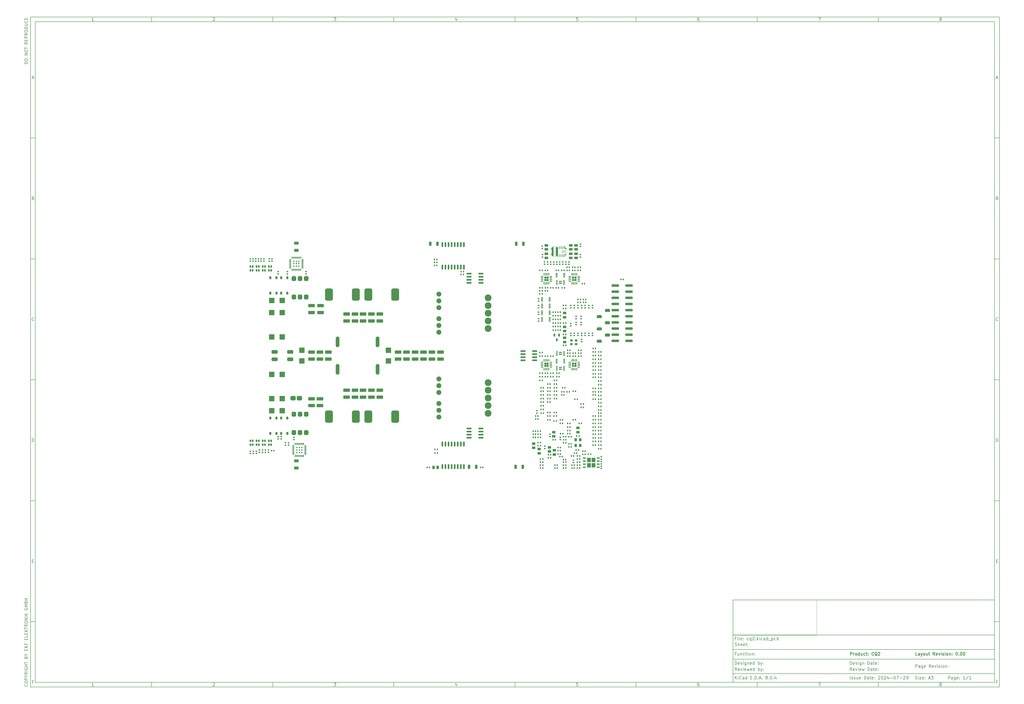
<source format=gbr>
%TF.GenerationSoftware,KiCad,Pcbnew,8.0.4*%
%TF.CreationDate,2024-07-29T18:47:44+02:00*%
%TF.ProjectId,cq2,6371322e-6b69-4636-9164-5f7063625858,0.00*%
%TF.SameCoordinates,Original*%
%TF.FileFunction,Paste,Top*%
%TF.FilePolarity,Positive*%
%FSLAX46Y46*%
G04 Gerber Fmt 4.6, Leading zero omitted, Abs format (unit mm)*
G04 Created by KiCad (PCBNEW 8.0.4) date 2024-07-29 18:47:44*
%MOMM*%
%LPD*%
G01*
G04 APERTURE LIST*
G04 Aperture macros list*
%AMRoundRect*
0 Rectangle with rounded corners*
0 $1 Rounding radius*
0 $2 $3 $4 $5 $6 $7 $8 $9 X,Y pos of 4 corners*
0 Add a 4 corners polygon primitive as box body*
4,1,4,$2,$3,$4,$5,$6,$7,$8,$9,$2,$3,0*
0 Add four circle primitives for the rounded corners*
1,1,$1+$1,$2,$3*
1,1,$1+$1,$4,$5*
1,1,$1+$1,$6,$7*
1,1,$1+$1,$8,$9*
0 Add four rect primitives between the rounded corners*
20,1,$1+$1,$2,$3,$4,$5,0*
20,1,$1+$1,$4,$5,$6,$7,0*
20,1,$1+$1,$6,$7,$8,$9,0*
20,1,$1+$1,$8,$9,$2,$3,0*%
%AMFreePoly0*
4,1,10,0.647700,0.175600,0.397700,-0.101600,-0.647700,-0.101600,-0.647700,0.101600,-0.147700,0.101600,-0.147700,0.249600,0.397999,0.249999,0.397999,0.749999,0.651999,0.749999,0.647700,0.175600,0.647700,0.175600,$1*%
%AMFreePoly1*
4,1,13,3.947698,-0.101600,3.447698,-0.101600,3.447698,-0.648399,3.947698,-0.648399,3.947698,-0.851599,-0.647700,-0.851599,-0.647700,-0.648399,-0.147700,-0.648399,-0.147700,-0.101600,-0.647700,-0.101600,-0.647700,0.101600,3.947698,0.101600,3.947698,-0.101600,3.947698,-0.101600,$1*%
%AMFreePoly2*
4,1,17,3.947698,-0.101600,3.447698,-0.101600,3.447698,-0.641600,2.901999,-0.641999,2.901999,-1.149999,2.647999,-1.149999,2.647999,-0.641999,0.651999,-0.641999,0.651999,-1.149999,0.397999,-1.149999,0.397999,-0.641999,-0.147700,-0.641600,-0.147700,-0.101600,-0.647700,-0.101600,-0.647700,0.101600,3.947698,0.101600,3.947698,-0.101600,3.947698,-0.101600,$1*%
%AMFreePoly3*
4,1,9,-0.397999,0.250000,0.147701,0.249999,0.147701,0.099999,0.647701,0.099999,0.647700,-0.101600,-0.649999,-0.101600,-0.649999,0.749999,-0.397999,0.749999,-0.397999,0.250000,-0.397999,0.250000,$1*%
G04 Aperture macros list end*
%ADD10C,0.100000*%
%ADD11C,0.150000*%
%ADD12C,0.254000*%
%ADD13C,0.000000*%
%ADD14RoundRect,0.140000X0.140000X0.170000X-0.140000X0.170000X-0.140000X-0.170000X0.140000X-0.170000X0*%
%ADD15RoundRect,0.140000X-0.140000X-0.170000X0.140000X-0.170000X0.140000X0.170000X-0.140000X0.170000X0*%
%ADD16R,0.500000X0.600000*%
%ADD17RoundRect,0.075000X-0.300000X-0.075000X0.300000X-0.075000X0.300000X0.075000X-0.300000X0.075000X0*%
%ADD18RoundRect,0.239978X-0.245022X-0.625022X0.245022X-0.625022X0.245022X0.625022X-0.245022X0.625022X0*%
%ADD19RoundRect,0.140000X-0.170000X0.140000X-0.170000X-0.140000X0.170000X-0.140000X0.170000X0.140000X0*%
%ADD20RoundRect,0.229957X0.275043X-0.225043X0.275043X0.225043X-0.275043X0.225043X-0.275043X-0.225043X0*%
%ADD21RoundRect,0.150000X0.150000X0.350000X-0.150000X0.350000X-0.150000X-0.350000X0.150000X-0.350000X0*%
%ADD22RoundRect,0.249981X0.485019X-0.265019X0.485019X0.265019X-0.485019X0.265019X-0.485019X-0.265019X0*%
%ADD23RoundRect,0.140000X0.170000X-0.140000X0.170000X0.140000X-0.170000X0.140000X-0.170000X-0.140000X0*%
%ADD24RoundRect,0.250025X-1.109975X0.434975X-1.109975X-0.434975X1.109975X-0.434975X1.109975X0.434975X0*%
%ADD25RoundRect,0.250046X0.459954X-0.294954X0.459954X0.294954X-0.459954X0.294954X-0.459954X-0.294954X0*%
%ADD26RoundRect,0.250046X-0.459954X0.294954X-0.459954X-0.294954X0.459954X-0.294954X0.459954X0.294954X0*%
%ADD27RoundRect,0.445000X0.445000X-0.555000X0.445000X0.555000X-0.445000X0.555000X-0.445000X-0.555000X0*%
%ADD28RoundRect,0.249972X-0.865028X-0.860028X0.865028X-0.860028X0.865028X0.860028X-0.865028X0.860028X0*%
%ADD29RoundRect,0.239978X0.245022X0.625022X-0.245022X0.625022X-0.245022X-0.625022X0.245022X-0.625022X0*%
%ADD30RoundRect,0.800000X0.800000X1.750000X-0.800000X1.750000X-0.800000X-1.750000X0.800000X-1.750000X0*%
%ADD31RoundRect,0.250025X1.109975X-0.434975X1.109975X0.434975X-1.109975X0.434975X-1.109975X-0.434975X0*%
%ADD32RoundRect,0.150000X-0.150000X-0.350000X0.150000X-0.350000X0.150000X0.350000X-0.150000X0.350000X0*%
%ADD33RoundRect,0.249960X-0.660040X0.350040X-0.660040X-0.350040X0.660040X-0.350040X0.660040X0.350040X0*%
%ADD34RoundRect,0.455216X0.619784X0.464784X-0.619784X0.464784X-0.619784X-0.464784X0.619784X-0.464784X0*%
%ADD35RoundRect,0.170016X-0.864984X-0.159984X0.864984X-0.159984X0.864984X0.159984X-0.864984X0.159984X0*%
%ADD36RoundRect,0.075000X0.325000X-0.075000X0.325000X0.075000X-0.325000X0.075000X-0.325000X-0.075000X0*%
%ADD37RoundRect,0.075000X-0.075000X-0.325000X0.075000X-0.325000X0.075000X0.325000X-0.075000X0.325000X0*%
%ADD38C,0.600000*%
%ADD39RoundRect,0.200000X0.200000X-0.400000X0.200000X0.400000X-0.200000X0.400000X-0.200000X-0.400000X0*%
%ADD40RoundRect,0.250000X-1.275000X-0.250000X1.275000X-0.250000X1.275000X0.250000X-1.275000X0.250000X0*%
%ADD41RoundRect,0.075000X0.350000X-0.075000X0.350000X0.075000X-0.350000X0.075000X-0.350000X-0.075000X0*%
%ADD42C,2.030000*%
%ADD43C,2.790000*%
%ADD44RoundRect,0.249981X-0.485019X0.265019X-0.485019X-0.265019X0.485019X-0.265019X0.485019X0.265019X0*%
%ADD45RoundRect,0.445000X-0.445000X0.555000X-0.445000X-0.555000X0.445000X-0.555000X0.445000X0.555000X0*%
%ADD46RoundRect,0.087500X0.437500X-0.087500X0.437500X0.087500X-0.437500X0.087500X-0.437500X-0.087500X0*%
%ADD47RoundRect,0.087500X-0.087500X-0.437500X0.087500X-0.437500X0.087500X0.437500X-0.087500X0.437500X0*%
%ADD48RoundRect,0.035398X-0.364602X-0.364602X0.364602X-0.364602X0.364602X0.364602X-0.364602X0.364602X0*%
%ADD49RoundRect,0.249972X-0.860028X0.865028X-0.860028X-0.865028X0.860028X-0.865028X0.860028X0.865028X0*%
%ADD50FreePoly0,270.000000*%
%ADD51R,0.203200X1.295400*%
%ADD52FreePoly1,270.000000*%
%ADD53FreePoly2,270.000000*%
%ADD54FreePoly3,270.000000*%
%ADD55R,2.057400X0.254000*%
%ADD56RoundRect,0.150000X0.150000X-0.875000X0.150000X0.875000X-0.150000X0.875000X-0.150000X-0.875000X0*%
%ADD57RoundRect,0.375000X0.875000X-0.375000X0.875000X0.375000X-0.875000X0.375000X-0.875000X-0.375000X0*%
%ADD58RoundRect,0.075000X-0.350000X0.075000X-0.350000X-0.075000X0.350000X-0.075000X0.350000X0.075000X0*%
%ADD59RoundRect,0.112500X-0.487500X0.112500X-0.487500X-0.112500X0.487500X-0.112500X0.487500X0.112500X0*%
%ADD60RoundRect,0.200000X-0.200000X0.400000X-0.200000X-0.400000X0.200000X-0.400000X0.200000X0.400000X0*%
%ADD61RoundRect,0.250046X-0.294954X-0.459954X0.294954X-0.459954X0.294954X0.459954X-0.294954X0.459954X0*%
%ADD62RoundRect,0.760000X0.000010X-1.465000X0.000010X1.465000X-0.000010X1.465000X-0.000010X-1.465000X0*%
%ADD63RoundRect,0.150000X-0.150000X0.875000X-0.150000X-0.875000X0.150000X-0.875000X0.150000X0.875000X0*%
%ADD64RoundRect,0.075000X0.300000X0.075000X-0.300000X0.075000X-0.300000X-0.075000X0.300000X-0.075000X0*%
%ADD65RoundRect,0.317500X0.697500X0.317500X-0.697500X0.317500X-0.697500X-0.317500X0.697500X-0.317500X0*%
%ADD66RoundRect,0.249960X0.660040X-0.350040X0.660040X0.350040X-0.660040X0.350040X-0.660040X-0.350040X0*%
%ADD67RoundRect,0.250000X-0.250000X-0.385000X0.250000X-0.385000X0.250000X0.385000X-0.250000X0.385000X0*%
%ADD68RoundRect,0.149999X-0.155001X0.475001X-0.155001X-0.475001X0.155001X-0.475001X0.155001X0.475001X0*%
G04 APERTURE END LIST*
D10*
X299978000Y-250926334D02*
X299978000Y-265573667D01*
X334522000Y-265573667D01*
X334522000Y-250926334D01*
X299978000Y-250926334D01*
D11*
X299989000Y-251002200D02*
X407989000Y-251002200D01*
X407989000Y-285002200D01*
X299989000Y-285002200D01*
X299989000Y-251002200D01*
D10*
D11*
X10000000Y-10000000D02*
X409989000Y-10000000D01*
X409989000Y-287002200D01*
X10000000Y-287002200D01*
X10000000Y-10000000D01*
D10*
D11*
X12000000Y-12000000D02*
X407989000Y-12000000D01*
X407989000Y-285002200D01*
X12000000Y-285002200D01*
X12000000Y-12000000D01*
D10*
D11*
X60000000Y-12000000D02*
X60000000Y-10000000D01*
D10*
D11*
X110000000Y-12000000D02*
X110000000Y-10000000D01*
D10*
D11*
X160000000Y-12000000D02*
X160000000Y-10000000D01*
D10*
D11*
X210000000Y-12000000D02*
X210000000Y-10000000D01*
D10*
D11*
X260000000Y-12000000D02*
X260000000Y-10000000D01*
D10*
D11*
X310000000Y-12000000D02*
X310000000Y-10000000D01*
D10*
D11*
X360000000Y-12000000D02*
X360000000Y-10000000D01*
D10*
D11*
X36066303Y-11579726D02*
X35340588Y-11579726D01*
X35703445Y-11579726D02*
X35703445Y-10309726D01*
X35703445Y-10309726D02*
X35582493Y-10491154D01*
X35582493Y-10491154D02*
X35461541Y-10612107D01*
X35461541Y-10612107D02*
X35340588Y-10672583D01*
D10*
D11*
X85340588Y-10430678D02*
X85401064Y-10370202D01*
X85401064Y-10370202D02*
X85522017Y-10309726D01*
X85522017Y-10309726D02*
X85824398Y-10309726D01*
X85824398Y-10309726D02*
X85945350Y-10370202D01*
X85945350Y-10370202D02*
X86005826Y-10430678D01*
X86005826Y-10430678D02*
X86066303Y-10551630D01*
X86066303Y-10551630D02*
X86066303Y-10672583D01*
X86066303Y-10672583D02*
X86005826Y-10854011D01*
X86005826Y-10854011D02*
X85280112Y-11579726D01*
X85280112Y-11579726D02*
X86066303Y-11579726D01*
D10*
D11*
X135280112Y-10309726D02*
X136066303Y-10309726D01*
X136066303Y-10309726D02*
X135642969Y-10793535D01*
X135642969Y-10793535D02*
X135824398Y-10793535D01*
X135824398Y-10793535D02*
X135945350Y-10854011D01*
X135945350Y-10854011D02*
X136005826Y-10914488D01*
X136005826Y-10914488D02*
X136066303Y-11035440D01*
X136066303Y-11035440D02*
X136066303Y-11337821D01*
X136066303Y-11337821D02*
X136005826Y-11458773D01*
X136005826Y-11458773D02*
X135945350Y-11519250D01*
X135945350Y-11519250D02*
X135824398Y-11579726D01*
X135824398Y-11579726D02*
X135461541Y-11579726D01*
X135461541Y-11579726D02*
X135340588Y-11519250D01*
X135340588Y-11519250D02*
X135280112Y-11458773D01*
D10*
D11*
X185945350Y-10733059D02*
X185945350Y-11579726D01*
X185642969Y-10249250D02*
X185340588Y-11156392D01*
X185340588Y-11156392D02*
X186126779Y-11156392D01*
D10*
D11*
X236005826Y-10309726D02*
X235401064Y-10309726D01*
X235401064Y-10309726D02*
X235340588Y-10914488D01*
X235340588Y-10914488D02*
X235401064Y-10854011D01*
X235401064Y-10854011D02*
X235522017Y-10793535D01*
X235522017Y-10793535D02*
X235824398Y-10793535D01*
X235824398Y-10793535D02*
X235945350Y-10854011D01*
X235945350Y-10854011D02*
X236005826Y-10914488D01*
X236005826Y-10914488D02*
X236066303Y-11035440D01*
X236066303Y-11035440D02*
X236066303Y-11337821D01*
X236066303Y-11337821D02*
X236005826Y-11458773D01*
X236005826Y-11458773D02*
X235945350Y-11519250D01*
X235945350Y-11519250D02*
X235824398Y-11579726D01*
X235824398Y-11579726D02*
X235522017Y-11579726D01*
X235522017Y-11579726D02*
X235401064Y-11519250D01*
X235401064Y-11519250D02*
X235340588Y-11458773D01*
D10*
D11*
X285945350Y-10309726D02*
X285703445Y-10309726D01*
X285703445Y-10309726D02*
X285582493Y-10370202D01*
X285582493Y-10370202D02*
X285522017Y-10430678D01*
X285522017Y-10430678D02*
X285401064Y-10612107D01*
X285401064Y-10612107D02*
X285340588Y-10854011D01*
X285340588Y-10854011D02*
X285340588Y-11337821D01*
X285340588Y-11337821D02*
X285401064Y-11458773D01*
X285401064Y-11458773D02*
X285461541Y-11519250D01*
X285461541Y-11519250D02*
X285582493Y-11579726D01*
X285582493Y-11579726D02*
X285824398Y-11579726D01*
X285824398Y-11579726D02*
X285945350Y-11519250D01*
X285945350Y-11519250D02*
X286005826Y-11458773D01*
X286005826Y-11458773D02*
X286066303Y-11337821D01*
X286066303Y-11337821D02*
X286066303Y-11035440D01*
X286066303Y-11035440D02*
X286005826Y-10914488D01*
X286005826Y-10914488D02*
X285945350Y-10854011D01*
X285945350Y-10854011D02*
X285824398Y-10793535D01*
X285824398Y-10793535D02*
X285582493Y-10793535D01*
X285582493Y-10793535D02*
X285461541Y-10854011D01*
X285461541Y-10854011D02*
X285401064Y-10914488D01*
X285401064Y-10914488D02*
X285340588Y-11035440D01*
D10*
D11*
X335280112Y-10309726D02*
X336126779Y-10309726D01*
X336126779Y-10309726D02*
X335582493Y-11579726D01*
D10*
D11*
X385582493Y-10854011D02*
X385461541Y-10793535D01*
X385461541Y-10793535D02*
X385401064Y-10733059D01*
X385401064Y-10733059D02*
X385340588Y-10612107D01*
X385340588Y-10612107D02*
X385340588Y-10551630D01*
X385340588Y-10551630D02*
X385401064Y-10430678D01*
X385401064Y-10430678D02*
X385461541Y-10370202D01*
X385461541Y-10370202D02*
X385582493Y-10309726D01*
X385582493Y-10309726D02*
X385824398Y-10309726D01*
X385824398Y-10309726D02*
X385945350Y-10370202D01*
X385945350Y-10370202D02*
X386005826Y-10430678D01*
X386005826Y-10430678D02*
X386066303Y-10551630D01*
X386066303Y-10551630D02*
X386066303Y-10612107D01*
X386066303Y-10612107D02*
X386005826Y-10733059D01*
X386005826Y-10733059D02*
X385945350Y-10793535D01*
X385945350Y-10793535D02*
X385824398Y-10854011D01*
X385824398Y-10854011D02*
X385582493Y-10854011D01*
X385582493Y-10854011D02*
X385461541Y-10914488D01*
X385461541Y-10914488D02*
X385401064Y-10974964D01*
X385401064Y-10974964D02*
X385340588Y-11095916D01*
X385340588Y-11095916D02*
X385340588Y-11337821D01*
X385340588Y-11337821D02*
X385401064Y-11458773D01*
X385401064Y-11458773D02*
X385461541Y-11519250D01*
X385461541Y-11519250D02*
X385582493Y-11579726D01*
X385582493Y-11579726D02*
X385824398Y-11579726D01*
X385824398Y-11579726D02*
X385945350Y-11519250D01*
X385945350Y-11519250D02*
X386005826Y-11458773D01*
X386005826Y-11458773D02*
X386066303Y-11337821D01*
X386066303Y-11337821D02*
X386066303Y-11095916D01*
X386066303Y-11095916D02*
X386005826Y-10974964D01*
X386005826Y-10974964D02*
X385945350Y-10914488D01*
X385945350Y-10914488D02*
X385824398Y-10854011D01*
D10*
D11*
X60000000Y-285002200D02*
X60000000Y-287002200D01*
D10*
D11*
X110000000Y-285002200D02*
X110000000Y-287002200D01*
D10*
D11*
X160000000Y-285002200D02*
X160000000Y-287002200D01*
D10*
D11*
X210000000Y-285002200D02*
X210000000Y-287002200D01*
D10*
D11*
X260000000Y-285002200D02*
X260000000Y-287002200D01*
D10*
D11*
X310000000Y-285002200D02*
X310000000Y-287002200D01*
D10*
D11*
X360000000Y-285002200D02*
X360000000Y-287002200D01*
D10*
D11*
X36066303Y-286581926D02*
X35340588Y-286581926D01*
X35703445Y-286581926D02*
X35703445Y-285311926D01*
X35703445Y-285311926D02*
X35582493Y-285493354D01*
X35582493Y-285493354D02*
X35461541Y-285614307D01*
X35461541Y-285614307D02*
X35340588Y-285674783D01*
D10*
D11*
X85340588Y-285432878D02*
X85401064Y-285372402D01*
X85401064Y-285372402D02*
X85522017Y-285311926D01*
X85522017Y-285311926D02*
X85824398Y-285311926D01*
X85824398Y-285311926D02*
X85945350Y-285372402D01*
X85945350Y-285372402D02*
X86005826Y-285432878D01*
X86005826Y-285432878D02*
X86066303Y-285553830D01*
X86066303Y-285553830D02*
X86066303Y-285674783D01*
X86066303Y-285674783D02*
X86005826Y-285856211D01*
X86005826Y-285856211D02*
X85280112Y-286581926D01*
X85280112Y-286581926D02*
X86066303Y-286581926D01*
D10*
D11*
X135280112Y-285311926D02*
X136066303Y-285311926D01*
X136066303Y-285311926D02*
X135642969Y-285795735D01*
X135642969Y-285795735D02*
X135824398Y-285795735D01*
X135824398Y-285795735D02*
X135945350Y-285856211D01*
X135945350Y-285856211D02*
X136005826Y-285916688D01*
X136005826Y-285916688D02*
X136066303Y-286037640D01*
X136066303Y-286037640D02*
X136066303Y-286340021D01*
X136066303Y-286340021D02*
X136005826Y-286460973D01*
X136005826Y-286460973D02*
X135945350Y-286521450D01*
X135945350Y-286521450D02*
X135824398Y-286581926D01*
X135824398Y-286581926D02*
X135461541Y-286581926D01*
X135461541Y-286581926D02*
X135340588Y-286521450D01*
X135340588Y-286521450D02*
X135280112Y-286460973D01*
D10*
D11*
X185945350Y-285735259D02*
X185945350Y-286581926D01*
X185642969Y-285251450D02*
X185340588Y-286158592D01*
X185340588Y-286158592D02*
X186126779Y-286158592D01*
D10*
D11*
X236005826Y-285311926D02*
X235401064Y-285311926D01*
X235401064Y-285311926D02*
X235340588Y-285916688D01*
X235340588Y-285916688D02*
X235401064Y-285856211D01*
X235401064Y-285856211D02*
X235522017Y-285795735D01*
X235522017Y-285795735D02*
X235824398Y-285795735D01*
X235824398Y-285795735D02*
X235945350Y-285856211D01*
X235945350Y-285856211D02*
X236005826Y-285916688D01*
X236005826Y-285916688D02*
X236066303Y-286037640D01*
X236066303Y-286037640D02*
X236066303Y-286340021D01*
X236066303Y-286340021D02*
X236005826Y-286460973D01*
X236005826Y-286460973D02*
X235945350Y-286521450D01*
X235945350Y-286521450D02*
X235824398Y-286581926D01*
X235824398Y-286581926D02*
X235522017Y-286581926D01*
X235522017Y-286581926D02*
X235401064Y-286521450D01*
X235401064Y-286521450D02*
X235340588Y-286460973D01*
D10*
D11*
X285945350Y-285311926D02*
X285703445Y-285311926D01*
X285703445Y-285311926D02*
X285582493Y-285372402D01*
X285582493Y-285372402D02*
X285522017Y-285432878D01*
X285522017Y-285432878D02*
X285401064Y-285614307D01*
X285401064Y-285614307D02*
X285340588Y-285856211D01*
X285340588Y-285856211D02*
X285340588Y-286340021D01*
X285340588Y-286340021D02*
X285401064Y-286460973D01*
X285401064Y-286460973D02*
X285461541Y-286521450D01*
X285461541Y-286521450D02*
X285582493Y-286581926D01*
X285582493Y-286581926D02*
X285824398Y-286581926D01*
X285824398Y-286581926D02*
X285945350Y-286521450D01*
X285945350Y-286521450D02*
X286005826Y-286460973D01*
X286005826Y-286460973D02*
X286066303Y-286340021D01*
X286066303Y-286340021D02*
X286066303Y-286037640D01*
X286066303Y-286037640D02*
X286005826Y-285916688D01*
X286005826Y-285916688D02*
X285945350Y-285856211D01*
X285945350Y-285856211D02*
X285824398Y-285795735D01*
X285824398Y-285795735D02*
X285582493Y-285795735D01*
X285582493Y-285795735D02*
X285461541Y-285856211D01*
X285461541Y-285856211D02*
X285401064Y-285916688D01*
X285401064Y-285916688D02*
X285340588Y-286037640D01*
D10*
D11*
X335280112Y-285311926D02*
X336126779Y-285311926D01*
X336126779Y-285311926D02*
X335582493Y-286581926D01*
D10*
D11*
X385582493Y-285856211D02*
X385461541Y-285795735D01*
X385461541Y-285795735D02*
X385401064Y-285735259D01*
X385401064Y-285735259D02*
X385340588Y-285614307D01*
X385340588Y-285614307D02*
X385340588Y-285553830D01*
X385340588Y-285553830D02*
X385401064Y-285432878D01*
X385401064Y-285432878D02*
X385461541Y-285372402D01*
X385461541Y-285372402D02*
X385582493Y-285311926D01*
X385582493Y-285311926D02*
X385824398Y-285311926D01*
X385824398Y-285311926D02*
X385945350Y-285372402D01*
X385945350Y-285372402D02*
X386005826Y-285432878D01*
X386005826Y-285432878D02*
X386066303Y-285553830D01*
X386066303Y-285553830D02*
X386066303Y-285614307D01*
X386066303Y-285614307D02*
X386005826Y-285735259D01*
X386005826Y-285735259D02*
X385945350Y-285795735D01*
X385945350Y-285795735D02*
X385824398Y-285856211D01*
X385824398Y-285856211D02*
X385582493Y-285856211D01*
X385582493Y-285856211D02*
X385461541Y-285916688D01*
X385461541Y-285916688D02*
X385401064Y-285977164D01*
X385401064Y-285977164D02*
X385340588Y-286098116D01*
X385340588Y-286098116D02*
X385340588Y-286340021D01*
X385340588Y-286340021D02*
X385401064Y-286460973D01*
X385401064Y-286460973D02*
X385461541Y-286521450D01*
X385461541Y-286521450D02*
X385582493Y-286581926D01*
X385582493Y-286581926D02*
X385824398Y-286581926D01*
X385824398Y-286581926D02*
X385945350Y-286521450D01*
X385945350Y-286521450D02*
X386005826Y-286460973D01*
X386005826Y-286460973D02*
X386066303Y-286340021D01*
X386066303Y-286340021D02*
X386066303Y-286098116D01*
X386066303Y-286098116D02*
X386005826Y-285977164D01*
X386005826Y-285977164D02*
X385945350Y-285916688D01*
X385945350Y-285916688D02*
X385824398Y-285856211D01*
D10*
D11*
X10000000Y-60000000D02*
X12000000Y-60000000D01*
D10*
D11*
X10000000Y-110000000D02*
X12000000Y-110000000D01*
D10*
D11*
X10000000Y-160000000D02*
X12000000Y-160000000D01*
D10*
D11*
X10000000Y-210000000D02*
X12000000Y-210000000D01*
D10*
D11*
X10000000Y-260000000D02*
X12000000Y-260000000D01*
D10*
D11*
X10697619Y-35216869D02*
X11302381Y-35216869D01*
X10576667Y-35579726D02*
X11000000Y-34309726D01*
X11000000Y-34309726D02*
X11423334Y-35579726D01*
D10*
D11*
X11090714Y-84914488D02*
X11272142Y-84974964D01*
X11272142Y-84974964D02*
X11332619Y-85035440D01*
X11332619Y-85035440D02*
X11393095Y-85156392D01*
X11393095Y-85156392D02*
X11393095Y-85337821D01*
X11393095Y-85337821D02*
X11332619Y-85458773D01*
X11332619Y-85458773D02*
X11272142Y-85519250D01*
X11272142Y-85519250D02*
X11151190Y-85579726D01*
X11151190Y-85579726D02*
X10667380Y-85579726D01*
X10667380Y-85579726D02*
X10667380Y-84309726D01*
X10667380Y-84309726D02*
X11090714Y-84309726D01*
X11090714Y-84309726D02*
X11211666Y-84370202D01*
X11211666Y-84370202D02*
X11272142Y-84430678D01*
X11272142Y-84430678D02*
X11332619Y-84551630D01*
X11332619Y-84551630D02*
X11332619Y-84672583D01*
X11332619Y-84672583D02*
X11272142Y-84793535D01*
X11272142Y-84793535D02*
X11211666Y-84854011D01*
X11211666Y-84854011D02*
X11090714Y-84914488D01*
X11090714Y-84914488D02*
X10667380Y-84914488D01*
D10*
D11*
X11393095Y-135458773D02*
X11332619Y-135519250D01*
X11332619Y-135519250D02*
X11151190Y-135579726D01*
X11151190Y-135579726D02*
X11030238Y-135579726D01*
X11030238Y-135579726D02*
X10848809Y-135519250D01*
X10848809Y-135519250D02*
X10727857Y-135398297D01*
X10727857Y-135398297D02*
X10667380Y-135277345D01*
X10667380Y-135277345D02*
X10606904Y-135035440D01*
X10606904Y-135035440D02*
X10606904Y-134854011D01*
X10606904Y-134854011D02*
X10667380Y-134612107D01*
X10667380Y-134612107D02*
X10727857Y-134491154D01*
X10727857Y-134491154D02*
X10848809Y-134370202D01*
X10848809Y-134370202D02*
X11030238Y-134309726D01*
X11030238Y-134309726D02*
X11151190Y-134309726D01*
X11151190Y-134309726D02*
X11332619Y-134370202D01*
X11332619Y-134370202D02*
X11393095Y-134430678D01*
D10*
D11*
X10667380Y-185579726D02*
X10667380Y-184309726D01*
X10667380Y-184309726D02*
X10969761Y-184309726D01*
X10969761Y-184309726D02*
X11151190Y-184370202D01*
X11151190Y-184370202D02*
X11272142Y-184491154D01*
X11272142Y-184491154D02*
X11332619Y-184612107D01*
X11332619Y-184612107D02*
X11393095Y-184854011D01*
X11393095Y-184854011D02*
X11393095Y-185035440D01*
X11393095Y-185035440D02*
X11332619Y-185277345D01*
X11332619Y-185277345D02*
X11272142Y-185398297D01*
X11272142Y-185398297D02*
X11151190Y-185519250D01*
X11151190Y-185519250D02*
X10969761Y-185579726D01*
X10969761Y-185579726D02*
X10667380Y-185579726D01*
D10*
D11*
X10727856Y-234914488D02*
X11151190Y-234914488D01*
X11332618Y-235579726D02*
X10727856Y-235579726D01*
X10727856Y-235579726D02*
X10727856Y-234309726D01*
X10727856Y-234309726D02*
X11332618Y-234309726D01*
D10*
D11*
X11181429Y-284914488D02*
X10758095Y-284914488D01*
X10758095Y-285579726D02*
X10758095Y-284309726D01*
X10758095Y-284309726D02*
X11362857Y-284309726D01*
D10*
D11*
X409989000Y-60000000D02*
X407989000Y-60000000D01*
D10*
D11*
X409989000Y-110000000D02*
X407989000Y-110000000D01*
D10*
D11*
X409989000Y-160000000D02*
X407989000Y-160000000D01*
D10*
D11*
X409989000Y-210000000D02*
X407989000Y-210000000D01*
D10*
D11*
X409989000Y-260000000D02*
X407989000Y-260000000D01*
D10*
D11*
X408686619Y-35216869D02*
X409291381Y-35216869D01*
X408565667Y-35579726D02*
X408989000Y-34309726D01*
X408989000Y-34309726D02*
X409412334Y-35579726D01*
D10*
D11*
X409079714Y-84914488D02*
X409261142Y-84974964D01*
X409261142Y-84974964D02*
X409321619Y-85035440D01*
X409321619Y-85035440D02*
X409382095Y-85156392D01*
X409382095Y-85156392D02*
X409382095Y-85337821D01*
X409382095Y-85337821D02*
X409321619Y-85458773D01*
X409321619Y-85458773D02*
X409261142Y-85519250D01*
X409261142Y-85519250D02*
X409140190Y-85579726D01*
X409140190Y-85579726D02*
X408656380Y-85579726D01*
X408656380Y-85579726D02*
X408656380Y-84309726D01*
X408656380Y-84309726D02*
X409079714Y-84309726D01*
X409079714Y-84309726D02*
X409200666Y-84370202D01*
X409200666Y-84370202D02*
X409261142Y-84430678D01*
X409261142Y-84430678D02*
X409321619Y-84551630D01*
X409321619Y-84551630D02*
X409321619Y-84672583D01*
X409321619Y-84672583D02*
X409261142Y-84793535D01*
X409261142Y-84793535D02*
X409200666Y-84854011D01*
X409200666Y-84854011D02*
X409079714Y-84914488D01*
X409079714Y-84914488D02*
X408656380Y-84914488D01*
D10*
D11*
X409382095Y-135458773D02*
X409321619Y-135519250D01*
X409321619Y-135519250D02*
X409140190Y-135579726D01*
X409140190Y-135579726D02*
X409019238Y-135579726D01*
X409019238Y-135579726D02*
X408837809Y-135519250D01*
X408837809Y-135519250D02*
X408716857Y-135398297D01*
X408716857Y-135398297D02*
X408656380Y-135277345D01*
X408656380Y-135277345D02*
X408595904Y-135035440D01*
X408595904Y-135035440D02*
X408595904Y-134854011D01*
X408595904Y-134854011D02*
X408656380Y-134612107D01*
X408656380Y-134612107D02*
X408716857Y-134491154D01*
X408716857Y-134491154D02*
X408837809Y-134370202D01*
X408837809Y-134370202D02*
X409019238Y-134309726D01*
X409019238Y-134309726D02*
X409140190Y-134309726D01*
X409140190Y-134309726D02*
X409321619Y-134370202D01*
X409321619Y-134370202D02*
X409382095Y-134430678D01*
D10*
D11*
X408656380Y-185579726D02*
X408656380Y-184309726D01*
X408656380Y-184309726D02*
X408958761Y-184309726D01*
X408958761Y-184309726D02*
X409140190Y-184370202D01*
X409140190Y-184370202D02*
X409261142Y-184491154D01*
X409261142Y-184491154D02*
X409321619Y-184612107D01*
X409321619Y-184612107D02*
X409382095Y-184854011D01*
X409382095Y-184854011D02*
X409382095Y-185035440D01*
X409382095Y-185035440D02*
X409321619Y-185277345D01*
X409321619Y-185277345D02*
X409261142Y-185398297D01*
X409261142Y-185398297D02*
X409140190Y-185519250D01*
X409140190Y-185519250D02*
X408958761Y-185579726D01*
X408958761Y-185579726D02*
X408656380Y-185579726D01*
D10*
D11*
X408716856Y-234914488D02*
X409140190Y-234914488D01*
X409321618Y-235579726D02*
X408716856Y-235579726D01*
X408716856Y-235579726D02*
X408716856Y-234309726D01*
X408716856Y-234309726D02*
X409321618Y-234309726D01*
D10*
D11*
X409170429Y-284914488D02*
X408747095Y-284914488D01*
X408747095Y-285579726D02*
X408747095Y-284309726D01*
X408747095Y-284309726D02*
X409351857Y-284309726D01*
D10*
D11*
X348390064Y-277698976D02*
X348390064Y-276428976D01*
X348390064Y-276428976D02*
X348692445Y-276428976D01*
X348692445Y-276428976D02*
X348873874Y-276489452D01*
X348873874Y-276489452D02*
X348994826Y-276610404D01*
X348994826Y-276610404D02*
X349055303Y-276731357D01*
X349055303Y-276731357D02*
X349115779Y-276973261D01*
X349115779Y-276973261D02*
X349115779Y-277154690D01*
X349115779Y-277154690D02*
X349055303Y-277396595D01*
X349055303Y-277396595D02*
X348994826Y-277517547D01*
X348994826Y-277517547D02*
X348873874Y-277638500D01*
X348873874Y-277638500D02*
X348692445Y-277698976D01*
X348692445Y-277698976D02*
X348390064Y-277698976D01*
X350143874Y-277638500D02*
X350022922Y-277698976D01*
X350022922Y-277698976D02*
X349781017Y-277698976D01*
X349781017Y-277698976D02*
X349660064Y-277638500D01*
X349660064Y-277638500D02*
X349599588Y-277517547D01*
X349599588Y-277517547D02*
X349599588Y-277033738D01*
X349599588Y-277033738D02*
X349660064Y-276912785D01*
X349660064Y-276912785D02*
X349781017Y-276852309D01*
X349781017Y-276852309D02*
X350022922Y-276852309D01*
X350022922Y-276852309D02*
X350143874Y-276912785D01*
X350143874Y-276912785D02*
X350204350Y-277033738D01*
X350204350Y-277033738D02*
X350204350Y-277154690D01*
X350204350Y-277154690D02*
X349599588Y-277275642D01*
X350688159Y-277638500D02*
X350809112Y-277698976D01*
X350809112Y-277698976D02*
X351051016Y-277698976D01*
X351051016Y-277698976D02*
X351171969Y-277638500D01*
X351171969Y-277638500D02*
X351232445Y-277517547D01*
X351232445Y-277517547D02*
X351232445Y-277457071D01*
X351232445Y-277457071D02*
X351171969Y-277336119D01*
X351171969Y-277336119D02*
X351051016Y-277275642D01*
X351051016Y-277275642D02*
X350869588Y-277275642D01*
X350869588Y-277275642D02*
X350748635Y-277215166D01*
X350748635Y-277215166D02*
X350688159Y-277094214D01*
X350688159Y-277094214D02*
X350688159Y-277033738D01*
X350688159Y-277033738D02*
X350748635Y-276912785D01*
X350748635Y-276912785D02*
X350869588Y-276852309D01*
X350869588Y-276852309D02*
X351051016Y-276852309D01*
X351051016Y-276852309D02*
X351171969Y-276912785D01*
X351776730Y-277698976D02*
X351776730Y-276852309D01*
X351776730Y-276428976D02*
X351716254Y-276489452D01*
X351716254Y-276489452D02*
X351776730Y-276549928D01*
X351776730Y-276549928D02*
X351837207Y-276489452D01*
X351837207Y-276489452D02*
X351776730Y-276428976D01*
X351776730Y-276428976D02*
X351776730Y-276549928D01*
X352925778Y-276852309D02*
X352925778Y-277880404D01*
X352925778Y-277880404D02*
X352865302Y-278001357D01*
X352865302Y-278001357D02*
X352804826Y-278061833D01*
X352804826Y-278061833D02*
X352683873Y-278122309D01*
X352683873Y-278122309D02*
X352502445Y-278122309D01*
X352502445Y-278122309D02*
X352381492Y-278061833D01*
X352925778Y-277638500D02*
X352804826Y-277698976D01*
X352804826Y-277698976D02*
X352562921Y-277698976D01*
X352562921Y-277698976D02*
X352441969Y-277638500D01*
X352441969Y-277638500D02*
X352381492Y-277578023D01*
X352381492Y-277578023D02*
X352321016Y-277457071D01*
X352321016Y-277457071D02*
X352321016Y-277094214D01*
X352321016Y-277094214D02*
X352381492Y-276973261D01*
X352381492Y-276973261D02*
X352441969Y-276912785D01*
X352441969Y-276912785D02*
X352562921Y-276852309D01*
X352562921Y-276852309D02*
X352804826Y-276852309D01*
X352804826Y-276852309D02*
X352925778Y-276912785D01*
X353530540Y-276852309D02*
X353530540Y-277698976D01*
X353530540Y-276973261D02*
X353591017Y-276912785D01*
X353591017Y-276912785D02*
X353711969Y-276852309D01*
X353711969Y-276852309D02*
X353893398Y-276852309D01*
X353893398Y-276852309D02*
X354014350Y-276912785D01*
X354014350Y-276912785D02*
X354074826Y-277033738D01*
X354074826Y-277033738D02*
X354074826Y-277698976D01*
X355647207Y-277698976D02*
X355647207Y-276428976D01*
X355647207Y-276428976D02*
X355949588Y-276428976D01*
X355949588Y-276428976D02*
X356131017Y-276489452D01*
X356131017Y-276489452D02*
X356251969Y-276610404D01*
X356251969Y-276610404D02*
X356312446Y-276731357D01*
X356312446Y-276731357D02*
X356372922Y-276973261D01*
X356372922Y-276973261D02*
X356372922Y-277154690D01*
X356372922Y-277154690D02*
X356312446Y-277396595D01*
X356312446Y-277396595D02*
X356251969Y-277517547D01*
X356251969Y-277517547D02*
X356131017Y-277638500D01*
X356131017Y-277638500D02*
X355949588Y-277698976D01*
X355949588Y-277698976D02*
X355647207Y-277698976D01*
X357461493Y-277698976D02*
X357461493Y-277033738D01*
X357461493Y-277033738D02*
X357401017Y-276912785D01*
X357401017Y-276912785D02*
X357280065Y-276852309D01*
X357280065Y-276852309D02*
X357038160Y-276852309D01*
X357038160Y-276852309D02*
X356917207Y-276912785D01*
X357461493Y-277638500D02*
X357340541Y-277698976D01*
X357340541Y-277698976D02*
X357038160Y-277698976D01*
X357038160Y-277698976D02*
X356917207Y-277638500D01*
X356917207Y-277638500D02*
X356856731Y-277517547D01*
X356856731Y-277517547D02*
X356856731Y-277396595D01*
X356856731Y-277396595D02*
X356917207Y-277275642D01*
X356917207Y-277275642D02*
X357038160Y-277215166D01*
X357038160Y-277215166D02*
X357340541Y-277215166D01*
X357340541Y-277215166D02*
X357461493Y-277154690D01*
X357884827Y-276852309D02*
X358368636Y-276852309D01*
X358066255Y-276428976D02*
X358066255Y-277517547D01*
X358066255Y-277517547D02*
X358126732Y-277638500D01*
X358126732Y-277638500D02*
X358247684Y-277698976D01*
X358247684Y-277698976D02*
X358368636Y-277698976D01*
X359275779Y-277638500D02*
X359154827Y-277698976D01*
X359154827Y-277698976D02*
X358912922Y-277698976D01*
X358912922Y-277698976D02*
X358791969Y-277638500D01*
X358791969Y-277638500D02*
X358731493Y-277517547D01*
X358731493Y-277517547D02*
X358731493Y-277033738D01*
X358731493Y-277033738D02*
X358791969Y-276912785D01*
X358791969Y-276912785D02*
X358912922Y-276852309D01*
X358912922Y-276852309D02*
X359154827Y-276852309D01*
X359154827Y-276852309D02*
X359275779Y-276912785D01*
X359275779Y-276912785D02*
X359336255Y-277033738D01*
X359336255Y-277033738D02*
X359336255Y-277154690D01*
X359336255Y-277154690D02*
X358731493Y-277275642D01*
X359880540Y-277578023D02*
X359941017Y-277638500D01*
X359941017Y-277638500D02*
X359880540Y-277698976D01*
X359880540Y-277698976D02*
X359820064Y-277638500D01*
X359820064Y-277638500D02*
X359880540Y-277578023D01*
X359880540Y-277578023D02*
X359880540Y-277698976D01*
X359880540Y-276912785D02*
X359941017Y-276973261D01*
X359941017Y-276973261D02*
X359880540Y-277033738D01*
X359880540Y-277033738D02*
X359820064Y-276973261D01*
X359820064Y-276973261D02*
X359880540Y-276912785D01*
X359880540Y-276912785D02*
X359880540Y-277033738D01*
D10*
D11*
X299989000Y-281502200D02*
X407989000Y-281502200D01*
D10*
D11*
X300890064Y-283738976D02*
X300890064Y-282468976D01*
X301615779Y-283738976D02*
X301071493Y-283013261D01*
X301615779Y-282468976D02*
X300890064Y-283194690D01*
X302160064Y-283738976D02*
X302160064Y-282892309D01*
X302160064Y-282468976D02*
X302099588Y-282529452D01*
X302099588Y-282529452D02*
X302160064Y-282589928D01*
X302160064Y-282589928D02*
X302220541Y-282529452D01*
X302220541Y-282529452D02*
X302160064Y-282468976D01*
X302160064Y-282468976D02*
X302160064Y-282589928D01*
X303490541Y-283618023D02*
X303430065Y-283678500D01*
X303430065Y-283678500D02*
X303248636Y-283738976D01*
X303248636Y-283738976D02*
X303127684Y-283738976D01*
X303127684Y-283738976D02*
X302946255Y-283678500D01*
X302946255Y-283678500D02*
X302825303Y-283557547D01*
X302825303Y-283557547D02*
X302764826Y-283436595D01*
X302764826Y-283436595D02*
X302704350Y-283194690D01*
X302704350Y-283194690D02*
X302704350Y-283013261D01*
X302704350Y-283013261D02*
X302764826Y-282771357D01*
X302764826Y-282771357D02*
X302825303Y-282650404D01*
X302825303Y-282650404D02*
X302946255Y-282529452D01*
X302946255Y-282529452D02*
X303127684Y-282468976D01*
X303127684Y-282468976D02*
X303248636Y-282468976D01*
X303248636Y-282468976D02*
X303430065Y-282529452D01*
X303430065Y-282529452D02*
X303490541Y-282589928D01*
X304579112Y-283738976D02*
X304579112Y-283073738D01*
X304579112Y-283073738D02*
X304518636Y-282952785D01*
X304518636Y-282952785D02*
X304397684Y-282892309D01*
X304397684Y-282892309D02*
X304155779Y-282892309D01*
X304155779Y-282892309D02*
X304034826Y-282952785D01*
X304579112Y-283678500D02*
X304458160Y-283738976D01*
X304458160Y-283738976D02*
X304155779Y-283738976D01*
X304155779Y-283738976D02*
X304034826Y-283678500D01*
X304034826Y-283678500D02*
X303974350Y-283557547D01*
X303974350Y-283557547D02*
X303974350Y-283436595D01*
X303974350Y-283436595D02*
X304034826Y-283315642D01*
X304034826Y-283315642D02*
X304155779Y-283255166D01*
X304155779Y-283255166D02*
X304458160Y-283255166D01*
X304458160Y-283255166D02*
X304579112Y-283194690D01*
X305728160Y-283738976D02*
X305728160Y-282468976D01*
X305728160Y-283678500D02*
X305607208Y-283738976D01*
X305607208Y-283738976D02*
X305365303Y-283738976D01*
X305365303Y-283738976D02*
X305244351Y-283678500D01*
X305244351Y-283678500D02*
X305183874Y-283618023D01*
X305183874Y-283618023D02*
X305123398Y-283497071D01*
X305123398Y-283497071D02*
X305123398Y-283134214D01*
X305123398Y-283134214D02*
X305183874Y-283013261D01*
X305183874Y-283013261D02*
X305244351Y-282952785D01*
X305244351Y-282952785D02*
X305365303Y-282892309D01*
X305365303Y-282892309D02*
X305607208Y-282892309D01*
X305607208Y-282892309D02*
X305728160Y-282952785D01*
X307300541Y-283073738D02*
X307723875Y-283073738D01*
X307905303Y-283738976D02*
X307300541Y-283738976D01*
X307300541Y-283738976D02*
X307300541Y-282468976D01*
X307300541Y-282468976D02*
X307905303Y-282468976D01*
X308449589Y-283618023D02*
X308510066Y-283678500D01*
X308510066Y-283678500D02*
X308449589Y-283738976D01*
X308449589Y-283738976D02*
X308389113Y-283678500D01*
X308389113Y-283678500D02*
X308449589Y-283618023D01*
X308449589Y-283618023D02*
X308449589Y-283738976D01*
X309054351Y-283738976D02*
X309054351Y-282468976D01*
X309054351Y-282468976D02*
X309356732Y-282468976D01*
X309356732Y-282468976D02*
X309538161Y-282529452D01*
X309538161Y-282529452D02*
X309659113Y-282650404D01*
X309659113Y-282650404D02*
X309719590Y-282771357D01*
X309719590Y-282771357D02*
X309780066Y-283013261D01*
X309780066Y-283013261D02*
X309780066Y-283194690D01*
X309780066Y-283194690D02*
X309719590Y-283436595D01*
X309719590Y-283436595D02*
X309659113Y-283557547D01*
X309659113Y-283557547D02*
X309538161Y-283678500D01*
X309538161Y-283678500D02*
X309356732Y-283738976D01*
X309356732Y-283738976D02*
X309054351Y-283738976D01*
X310324351Y-283618023D02*
X310384828Y-283678500D01*
X310384828Y-283678500D02*
X310324351Y-283738976D01*
X310324351Y-283738976D02*
X310263875Y-283678500D01*
X310263875Y-283678500D02*
X310324351Y-283618023D01*
X310324351Y-283618023D02*
X310324351Y-283738976D01*
X310868637Y-283376119D02*
X311473399Y-283376119D01*
X310747685Y-283738976D02*
X311171018Y-282468976D01*
X311171018Y-282468976D02*
X311594352Y-283738976D01*
X312017684Y-283618023D02*
X312078161Y-283678500D01*
X312078161Y-283678500D02*
X312017684Y-283738976D01*
X312017684Y-283738976D02*
X311957208Y-283678500D01*
X311957208Y-283678500D02*
X312017684Y-283618023D01*
X312017684Y-283618023D02*
X312017684Y-283738976D01*
X313771494Y-283013261D02*
X313650542Y-282952785D01*
X313650542Y-282952785D02*
X313590065Y-282892309D01*
X313590065Y-282892309D02*
X313529589Y-282771357D01*
X313529589Y-282771357D02*
X313529589Y-282710880D01*
X313529589Y-282710880D02*
X313590065Y-282589928D01*
X313590065Y-282589928D02*
X313650542Y-282529452D01*
X313650542Y-282529452D02*
X313771494Y-282468976D01*
X313771494Y-282468976D02*
X314013399Y-282468976D01*
X314013399Y-282468976D02*
X314134351Y-282529452D01*
X314134351Y-282529452D02*
X314194827Y-282589928D01*
X314194827Y-282589928D02*
X314255304Y-282710880D01*
X314255304Y-282710880D02*
X314255304Y-282771357D01*
X314255304Y-282771357D02*
X314194827Y-282892309D01*
X314194827Y-282892309D02*
X314134351Y-282952785D01*
X314134351Y-282952785D02*
X314013399Y-283013261D01*
X314013399Y-283013261D02*
X313771494Y-283013261D01*
X313771494Y-283013261D02*
X313650542Y-283073738D01*
X313650542Y-283073738D02*
X313590065Y-283134214D01*
X313590065Y-283134214D02*
X313529589Y-283255166D01*
X313529589Y-283255166D02*
X313529589Y-283497071D01*
X313529589Y-283497071D02*
X313590065Y-283618023D01*
X313590065Y-283618023D02*
X313650542Y-283678500D01*
X313650542Y-283678500D02*
X313771494Y-283738976D01*
X313771494Y-283738976D02*
X314013399Y-283738976D01*
X314013399Y-283738976D02*
X314134351Y-283678500D01*
X314134351Y-283678500D02*
X314194827Y-283618023D01*
X314194827Y-283618023D02*
X314255304Y-283497071D01*
X314255304Y-283497071D02*
X314255304Y-283255166D01*
X314255304Y-283255166D02*
X314194827Y-283134214D01*
X314194827Y-283134214D02*
X314134351Y-283073738D01*
X314134351Y-283073738D02*
X314013399Y-283013261D01*
X314799589Y-283618023D02*
X314860066Y-283678500D01*
X314860066Y-283678500D02*
X314799589Y-283738976D01*
X314799589Y-283738976D02*
X314739113Y-283678500D01*
X314739113Y-283678500D02*
X314799589Y-283618023D01*
X314799589Y-283618023D02*
X314799589Y-283738976D01*
X315646256Y-282468976D02*
X315767209Y-282468976D01*
X315767209Y-282468976D02*
X315888161Y-282529452D01*
X315888161Y-282529452D02*
X315948637Y-282589928D01*
X315948637Y-282589928D02*
X316009113Y-282710880D01*
X316009113Y-282710880D02*
X316069590Y-282952785D01*
X316069590Y-282952785D02*
X316069590Y-283255166D01*
X316069590Y-283255166D02*
X316009113Y-283497071D01*
X316009113Y-283497071D02*
X315948637Y-283618023D01*
X315948637Y-283618023D02*
X315888161Y-283678500D01*
X315888161Y-283678500D02*
X315767209Y-283738976D01*
X315767209Y-283738976D02*
X315646256Y-283738976D01*
X315646256Y-283738976D02*
X315525304Y-283678500D01*
X315525304Y-283678500D02*
X315464828Y-283618023D01*
X315464828Y-283618023D02*
X315404351Y-283497071D01*
X315404351Y-283497071D02*
X315343875Y-283255166D01*
X315343875Y-283255166D02*
X315343875Y-282952785D01*
X315343875Y-282952785D02*
X315404351Y-282710880D01*
X315404351Y-282710880D02*
X315464828Y-282589928D01*
X315464828Y-282589928D02*
X315525304Y-282529452D01*
X315525304Y-282529452D02*
X315646256Y-282468976D01*
X316613875Y-283618023D02*
X316674352Y-283678500D01*
X316674352Y-283678500D02*
X316613875Y-283738976D01*
X316613875Y-283738976D02*
X316553399Y-283678500D01*
X316553399Y-283678500D02*
X316613875Y-283618023D01*
X316613875Y-283618023D02*
X316613875Y-283738976D01*
X317762923Y-282892309D02*
X317762923Y-283738976D01*
X317460542Y-282408500D02*
X317158161Y-283315642D01*
X317158161Y-283315642D02*
X317944352Y-283315642D01*
D10*
D11*
X299988800Y-275502000D02*
X407988800Y-275502000D01*
D10*
D12*
X376063247Y-273833568D02*
X375458485Y-273833568D01*
X375458485Y-273833568D02*
X375458485Y-272563568D01*
X377030866Y-273833568D02*
X377030866Y-273168330D01*
X377030866Y-273168330D02*
X376970390Y-273047377D01*
X376970390Y-273047377D02*
X376849438Y-272986901D01*
X376849438Y-272986901D02*
X376607533Y-272986901D01*
X376607533Y-272986901D02*
X376486580Y-273047377D01*
X377030866Y-273773092D02*
X376909914Y-273833568D01*
X376909914Y-273833568D02*
X376607533Y-273833568D01*
X376607533Y-273833568D02*
X376486580Y-273773092D01*
X376486580Y-273773092D02*
X376426104Y-273652139D01*
X376426104Y-273652139D02*
X376426104Y-273531187D01*
X376426104Y-273531187D02*
X376486580Y-273410234D01*
X376486580Y-273410234D02*
X376607533Y-273349758D01*
X376607533Y-273349758D02*
X376909914Y-273349758D01*
X376909914Y-273349758D02*
X377030866Y-273289282D01*
X377514676Y-272986901D02*
X377817057Y-273833568D01*
X378119438Y-272986901D02*
X377817057Y-273833568D01*
X377817057Y-273833568D02*
X377696105Y-274135949D01*
X377696105Y-274135949D02*
X377635628Y-274196425D01*
X377635628Y-274196425D02*
X377514676Y-274256901D01*
X378784676Y-273833568D02*
X378663724Y-273773092D01*
X378663724Y-273773092D02*
X378603247Y-273712615D01*
X378603247Y-273712615D02*
X378542771Y-273591663D01*
X378542771Y-273591663D02*
X378542771Y-273228806D01*
X378542771Y-273228806D02*
X378603247Y-273107853D01*
X378603247Y-273107853D02*
X378663724Y-273047377D01*
X378663724Y-273047377D02*
X378784676Y-272986901D01*
X378784676Y-272986901D02*
X378966105Y-272986901D01*
X378966105Y-272986901D02*
X379087057Y-273047377D01*
X379087057Y-273047377D02*
X379147533Y-273107853D01*
X379147533Y-273107853D02*
X379208009Y-273228806D01*
X379208009Y-273228806D02*
X379208009Y-273591663D01*
X379208009Y-273591663D02*
X379147533Y-273712615D01*
X379147533Y-273712615D02*
X379087057Y-273773092D01*
X379087057Y-273773092D02*
X378966105Y-273833568D01*
X378966105Y-273833568D02*
X378784676Y-273833568D01*
X380296581Y-272986901D02*
X380296581Y-273833568D01*
X379752295Y-272986901D02*
X379752295Y-273652139D01*
X379752295Y-273652139D02*
X379812772Y-273773092D01*
X379812772Y-273773092D02*
X379933724Y-273833568D01*
X379933724Y-273833568D02*
X380115153Y-273833568D01*
X380115153Y-273833568D02*
X380236105Y-273773092D01*
X380236105Y-273773092D02*
X380296581Y-273712615D01*
X380719915Y-272986901D02*
X381203724Y-272986901D01*
X380901343Y-272563568D02*
X380901343Y-273652139D01*
X380901343Y-273652139D02*
X380961820Y-273773092D01*
X380961820Y-273773092D02*
X381082772Y-273833568D01*
X381082772Y-273833568D02*
X381203724Y-273833568D01*
X383320391Y-273833568D02*
X382897057Y-273228806D01*
X382594676Y-273833568D02*
X382594676Y-272563568D01*
X382594676Y-272563568D02*
X383078486Y-272563568D01*
X383078486Y-272563568D02*
X383199438Y-272624044D01*
X383199438Y-272624044D02*
X383259915Y-272684520D01*
X383259915Y-272684520D02*
X383320391Y-272805472D01*
X383320391Y-272805472D02*
X383320391Y-272986901D01*
X383320391Y-272986901D02*
X383259915Y-273107853D01*
X383259915Y-273107853D02*
X383199438Y-273168330D01*
X383199438Y-273168330D02*
X383078486Y-273228806D01*
X383078486Y-273228806D02*
X382594676Y-273228806D01*
X384348486Y-273773092D02*
X384227534Y-273833568D01*
X384227534Y-273833568D02*
X383985629Y-273833568D01*
X383985629Y-273833568D02*
X383864676Y-273773092D01*
X383864676Y-273773092D02*
X383804200Y-273652139D01*
X383804200Y-273652139D02*
X383804200Y-273168330D01*
X383804200Y-273168330D02*
X383864676Y-273047377D01*
X383864676Y-273047377D02*
X383985629Y-272986901D01*
X383985629Y-272986901D02*
X384227534Y-272986901D01*
X384227534Y-272986901D02*
X384348486Y-273047377D01*
X384348486Y-273047377D02*
X384408962Y-273168330D01*
X384408962Y-273168330D02*
X384408962Y-273289282D01*
X384408962Y-273289282D02*
X383804200Y-273410234D01*
X384832295Y-272986901D02*
X385134676Y-273833568D01*
X385134676Y-273833568D02*
X385437057Y-272986901D01*
X385920866Y-273833568D02*
X385920866Y-272986901D01*
X385920866Y-272563568D02*
X385860390Y-272624044D01*
X385860390Y-272624044D02*
X385920866Y-272684520D01*
X385920866Y-272684520D02*
X385981343Y-272624044D01*
X385981343Y-272624044D02*
X385920866Y-272563568D01*
X385920866Y-272563568D02*
X385920866Y-272684520D01*
X386465152Y-273773092D02*
X386586105Y-273833568D01*
X386586105Y-273833568D02*
X386828009Y-273833568D01*
X386828009Y-273833568D02*
X386948962Y-273773092D01*
X386948962Y-273773092D02*
X387009438Y-273652139D01*
X387009438Y-273652139D02*
X387009438Y-273591663D01*
X387009438Y-273591663D02*
X386948962Y-273470711D01*
X386948962Y-273470711D02*
X386828009Y-273410234D01*
X386828009Y-273410234D02*
X386646581Y-273410234D01*
X386646581Y-273410234D02*
X386525628Y-273349758D01*
X386525628Y-273349758D02*
X386465152Y-273228806D01*
X386465152Y-273228806D02*
X386465152Y-273168330D01*
X386465152Y-273168330D02*
X386525628Y-273047377D01*
X386525628Y-273047377D02*
X386646581Y-272986901D01*
X386646581Y-272986901D02*
X386828009Y-272986901D01*
X386828009Y-272986901D02*
X386948962Y-273047377D01*
X387553723Y-273833568D02*
X387553723Y-272986901D01*
X387553723Y-272563568D02*
X387493247Y-272624044D01*
X387493247Y-272624044D02*
X387553723Y-272684520D01*
X387553723Y-272684520D02*
X387614200Y-272624044D01*
X387614200Y-272624044D02*
X387553723Y-272563568D01*
X387553723Y-272563568D02*
X387553723Y-272684520D01*
X388339914Y-273833568D02*
X388218962Y-273773092D01*
X388218962Y-273773092D02*
X388158485Y-273712615D01*
X388158485Y-273712615D02*
X388098009Y-273591663D01*
X388098009Y-273591663D02*
X388098009Y-273228806D01*
X388098009Y-273228806D02*
X388158485Y-273107853D01*
X388158485Y-273107853D02*
X388218962Y-273047377D01*
X388218962Y-273047377D02*
X388339914Y-272986901D01*
X388339914Y-272986901D02*
X388521343Y-272986901D01*
X388521343Y-272986901D02*
X388642295Y-273047377D01*
X388642295Y-273047377D02*
X388702771Y-273107853D01*
X388702771Y-273107853D02*
X388763247Y-273228806D01*
X388763247Y-273228806D02*
X388763247Y-273591663D01*
X388763247Y-273591663D02*
X388702771Y-273712615D01*
X388702771Y-273712615D02*
X388642295Y-273773092D01*
X388642295Y-273773092D02*
X388521343Y-273833568D01*
X388521343Y-273833568D02*
X388339914Y-273833568D01*
X389307533Y-272986901D02*
X389307533Y-273833568D01*
X389307533Y-273107853D02*
X389368010Y-273047377D01*
X389368010Y-273047377D02*
X389488962Y-272986901D01*
X389488962Y-272986901D02*
X389670391Y-272986901D01*
X389670391Y-272986901D02*
X389791343Y-273047377D01*
X389791343Y-273047377D02*
X389851819Y-273168330D01*
X389851819Y-273168330D02*
X389851819Y-273833568D01*
X390456581Y-273712615D02*
X390517058Y-273773092D01*
X390517058Y-273773092D02*
X390456581Y-273833568D01*
X390456581Y-273833568D02*
X390396105Y-273773092D01*
X390396105Y-273773092D02*
X390456581Y-273712615D01*
X390456581Y-273712615D02*
X390456581Y-273833568D01*
X390456581Y-273047377D02*
X390517058Y-273107853D01*
X390517058Y-273107853D02*
X390456581Y-273168330D01*
X390456581Y-273168330D02*
X390396105Y-273107853D01*
X390396105Y-273107853D02*
X390456581Y-273047377D01*
X390456581Y-273047377D02*
X390456581Y-273168330D01*
X392270867Y-272563568D02*
X392391820Y-272563568D01*
X392391820Y-272563568D02*
X392512772Y-272624044D01*
X392512772Y-272624044D02*
X392573248Y-272684520D01*
X392573248Y-272684520D02*
X392633724Y-272805472D01*
X392633724Y-272805472D02*
X392694201Y-273047377D01*
X392694201Y-273047377D02*
X392694201Y-273349758D01*
X392694201Y-273349758D02*
X392633724Y-273591663D01*
X392633724Y-273591663D02*
X392573248Y-273712615D01*
X392573248Y-273712615D02*
X392512772Y-273773092D01*
X392512772Y-273773092D02*
X392391820Y-273833568D01*
X392391820Y-273833568D02*
X392270867Y-273833568D01*
X392270867Y-273833568D02*
X392149915Y-273773092D01*
X392149915Y-273773092D02*
X392089439Y-273712615D01*
X392089439Y-273712615D02*
X392028962Y-273591663D01*
X392028962Y-273591663D02*
X391968486Y-273349758D01*
X391968486Y-273349758D02*
X391968486Y-273047377D01*
X391968486Y-273047377D02*
X392028962Y-272805472D01*
X392028962Y-272805472D02*
X392089439Y-272684520D01*
X392089439Y-272684520D02*
X392149915Y-272624044D01*
X392149915Y-272624044D02*
X392270867Y-272563568D01*
X393238486Y-273712615D02*
X393298963Y-273773092D01*
X393298963Y-273773092D02*
X393238486Y-273833568D01*
X393238486Y-273833568D02*
X393178010Y-273773092D01*
X393178010Y-273773092D02*
X393238486Y-273712615D01*
X393238486Y-273712615D02*
X393238486Y-273833568D01*
X394085153Y-272563568D02*
X394206106Y-272563568D01*
X394206106Y-272563568D02*
X394327058Y-272624044D01*
X394327058Y-272624044D02*
X394387534Y-272684520D01*
X394387534Y-272684520D02*
X394448010Y-272805472D01*
X394448010Y-272805472D02*
X394508487Y-273047377D01*
X394508487Y-273047377D02*
X394508487Y-273349758D01*
X394508487Y-273349758D02*
X394448010Y-273591663D01*
X394448010Y-273591663D02*
X394387534Y-273712615D01*
X394387534Y-273712615D02*
X394327058Y-273773092D01*
X394327058Y-273773092D02*
X394206106Y-273833568D01*
X394206106Y-273833568D02*
X394085153Y-273833568D01*
X394085153Y-273833568D02*
X393964201Y-273773092D01*
X393964201Y-273773092D02*
X393903725Y-273712615D01*
X393903725Y-273712615D02*
X393843248Y-273591663D01*
X393843248Y-273591663D02*
X393782772Y-273349758D01*
X393782772Y-273349758D02*
X393782772Y-273047377D01*
X393782772Y-273047377D02*
X393843248Y-272805472D01*
X393843248Y-272805472D02*
X393903725Y-272684520D01*
X393903725Y-272684520D02*
X393964201Y-272624044D01*
X393964201Y-272624044D02*
X394085153Y-272563568D01*
X395294677Y-272563568D02*
X395415630Y-272563568D01*
X395415630Y-272563568D02*
X395536582Y-272624044D01*
X395536582Y-272624044D02*
X395597058Y-272684520D01*
X395597058Y-272684520D02*
X395657534Y-272805472D01*
X395657534Y-272805472D02*
X395718011Y-273047377D01*
X395718011Y-273047377D02*
X395718011Y-273349758D01*
X395718011Y-273349758D02*
X395657534Y-273591663D01*
X395657534Y-273591663D02*
X395597058Y-273712615D01*
X395597058Y-273712615D02*
X395536582Y-273773092D01*
X395536582Y-273773092D02*
X395415630Y-273833568D01*
X395415630Y-273833568D02*
X395294677Y-273833568D01*
X395294677Y-273833568D02*
X395173725Y-273773092D01*
X395173725Y-273773092D02*
X395113249Y-273712615D01*
X395113249Y-273712615D02*
X395052772Y-273591663D01*
X395052772Y-273591663D02*
X394992296Y-273349758D01*
X394992296Y-273349758D02*
X394992296Y-273047377D01*
X394992296Y-273047377D02*
X395052772Y-272805472D01*
X395052772Y-272805472D02*
X395113249Y-272684520D01*
X395113249Y-272684520D02*
X395173725Y-272624044D01*
X395173725Y-272624044D02*
X395294677Y-272563568D01*
D10*
D11*
X375329588Y-283678500D02*
X375511017Y-283738976D01*
X375511017Y-283738976D02*
X375813398Y-283738976D01*
X375813398Y-283738976D02*
X375934350Y-283678500D01*
X375934350Y-283678500D02*
X375994826Y-283618023D01*
X375994826Y-283618023D02*
X376055303Y-283497071D01*
X376055303Y-283497071D02*
X376055303Y-283376119D01*
X376055303Y-283376119D02*
X375994826Y-283255166D01*
X375994826Y-283255166D02*
X375934350Y-283194690D01*
X375934350Y-283194690D02*
X375813398Y-283134214D01*
X375813398Y-283134214D02*
X375571493Y-283073738D01*
X375571493Y-283073738D02*
X375450541Y-283013261D01*
X375450541Y-283013261D02*
X375390064Y-282952785D01*
X375390064Y-282952785D02*
X375329588Y-282831833D01*
X375329588Y-282831833D02*
X375329588Y-282710880D01*
X375329588Y-282710880D02*
X375390064Y-282589928D01*
X375390064Y-282589928D02*
X375450541Y-282529452D01*
X375450541Y-282529452D02*
X375571493Y-282468976D01*
X375571493Y-282468976D02*
X375873874Y-282468976D01*
X375873874Y-282468976D02*
X376055303Y-282529452D01*
X376599588Y-283738976D02*
X376599588Y-282892309D01*
X376599588Y-282468976D02*
X376539112Y-282529452D01*
X376539112Y-282529452D02*
X376599588Y-282589928D01*
X376599588Y-282589928D02*
X376660065Y-282529452D01*
X376660065Y-282529452D02*
X376599588Y-282468976D01*
X376599588Y-282468976D02*
X376599588Y-282589928D01*
X377083398Y-282892309D02*
X377748636Y-282892309D01*
X377748636Y-282892309D02*
X377083398Y-283738976D01*
X377083398Y-283738976D02*
X377748636Y-283738976D01*
X378716255Y-283678500D02*
X378595303Y-283738976D01*
X378595303Y-283738976D02*
X378353398Y-283738976D01*
X378353398Y-283738976D02*
X378232445Y-283678500D01*
X378232445Y-283678500D02*
X378171969Y-283557547D01*
X378171969Y-283557547D02*
X378171969Y-283073738D01*
X378171969Y-283073738D02*
X378232445Y-282952785D01*
X378232445Y-282952785D02*
X378353398Y-282892309D01*
X378353398Y-282892309D02*
X378595303Y-282892309D01*
X378595303Y-282892309D02*
X378716255Y-282952785D01*
X378716255Y-282952785D02*
X378776731Y-283073738D01*
X378776731Y-283073738D02*
X378776731Y-283194690D01*
X378776731Y-283194690D02*
X378171969Y-283315642D01*
X379321016Y-283618023D02*
X379381493Y-283678500D01*
X379381493Y-283678500D02*
X379321016Y-283738976D01*
X379321016Y-283738976D02*
X379260540Y-283678500D01*
X379260540Y-283678500D02*
X379321016Y-283618023D01*
X379321016Y-283618023D02*
X379321016Y-283738976D01*
X379321016Y-282952785D02*
X379381493Y-283013261D01*
X379381493Y-283013261D02*
X379321016Y-283073738D01*
X379321016Y-283073738D02*
X379260540Y-283013261D01*
X379260540Y-283013261D02*
X379321016Y-282952785D01*
X379321016Y-282952785D02*
X379321016Y-283073738D01*
X380832921Y-283376119D02*
X381437683Y-283376119D01*
X380711969Y-283738976D02*
X381135302Y-282468976D01*
X381135302Y-282468976D02*
X381558636Y-283738976D01*
X381861016Y-282468976D02*
X382647207Y-282468976D01*
X382647207Y-282468976D02*
X382223873Y-282952785D01*
X382223873Y-282952785D02*
X382405302Y-282952785D01*
X382405302Y-282952785D02*
X382526254Y-283013261D01*
X382526254Y-283013261D02*
X382586730Y-283073738D01*
X382586730Y-283073738D02*
X382647207Y-283194690D01*
X382647207Y-283194690D02*
X382647207Y-283497071D01*
X382647207Y-283497071D02*
X382586730Y-283618023D01*
X382586730Y-283618023D02*
X382526254Y-283678500D01*
X382526254Y-283678500D02*
X382405302Y-283738976D01*
X382405302Y-283738976D02*
X382042445Y-283738976D01*
X382042445Y-283738976D02*
X381921492Y-283678500D01*
X381921492Y-283678500D02*
X381861016Y-283618023D01*
D10*
D11*
X388890064Y-283738976D02*
X388890064Y-282468976D01*
X388890064Y-282468976D02*
X389373874Y-282468976D01*
X389373874Y-282468976D02*
X389494826Y-282529452D01*
X389494826Y-282529452D02*
X389555303Y-282589928D01*
X389555303Y-282589928D02*
X389615779Y-282710880D01*
X389615779Y-282710880D02*
X389615779Y-282892309D01*
X389615779Y-282892309D02*
X389555303Y-283013261D01*
X389555303Y-283013261D02*
X389494826Y-283073738D01*
X389494826Y-283073738D02*
X389373874Y-283134214D01*
X389373874Y-283134214D02*
X388890064Y-283134214D01*
X390704350Y-283738976D02*
X390704350Y-283073738D01*
X390704350Y-283073738D02*
X390643874Y-282952785D01*
X390643874Y-282952785D02*
X390522922Y-282892309D01*
X390522922Y-282892309D02*
X390281017Y-282892309D01*
X390281017Y-282892309D02*
X390160064Y-282952785D01*
X390704350Y-283678500D02*
X390583398Y-283738976D01*
X390583398Y-283738976D02*
X390281017Y-283738976D01*
X390281017Y-283738976D02*
X390160064Y-283678500D01*
X390160064Y-283678500D02*
X390099588Y-283557547D01*
X390099588Y-283557547D02*
X390099588Y-283436595D01*
X390099588Y-283436595D02*
X390160064Y-283315642D01*
X390160064Y-283315642D02*
X390281017Y-283255166D01*
X390281017Y-283255166D02*
X390583398Y-283255166D01*
X390583398Y-283255166D02*
X390704350Y-283194690D01*
X391853398Y-282892309D02*
X391853398Y-283920404D01*
X391853398Y-283920404D02*
X391792922Y-284041357D01*
X391792922Y-284041357D02*
X391732446Y-284101833D01*
X391732446Y-284101833D02*
X391611493Y-284162309D01*
X391611493Y-284162309D02*
X391430065Y-284162309D01*
X391430065Y-284162309D02*
X391309112Y-284101833D01*
X391853398Y-283678500D02*
X391732446Y-283738976D01*
X391732446Y-283738976D02*
X391490541Y-283738976D01*
X391490541Y-283738976D02*
X391369589Y-283678500D01*
X391369589Y-283678500D02*
X391309112Y-283618023D01*
X391309112Y-283618023D02*
X391248636Y-283497071D01*
X391248636Y-283497071D02*
X391248636Y-283134214D01*
X391248636Y-283134214D02*
X391309112Y-283013261D01*
X391309112Y-283013261D02*
X391369589Y-282952785D01*
X391369589Y-282952785D02*
X391490541Y-282892309D01*
X391490541Y-282892309D02*
X391732446Y-282892309D01*
X391732446Y-282892309D02*
X391853398Y-282952785D01*
X392941970Y-283678500D02*
X392821018Y-283738976D01*
X392821018Y-283738976D02*
X392579113Y-283738976D01*
X392579113Y-283738976D02*
X392458160Y-283678500D01*
X392458160Y-283678500D02*
X392397684Y-283557547D01*
X392397684Y-283557547D02*
X392397684Y-283073738D01*
X392397684Y-283073738D02*
X392458160Y-282952785D01*
X392458160Y-282952785D02*
X392579113Y-282892309D01*
X392579113Y-282892309D02*
X392821018Y-282892309D01*
X392821018Y-282892309D02*
X392941970Y-282952785D01*
X392941970Y-282952785D02*
X393002446Y-283073738D01*
X393002446Y-283073738D02*
X393002446Y-283194690D01*
X393002446Y-283194690D02*
X392397684Y-283315642D01*
X393546731Y-283618023D02*
X393607208Y-283678500D01*
X393607208Y-283678500D02*
X393546731Y-283738976D01*
X393546731Y-283738976D02*
X393486255Y-283678500D01*
X393486255Y-283678500D02*
X393546731Y-283618023D01*
X393546731Y-283618023D02*
X393546731Y-283738976D01*
X393546731Y-282952785D02*
X393607208Y-283013261D01*
X393607208Y-283013261D02*
X393546731Y-283073738D01*
X393546731Y-283073738D02*
X393486255Y-283013261D01*
X393486255Y-283013261D02*
X393546731Y-282952785D01*
X393546731Y-282952785D02*
X393546731Y-283073738D01*
X395784351Y-283738976D02*
X395058636Y-283738976D01*
X395421493Y-283738976D02*
X395421493Y-282468976D01*
X395421493Y-282468976D02*
X395300541Y-282650404D01*
X395300541Y-282650404D02*
X395179589Y-282771357D01*
X395179589Y-282771357D02*
X395058636Y-282831833D01*
X397235779Y-282408500D02*
X396147208Y-284041357D01*
X398324351Y-283738976D02*
X397598636Y-283738976D01*
X397961493Y-283738976D02*
X397961493Y-282468976D01*
X397961493Y-282468976D02*
X397840541Y-282650404D01*
X397840541Y-282650404D02*
X397719589Y-282771357D01*
X397719589Y-282771357D02*
X397598636Y-282831833D01*
D10*
D11*
X299988800Y-271502000D02*
X407988800Y-271502000D01*
D10*
D12*
X348458485Y-273833568D02*
X348458485Y-272563568D01*
X348458485Y-272563568D02*
X348942295Y-272563568D01*
X348942295Y-272563568D02*
X349063247Y-272624044D01*
X349063247Y-272624044D02*
X349123724Y-272684520D01*
X349123724Y-272684520D02*
X349184200Y-272805472D01*
X349184200Y-272805472D02*
X349184200Y-272986901D01*
X349184200Y-272986901D02*
X349123724Y-273107853D01*
X349123724Y-273107853D02*
X349063247Y-273168330D01*
X349063247Y-273168330D02*
X348942295Y-273228806D01*
X348942295Y-273228806D02*
X348458485Y-273228806D01*
X349728485Y-273833568D02*
X349728485Y-272986901D01*
X349728485Y-273228806D02*
X349788962Y-273107853D01*
X349788962Y-273107853D02*
X349849438Y-273047377D01*
X349849438Y-273047377D02*
X349970390Y-272986901D01*
X349970390Y-272986901D02*
X350091343Y-272986901D01*
X350696104Y-273833568D02*
X350575152Y-273773092D01*
X350575152Y-273773092D02*
X350514675Y-273712615D01*
X350514675Y-273712615D02*
X350454199Y-273591663D01*
X350454199Y-273591663D02*
X350454199Y-273228806D01*
X350454199Y-273228806D02*
X350514675Y-273107853D01*
X350514675Y-273107853D02*
X350575152Y-273047377D01*
X350575152Y-273047377D02*
X350696104Y-272986901D01*
X350696104Y-272986901D02*
X350877533Y-272986901D01*
X350877533Y-272986901D02*
X350998485Y-273047377D01*
X350998485Y-273047377D02*
X351058961Y-273107853D01*
X351058961Y-273107853D02*
X351119437Y-273228806D01*
X351119437Y-273228806D02*
X351119437Y-273591663D01*
X351119437Y-273591663D02*
X351058961Y-273712615D01*
X351058961Y-273712615D02*
X350998485Y-273773092D01*
X350998485Y-273773092D02*
X350877533Y-273833568D01*
X350877533Y-273833568D02*
X350696104Y-273833568D01*
X352208009Y-273833568D02*
X352208009Y-272563568D01*
X352208009Y-273773092D02*
X352087057Y-273833568D01*
X352087057Y-273833568D02*
X351845152Y-273833568D01*
X351845152Y-273833568D02*
X351724200Y-273773092D01*
X351724200Y-273773092D02*
X351663723Y-273712615D01*
X351663723Y-273712615D02*
X351603247Y-273591663D01*
X351603247Y-273591663D02*
X351603247Y-273228806D01*
X351603247Y-273228806D02*
X351663723Y-273107853D01*
X351663723Y-273107853D02*
X351724200Y-273047377D01*
X351724200Y-273047377D02*
X351845152Y-272986901D01*
X351845152Y-272986901D02*
X352087057Y-272986901D01*
X352087057Y-272986901D02*
X352208009Y-273047377D01*
X353357057Y-272986901D02*
X353357057Y-273833568D01*
X352812771Y-272986901D02*
X352812771Y-273652139D01*
X352812771Y-273652139D02*
X352873248Y-273773092D01*
X352873248Y-273773092D02*
X352994200Y-273833568D01*
X352994200Y-273833568D02*
X353175629Y-273833568D01*
X353175629Y-273833568D02*
X353296581Y-273773092D01*
X353296581Y-273773092D02*
X353357057Y-273712615D01*
X354506105Y-273773092D02*
X354385153Y-273833568D01*
X354385153Y-273833568D02*
X354143248Y-273833568D01*
X354143248Y-273833568D02*
X354022296Y-273773092D01*
X354022296Y-273773092D02*
X353961819Y-273712615D01*
X353961819Y-273712615D02*
X353901343Y-273591663D01*
X353901343Y-273591663D02*
X353901343Y-273228806D01*
X353901343Y-273228806D02*
X353961819Y-273107853D01*
X353961819Y-273107853D02*
X354022296Y-273047377D01*
X354022296Y-273047377D02*
X354143248Y-272986901D01*
X354143248Y-272986901D02*
X354385153Y-272986901D01*
X354385153Y-272986901D02*
X354506105Y-273047377D01*
X354868962Y-272986901D02*
X355352771Y-272986901D01*
X355050390Y-272563568D02*
X355050390Y-273652139D01*
X355050390Y-273652139D02*
X355110867Y-273773092D01*
X355110867Y-273773092D02*
X355231819Y-273833568D01*
X355231819Y-273833568D02*
X355352771Y-273833568D01*
X355776104Y-273712615D02*
X355836581Y-273773092D01*
X355836581Y-273773092D02*
X355776104Y-273833568D01*
X355776104Y-273833568D02*
X355715628Y-273773092D01*
X355715628Y-273773092D02*
X355776104Y-273712615D01*
X355776104Y-273712615D02*
X355776104Y-273833568D01*
X355776104Y-273047377D02*
X355836581Y-273107853D01*
X355836581Y-273107853D02*
X355776104Y-273168330D01*
X355776104Y-273168330D02*
X355715628Y-273107853D01*
X355715628Y-273107853D02*
X355776104Y-273047377D01*
X355776104Y-273047377D02*
X355776104Y-273168330D01*
X358074200Y-273712615D02*
X358013724Y-273773092D01*
X358013724Y-273773092D02*
X357832295Y-273833568D01*
X357832295Y-273833568D02*
X357711343Y-273833568D01*
X357711343Y-273833568D02*
X357529914Y-273773092D01*
X357529914Y-273773092D02*
X357408962Y-273652139D01*
X357408962Y-273652139D02*
X357348485Y-273531187D01*
X357348485Y-273531187D02*
X357288009Y-273289282D01*
X357288009Y-273289282D02*
X357288009Y-273107853D01*
X357288009Y-273107853D02*
X357348485Y-272865949D01*
X357348485Y-272865949D02*
X357408962Y-272744996D01*
X357408962Y-272744996D02*
X357529914Y-272624044D01*
X357529914Y-272624044D02*
X357711343Y-272563568D01*
X357711343Y-272563568D02*
X357832295Y-272563568D01*
X357832295Y-272563568D02*
X358013724Y-272624044D01*
X358013724Y-272624044D02*
X358074200Y-272684520D01*
X359465152Y-273954520D02*
X359344200Y-273894044D01*
X359344200Y-273894044D02*
X359223247Y-273773092D01*
X359223247Y-273773092D02*
X359041819Y-273591663D01*
X359041819Y-273591663D02*
X358920866Y-273531187D01*
X358920866Y-273531187D02*
X358799914Y-273531187D01*
X358860390Y-273833568D02*
X358739438Y-273773092D01*
X358739438Y-273773092D02*
X358618485Y-273652139D01*
X358618485Y-273652139D02*
X358558009Y-273410234D01*
X358558009Y-273410234D02*
X358558009Y-272986901D01*
X358558009Y-272986901D02*
X358618485Y-272744996D01*
X358618485Y-272744996D02*
X358739438Y-272624044D01*
X358739438Y-272624044D02*
X358860390Y-272563568D01*
X358860390Y-272563568D02*
X359102295Y-272563568D01*
X359102295Y-272563568D02*
X359223247Y-272624044D01*
X359223247Y-272624044D02*
X359344200Y-272744996D01*
X359344200Y-272744996D02*
X359404676Y-272986901D01*
X359404676Y-272986901D02*
X359404676Y-273410234D01*
X359404676Y-273410234D02*
X359344200Y-273652139D01*
X359344200Y-273652139D02*
X359223247Y-273773092D01*
X359223247Y-273773092D02*
X359102295Y-273833568D01*
X359102295Y-273833568D02*
X358860390Y-273833568D01*
X359888485Y-272684520D02*
X359948961Y-272624044D01*
X359948961Y-272624044D02*
X360069914Y-272563568D01*
X360069914Y-272563568D02*
X360372295Y-272563568D01*
X360372295Y-272563568D02*
X360493247Y-272624044D01*
X360493247Y-272624044D02*
X360553723Y-272684520D01*
X360553723Y-272684520D02*
X360614200Y-272805472D01*
X360614200Y-272805472D02*
X360614200Y-272926425D01*
X360614200Y-272926425D02*
X360553723Y-273107853D01*
X360553723Y-273107853D02*
X359828009Y-273833568D01*
X359828009Y-273833568D02*
X360614200Y-273833568D01*
D10*
D11*
X301313398Y-266893738D02*
X300890064Y-266893738D01*
X300890064Y-267558976D02*
X300890064Y-266288976D01*
X300890064Y-266288976D02*
X301494826Y-266288976D01*
X301978635Y-267558976D02*
X301978635Y-266712309D01*
X301978635Y-266288976D02*
X301918159Y-266349452D01*
X301918159Y-266349452D02*
X301978635Y-266409928D01*
X301978635Y-266409928D02*
X302039112Y-266349452D01*
X302039112Y-266349452D02*
X301978635Y-266288976D01*
X301978635Y-266288976D02*
X301978635Y-266409928D01*
X302764826Y-267558976D02*
X302643874Y-267498500D01*
X302643874Y-267498500D02*
X302583397Y-267377547D01*
X302583397Y-267377547D02*
X302583397Y-266288976D01*
X303732445Y-267498500D02*
X303611493Y-267558976D01*
X303611493Y-267558976D02*
X303369588Y-267558976D01*
X303369588Y-267558976D02*
X303248635Y-267498500D01*
X303248635Y-267498500D02*
X303188159Y-267377547D01*
X303188159Y-267377547D02*
X303188159Y-266893738D01*
X303188159Y-266893738D02*
X303248635Y-266772785D01*
X303248635Y-266772785D02*
X303369588Y-266712309D01*
X303369588Y-266712309D02*
X303611493Y-266712309D01*
X303611493Y-266712309D02*
X303732445Y-266772785D01*
X303732445Y-266772785D02*
X303792921Y-266893738D01*
X303792921Y-266893738D02*
X303792921Y-267014690D01*
X303792921Y-267014690D02*
X303188159Y-267135642D01*
X304337206Y-267438023D02*
X304397683Y-267498500D01*
X304397683Y-267498500D02*
X304337206Y-267558976D01*
X304337206Y-267558976D02*
X304276730Y-267498500D01*
X304276730Y-267498500D02*
X304337206Y-267438023D01*
X304337206Y-267438023D02*
X304337206Y-267558976D01*
X304337206Y-266772785D02*
X304397683Y-266833261D01*
X304397683Y-266833261D02*
X304337206Y-266893738D01*
X304337206Y-266893738D02*
X304276730Y-266833261D01*
X304276730Y-266833261D02*
X304337206Y-266772785D01*
X304337206Y-266772785D02*
X304337206Y-266893738D01*
X306453873Y-267498500D02*
X306332921Y-267558976D01*
X306332921Y-267558976D02*
X306091016Y-267558976D01*
X306091016Y-267558976D02*
X305970064Y-267498500D01*
X305970064Y-267498500D02*
X305909587Y-267438023D01*
X305909587Y-267438023D02*
X305849111Y-267317071D01*
X305849111Y-267317071D02*
X305849111Y-266954214D01*
X305849111Y-266954214D02*
X305909587Y-266833261D01*
X305909587Y-266833261D02*
X305970064Y-266772785D01*
X305970064Y-266772785D02*
X306091016Y-266712309D01*
X306091016Y-266712309D02*
X306332921Y-266712309D01*
X306332921Y-266712309D02*
X306453873Y-266772785D01*
X307542444Y-266712309D02*
X307542444Y-267982309D01*
X307542444Y-267498500D02*
X307421492Y-267558976D01*
X307421492Y-267558976D02*
X307179587Y-267558976D01*
X307179587Y-267558976D02*
X307058635Y-267498500D01*
X307058635Y-267498500D02*
X306998158Y-267438023D01*
X306998158Y-267438023D02*
X306937682Y-267317071D01*
X306937682Y-267317071D02*
X306937682Y-266954214D01*
X306937682Y-266954214D02*
X306998158Y-266833261D01*
X306998158Y-266833261D02*
X307058635Y-266772785D01*
X307058635Y-266772785D02*
X307179587Y-266712309D01*
X307179587Y-266712309D02*
X307421492Y-266712309D01*
X307421492Y-266712309D02*
X307542444Y-266772785D01*
X308086730Y-266409928D02*
X308147206Y-266349452D01*
X308147206Y-266349452D02*
X308268159Y-266288976D01*
X308268159Y-266288976D02*
X308570540Y-266288976D01*
X308570540Y-266288976D02*
X308691492Y-266349452D01*
X308691492Y-266349452D02*
X308751968Y-266409928D01*
X308751968Y-266409928D02*
X308812445Y-266530880D01*
X308812445Y-266530880D02*
X308812445Y-266651833D01*
X308812445Y-266651833D02*
X308751968Y-266833261D01*
X308751968Y-266833261D02*
X308026254Y-267558976D01*
X308026254Y-267558976D02*
X308812445Y-267558976D01*
X309356730Y-267438023D02*
X309417207Y-267498500D01*
X309417207Y-267498500D02*
X309356730Y-267558976D01*
X309356730Y-267558976D02*
X309296254Y-267498500D01*
X309296254Y-267498500D02*
X309356730Y-267438023D01*
X309356730Y-267438023D02*
X309356730Y-267558976D01*
X309961492Y-267558976D02*
X309961492Y-266288976D01*
X310082445Y-267075166D02*
X310445302Y-267558976D01*
X310445302Y-266712309D02*
X309961492Y-267196119D01*
X310989587Y-267558976D02*
X310989587Y-266712309D01*
X310989587Y-266288976D02*
X310929111Y-266349452D01*
X310929111Y-266349452D02*
X310989587Y-266409928D01*
X310989587Y-266409928D02*
X311050064Y-266349452D01*
X311050064Y-266349452D02*
X310989587Y-266288976D01*
X310989587Y-266288976D02*
X310989587Y-266409928D01*
X312138635Y-267498500D02*
X312017683Y-267558976D01*
X312017683Y-267558976D02*
X311775778Y-267558976D01*
X311775778Y-267558976D02*
X311654826Y-267498500D01*
X311654826Y-267498500D02*
X311594349Y-267438023D01*
X311594349Y-267438023D02*
X311533873Y-267317071D01*
X311533873Y-267317071D02*
X311533873Y-266954214D01*
X311533873Y-266954214D02*
X311594349Y-266833261D01*
X311594349Y-266833261D02*
X311654826Y-266772785D01*
X311654826Y-266772785D02*
X311775778Y-266712309D01*
X311775778Y-266712309D02*
X312017683Y-266712309D01*
X312017683Y-266712309D02*
X312138635Y-266772785D01*
X313227206Y-267558976D02*
X313227206Y-266893738D01*
X313227206Y-266893738D02*
X313166730Y-266772785D01*
X313166730Y-266772785D02*
X313045778Y-266712309D01*
X313045778Y-266712309D02*
X312803873Y-266712309D01*
X312803873Y-266712309D02*
X312682920Y-266772785D01*
X313227206Y-267498500D02*
X313106254Y-267558976D01*
X313106254Y-267558976D02*
X312803873Y-267558976D01*
X312803873Y-267558976D02*
X312682920Y-267498500D01*
X312682920Y-267498500D02*
X312622444Y-267377547D01*
X312622444Y-267377547D02*
X312622444Y-267256595D01*
X312622444Y-267256595D02*
X312682920Y-267135642D01*
X312682920Y-267135642D02*
X312803873Y-267075166D01*
X312803873Y-267075166D02*
X313106254Y-267075166D01*
X313106254Y-267075166D02*
X313227206Y-267014690D01*
X314376254Y-267558976D02*
X314376254Y-266288976D01*
X314376254Y-267498500D02*
X314255302Y-267558976D01*
X314255302Y-267558976D02*
X314013397Y-267558976D01*
X314013397Y-267558976D02*
X313892445Y-267498500D01*
X313892445Y-267498500D02*
X313831968Y-267438023D01*
X313831968Y-267438023D02*
X313771492Y-267317071D01*
X313771492Y-267317071D02*
X313771492Y-266954214D01*
X313771492Y-266954214D02*
X313831968Y-266833261D01*
X313831968Y-266833261D02*
X313892445Y-266772785D01*
X313892445Y-266772785D02*
X314013397Y-266712309D01*
X314013397Y-266712309D02*
X314255302Y-266712309D01*
X314255302Y-266712309D02*
X314376254Y-266772785D01*
X314678636Y-267679928D02*
X315646255Y-267679928D01*
X315948635Y-266712309D02*
X315948635Y-267982309D01*
X315948635Y-266772785D02*
X316069588Y-266712309D01*
X316069588Y-266712309D02*
X316311493Y-266712309D01*
X316311493Y-266712309D02*
X316432445Y-266772785D01*
X316432445Y-266772785D02*
X316492921Y-266833261D01*
X316492921Y-266833261D02*
X316553397Y-266954214D01*
X316553397Y-266954214D02*
X316553397Y-267317071D01*
X316553397Y-267317071D02*
X316492921Y-267438023D01*
X316492921Y-267438023D02*
X316432445Y-267498500D01*
X316432445Y-267498500D02*
X316311493Y-267558976D01*
X316311493Y-267558976D02*
X316069588Y-267558976D01*
X316069588Y-267558976D02*
X315948635Y-267498500D01*
X317641969Y-267498500D02*
X317521017Y-267558976D01*
X317521017Y-267558976D02*
X317279112Y-267558976D01*
X317279112Y-267558976D02*
X317158160Y-267498500D01*
X317158160Y-267498500D02*
X317097683Y-267438023D01*
X317097683Y-267438023D02*
X317037207Y-267317071D01*
X317037207Y-267317071D02*
X317037207Y-266954214D01*
X317037207Y-266954214D02*
X317097683Y-266833261D01*
X317097683Y-266833261D02*
X317158160Y-266772785D01*
X317158160Y-266772785D02*
X317279112Y-266712309D01*
X317279112Y-266712309D02*
X317521017Y-266712309D01*
X317521017Y-266712309D02*
X317641969Y-266772785D01*
X318186254Y-267558976D02*
X318186254Y-266288976D01*
X318186254Y-266772785D02*
X318307207Y-266712309D01*
X318307207Y-266712309D02*
X318549112Y-266712309D01*
X318549112Y-266712309D02*
X318670064Y-266772785D01*
X318670064Y-266772785D02*
X318730540Y-266833261D01*
X318730540Y-266833261D02*
X318791016Y-266954214D01*
X318791016Y-266954214D02*
X318791016Y-267317071D01*
X318791016Y-267317071D02*
X318730540Y-267438023D01*
X318730540Y-267438023D02*
X318670064Y-267498500D01*
X318670064Y-267498500D02*
X318549112Y-267558976D01*
X318549112Y-267558976D02*
X318307207Y-267558976D01*
X318307207Y-267558976D02*
X318186254Y-267498500D01*
D10*
D11*
X299988800Y-265502000D02*
X407988800Y-265502000D01*
D10*
D11*
X300829588Y-269938500D02*
X301011017Y-269998976D01*
X301011017Y-269998976D02*
X301313398Y-269998976D01*
X301313398Y-269998976D02*
X301434350Y-269938500D01*
X301434350Y-269938500D02*
X301494826Y-269878023D01*
X301494826Y-269878023D02*
X301555303Y-269757071D01*
X301555303Y-269757071D02*
X301555303Y-269636119D01*
X301555303Y-269636119D02*
X301494826Y-269515166D01*
X301494826Y-269515166D02*
X301434350Y-269454690D01*
X301434350Y-269454690D02*
X301313398Y-269394214D01*
X301313398Y-269394214D02*
X301071493Y-269333738D01*
X301071493Y-269333738D02*
X300950541Y-269273261D01*
X300950541Y-269273261D02*
X300890064Y-269212785D01*
X300890064Y-269212785D02*
X300829588Y-269091833D01*
X300829588Y-269091833D02*
X300829588Y-268970880D01*
X300829588Y-268970880D02*
X300890064Y-268849928D01*
X300890064Y-268849928D02*
X300950541Y-268789452D01*
X300950541Y-268789452D02*
X301071493Y-268728976D01*
X301071493Y-268728976D02*
X301373874Y-268728976D01*
X301373874Y-268728976D02*
X301555303Y-268789452D01*
X302099588Y-269998976D02*
X302099588Y-268728976D01*
X302643874Y-269998976D02*
X302643874Y-269333738D01*
X302643874Y-269333738D02*
X302583398Y-269212785D01*
X302583398Y-269212785D02*
X302462446Y-269152309D01*
X302462446Y-269152309D02*
X302281017Y-269152309D01*
X302281017Y-269152309D02*
X302160065Y-269212785D01*
X302160065Y-269212785D02*
X302099588Y-269273261D01*
X303732446Y-269938500D02*
X303611494Y-269998976D01*
X303611494Y-269998976D02*
X303369589Y-269998976D01*
X303369589Y-269998976D02*
X303248636Y-269938500D01*
X303248636Y-269938500D02*
X303188160Y-269817547D01*
X303188160Y-269817547D02*
X303188160Y-269333738D01*
X303188160Y-269333738D02*
X303248636Y-269212785D01*
X303248636Y-269212785D02*
X303369589Y-269152309D01*
X303369589Y-269152309D02*
X303611494Y-269152309D01*
X303611494Y-269152309D02*
X303732446Y-269212785D01*
X303732446Y-269212785D02*
X303792922Y-269333738D01*
X303792922Y-269333738D02*
X303792922Y-269454690D01*
X303792922Y-269454690D02*
X303188160Y-269575642D01*
X304821017Y-269938500D02*
X304700065Y-269998976D01*
X304700065Y-269998976D02*
X304458160Y-269998976D01*
X304458160Y-269998976D02*
X304337207Y-269938500D01*
X304337207Y-269938500D02*
X304276731Y-269817547D01*
X304276731Y-269817547D02*
X304276731Y-269333738D01*
X304276731Y-269333738D02*
X304337207Y-269212785D01*
X304337207Y-269212785D02*
X304458160Y-269152309D01*
X304458160Y-269152309D02*
X304700065Y-269152309D01*
X304700065Y-269152309D02*
X304821017Y-269212785D01*
X304821017Y-269212785D02*
X304881493Y-269333738D01*
X304881493Y-269333738D02*
X304881493Y-269454690D01*
X304881493Y-269454690D02*
X304276731Y-269575642D01*
X305244350Y-269152309D02*
X305728159Y-269152309D01*
X305425778Y-268728976D02*
X305425778Y-269817547D01*
X305425778Y-269817547D02*
X305486255Y-269938500D01*
X305486255Y-269938500D02*
X305607207Y-269998976D01*
X305607207Y-269998976D02*
X305728159Y-269998976D01*
X306151492Y-269878023D02*
X306211969Y-269938500D01*
X306211969Y-269938500D02*
X306151492Y-269998976D01*
X306151492Y-269998976D02*
X306091016Y-269938500D01*
X306091016Y-269938500D02*
X306151492Y-269878023D01*
X306151492Y-269878023D02*
X306151492Y-269998976D01*
X306151492Y-269212785D02*
X306211969Y-269273261D01*
X306211969Y-269273261D02*
X306151492Y-269333738D01*
X306151492Y-269333738D02*
X306091016Y-269273261D01*
X306091016Y-269273261D02*
X306151492Y-269212785D01*
X306151492Y-269212785D02*
X306151492Y-269333738D01*
D10*
D11*
X375390064Y-278958976D02*
X375390064Y-277688976D01*
X375390064Y-277688976D02*
X375873874Y-277688976D01*
X375873874Y-277688976D02*
X375994826Y-277749452D01*
X375994826Y-277749452D02*
X376055303Y-277809928D01*
X376055303Y-277809928D02*
X376115779Y-277930880D01*
X376115779Y-277930880D02*
X376115779Y-278112309D01*
X376115779Y-278112309D02*
X376055303Y-278233261D01*
X376055303Y-278233261D02*
X375994826Y-278293738D01*
X375994826Y-278293738D02*
X375873874Y-278354214D01*
X375873874Y-278354214D02*
X375390064Y-278354214D01*
X377204350Y-278958976D02*
X377204350Y-278293738D01*
X377204350Y-278293738D02*
X377143874Y-278172785D01*
X377143874Y-278172785D02*
X377022922Y-278112309D01*
X377022922Y-278112309D02*
X376781017Y-278112309D01*
X376781017Y-278112309D02*
X376660064Y-278172785D01*
X377204350Y-278898500D02*
X377083398Y-278958976D01*
X377083398Y-278958976D02*
X376781017Y-278958976D01*
X376781017Y-278958976D02*
X376660064Y-278898500D01*
X376660064Y-278898500D02*
X376599588Y-278777547D01*
X376599588Y-278777547D02*
X376599588Y-278656595D01*
X376599588Y-278656595D02*
X376660064Y-278535642D01*
X376660064Y-278535642D02*
X376781017Y-278475166D01*
X376781017Y-278475166D02*
X377083398Y-278475166D01*
X377083398Y-278475166D02*
X377204350Y-278414690D01*
X378353398Y-278112309D02*
X378353398Y-279140404D01*
X378353398Y-279140404D02*
X378292922Y-279261357D01*
X378292922Y-279261357D02*
X378232446Y-279321833D01*
X378232446Y-279321833D02*
X378111493Y-279382309D01*
X378111493Y-279382309D02*
X377930065Y-279382309D01*
X377930065Y-279382309D02*
X377809112Y-279321833D01*
X378353398Y-278898500D02*
X378232446Y-278958976D01*
X378232446Y-278958976D02*
X377990541Y-278958976D01*
X377990541Y-278958976D02*
X377869589Y-278898500D01*
X377869589Y-278898500D02*
X377809112Y-278838023D01*
X377809112Y-278838023D02*
X377748636Y-278717071D01*
X377748636Y-278717071D02*
X377748636Y-278354214D01*
X377748636Y-278354214D02*
X377809112Y-278233261D01*
X377809112Y-278233261D02*
X377869589Y-278172785D01*
X377869589Y-278172785D02*
X377990541Y-278112309D01*
X377990541Y-278112309D02*
X378232446Y-278112309D01*
X378232446Y-278112309D02*
X378353398Y-278172785D01*
X379441970Y-278898500D02*
X379321018Y-278958976D01*
X379321018Y-278958976D02*
X379079113Y-278958976D01*
X379079113Y-278958976D02*
X378958160Y-278898500D01*
X378958160Y-278898500D02*
X378897684Y-278777547D01*
X378897684Y-278777547D02*
X378897684Y-278293738D01*
X378897684Y-278293738D02*
X378958160Y-278172785D01*
X378958160Y-278172785D02*
X379079113Y-278112309D01*
X379079113Y-278112309D02*
X379321018Y-278112309D01*
X379321018Y-278112309D02*
X379441970Y-278172785D01*
X379441970Y-278172785D02*
X379502446Y-278293738D01*
X379502446Y-278293738D02*
X379502446Y-278414690D01*
X379502446Y-278414690D02*
X378897684Y-278535642D01*
X381740065Y-278958976D02*
X381316731Y-278354214D01*
X381014350Y-278958976D02*
X381014350Y-277688976D01*
X381014350Y-277688976D02*
X381498160Y-277688976D01*
X381498160Y-277688976D02*
X381619112Y-277749452D01*
X381619112Y-277749452D02*
X381679589Y-277809928D01*
X381679589Y-277809928D02*
X381740065Y-277930880D01*
X381740065Y-277930880D02*
X381740065Y-278112309D01*
X381740065Y-278112309D02*
X381679589Y-278233261D01*
X381679589Y-278233261D02*
X381619112Y-278293738D01*
X381619112Y-278293738D02*
X381498160Y-278354214D01*
X381498160Y-278354214D02*
X381014350Y-278354214D01*
X382768160Y-278898500D02*
X382647208Y-278958976D01*
X382647208Y-278958976D02*
X382405303Y-278958976D01*
X382405303Y-278958976D02*
X382284350Y-278898500D01*
X382284350Y-278898500D02*
X382223874Y-278777547D01*
X382223874Y-278777547D02*
X382223874Y-278293738D01*
X382223874Y-278293738D02*
X382284350Y-278172785D01*
X382284350Y-278172785D02*
X382405303Y-278112309D01*
X382405303Y-278112309D02*
X382647208Y-278112309D01*
X382647208Y-278112309D02*
X382768160Y-278172785D01*
X382768160Y-278172785D02*
X382828636Y-278293738D01*
X382828636Y-278293738D02*
X382828636Y-278414690D01*
X382828636Y-278414690D02*
X382223874Y-278535642D01*
X383251969Y-278112309D02*
X383554350Y-278958976D01*
X383554350Y-278958976D02*
X383856731Y-278112309D01*
X384340540Y-278958976D02*
X384340540Y-278112309D01*
X384340540Y-277688976D02*
X384280064Y-277749452D01*
X384280064Y-277749452D02*
X384340540Y-277809928D01*
X384340540Y-277809928D02*
X384401017Y-277749452D01*
X384401017Y-277749452D02*
X384340540Y-277688976D01*
X384340540Y-277688976D02*
X384340540Y-277809928D01*
X384884826Y-278898500D02*
X385005779Y-278958976D01*
X385005779Y-278958976D02*
X385247683Y-278958976D01*
X385247683Y-278958976D02*
X385368636Y-278898500D01*
X385368636Y-278898500D02*
X385429112Y-278777547D01*
X385429112Y-278777547D02*
X385429112Y-278717071D01*
X385429112Y-278717071D02*
X385368636Y-278596119D01*
X385368636Y-278596119D02*
X385247683Y-278535642D01*
X385247683Y-278535642D02*
X385066255Y-278535642D01*
X385066255Y-278535642D02*
X384945302Y-278475166D01*
X384945302Y-278475166D02*
X384884826Y-278354214D01*
X384884826Y-278354214D02*
X384884826Y-278293738D01*
X384884826Y-278293738D02*
X384945302Y-278172785D01*
X384945302Y-278172785D02*
X385066255Y-278112309D01*
X385066255Y-278112309D02*
X385247683Y-278112309D01*
X385247683Y-278112309D02*
X385368636Y-278172785D01*
X385973397Y-278958976D02*
X385973397Y-278112309D01*
X385973397Y-277688976D02*
X385912921Y-277749452D01*
X385912921Y-277749452D02*
X385973397Y-277809928D01*
X385973397Y-277809928D02*
X386033874Y-277749452D01*
X386033874Y-277749452D02*
X385973397Y-277688976D01*
X385973397Y-277688976D02*
X385973397Y-277809928D01*
X386759588Y-278958976D02*
X386638636Y-278898500D01*
X386638636Y-278898500D02*
X386578159Y-278838023D01*
X386578159Y-278838023D02*
X386517683Y-278717071D01*
X386517683Y-278717071D02*
X386517683Y-278354214D01*
X386517683Y-278354214D02*
X386578159Y-278233261D01*
X386578159Y-278233261D02*
X386638636Y-278172785D01*
X386638636Y-278172785D02*
X386759588Y-278112309D01*
X386759588Y-278112309D02*
X386941017Y-278112309D01*
X386941017Y-278112309D02*
X387061969Y-278172785D01*
X387061969Y-278172785D02*
X387122445Y-278233261D01*
X387122445Y-278233261D02*
X387182921Y-278354214D01*
X387182921Y-278354214D02*
X387182921Y-278717071D01*
X387182921Y-278717071D02*
X387122445Y-278838023D01*
X387122445Y-278838023D02*
X387061969Y-278898500D01*
X387061969Y-278898500D02*
X386941017Y-278958976D01*
X386941017Y-278958976D02*
X386759588Y-278958976D01*
X387727207Y-278112309D02*
X387727207Y-278958976D01*
X387727207Y-278233261D02*
X387787684Y-278172785D01*
X387787684Y-278172785D02*
X387908636Y-278112309D01*
X387908636Y-278112309D02*
X388090065Y-278112309D01*
X388090065Y-278112309D02*
X388211017Y-278172785D01*
X388211017Y-278172785D02*
X388271493Y-278293738D01*
X388271493Y-278293738D02*
X388271493Y-278958976D01*
X388876255Y-278838023D02*
X388936732Y-278898500D01*
X388936732Y-278898500D02*
X388876255Y-278958976D01*
X388876255Y-278958976D02*
X388815779Y-278898500D01*
X388815779Y-278898500D02*
X388876255Y-278838023D01*
X388876255Y-278838023D02*
X388876255Y-278958976D01*
X388876255Y-278172785D02*
X388936732Y-278233261D01*
X388936732Y-278233261D02*
X388876255Y-278293738D01*
X388876255Y-278293738D02*
X388815779Y-278233261D01*
X388815779Y-278233261D02*
X388876255Y-278172785D01*
X388876255Y-278172785D02*
X388876255Y-278293738D01*
D10*
D11*
X300890064Y-277698976D02*
X300890064Y-276428976D01*
X300890064Y-276428976D02*
X301192445Y-276428976D01*
X301192445Y-276428976D02*
X301373874Y-276489452D01*
X301373874Y-276489452D02*
X301494826Y-276610404D01*
X301494826Y-276610404D02*
X301555303Y-276731357D01*
X301555303Y-276731357D02*
X301615779Y-276973261D01*
X301615779Y-276973261D02*
X301615779Y-277154690D01*
X301615779Y-277154690D02*
X301555303Y-277396595D01*
X301555303Y-277396595D02*
X301494826Y-277517547D01*
X301494826Y-277517547D02*
X301373874Y-277638500D01*
X301373874Y-277638500D02*
X301192445Y-277698976D01*
X301192445Y-277698976D02*
X300890064Y-277698976D01*
X302643874Y-277638500D02*
X302522922Y-277698976D01*
X302522922Y-277698976D02*
X302281017Y-277698976D01*
X302281017Y-277698976D02*
X302160064Y-277638500D01*
X302160064Y-277638500D02*
X302099588Y-277517547D01*
X302099588Y-277517547D02*
X302099588Y-277033738D01*
X302099588Y-277033738D02*
X302160064Y-276912785D01*
X302160064Y-276912785D02*
X302281017Y-276852309D01*
X302281017Y-276852309D02*
X302522922Y-276852309D01*
X302522922Y-276852309D02*
X302643874Y-276912785D01*
X302643874Y-276912785D02*
X302704350Y-277033738D01*
X302704350Y-277033738D02*
X302704350Y-277154690D01*
X302704350Y-277154690D02*
X302099588Y-277275642D01*
X303188159Y-277638500D02*
X303309112Y-277698976D01*
X303309112Y-277698976D02*
X303551016Y-277698976D01*
X303551016Y-277698976D02*
X303671969Y-277638500D01*
X303671969Y-277638500D02*
X303732445Y-277517547D01*
X303732445Y-277517547D02*
X303732445Y-277457071D01*
X303732445Y-277457071D02*
X303671969Y-277336119D01*
X303671969Y-277336119D02*
X303551016Y-277275642D01*
X303551016Y-277275642D02*
X303369588Y-277275642D01*
X303369588Y-277275642D02*
X303248635Y-277215166D01*
X303248635Y-277215166D02*
X303188159Y-277094214D01*
X303188159Y-277094214D02*
X303188159Y-277033738D01*
X303188159Y-277033738D02*
X303248635Y-276912785D01*
X303248635Y-276912785D02*
X303369588Y-276852309D01*
X303369588Y-276852309D02*
X303551016Y-276852309D01*
X303551016Y-276852309D02*
X303671969Y-276912785D01*
X304276730Y-277698976D02*
X304276730Y-276852309D01*
X304276730Y-276428976D02*
X304216254Y-276489452D01*
X304216254Y-276489452D02*
X304276730Y-276549928D01*
X304276730Y-276549928D02*
X304337207Y-276489452D01*
X304337207Y-276489452D02*
X304276730Y-276428976D01*
X304276730Y-276428976D02*
X304276730Y-276549928D01*
X305425778Y-276852309D02*
X305425778Y-277880404D01*
X305425778Y-277880404D02*
X305365302Y-278001357D01*
X305365302Y-278001357D02*
X305304826Y-278061833D01*
X305304826Y-278061833D02*
X305183873Y-278122309D01*
X305183873Y-278122309D02*
X305002445Y-278122309D01*
X305002445Y-278122309D02*
X304881492Y-278061833D01*
X305425778Y-277638500D02*
X305304826Y-277698976D01*
X305304826Y-277698976D02*
X305062921Y-277698976D01*
X305062921Y-277698976D02*
X304941969Y-277638500D01*
X304941969Y-277638500D02*
X304881492Y-277578023D01*
X304881492Y-277578023D02*
X304821016Y-277457071D01*
X304821016Y-277457071D02*
X304821016Y-277094214D01*
X304821016Y-277094214D02*
X304881492Y-276973261D01*
X304881492Y-276973261D02*
X304941969Y-276912785D01*
X304941969Y-276912785D02*
X305062921Y-276852309D01*
X305062921Y-276852309D02*
X305304826Y-276852309D01*
X305304826Y-276852309D02*
X305425778Y-276912785D01*
X306030540Y-276852309D02*
X306030540Y-277698976D01*
X306030540Y-276973261D02*
X306091017Y-276912785D01*
X306091017Y-276912785D02*
X306211969Y-276852309D01*
X306211969Y-276852309D02*
X306393398Y-276852309D01*
X306393398Y-276852309D02*
X306514350Y-276912785D01*
X306514350Y-276912785D02*
X306574826Y-277033738D01*
X306574826Y-277033738D02*
X306574826Y-277698976D01*
X307663398Y-277638500D02*
X307542446Y-277698976D01*
X307542446Y-277698976D02*
X307300541Y-277698976D01*
X307300541Y-277698976D02*
X307179588Y-277638500D01*
X307179588Y-277638500D02*
X307119112Y-277517547D01*
X307119112Y-277517547D02*
X307119112Y-277033738D01*
X307119112Y-277033738D02*
X307179588Y-276912785D01*
X307179588Y-276912785D02*
X307300541Y-276852309D01*
X307300541Y-276852309D02*
X307542446Y-276852309D01*
X307542446Y-276852309D02*
X307663398Y-276912785D01*
X307663398Y-276912785D02*
X307723874Y-277033738D01*
X307723874Y-277033738D02*
X307723874Y-277154690D01*
X307723874Y-277154690D02*
X307119112Y-277275642D01*
X308812445Y-277698976D02*
X308812445Y-276428976D01*
X308812445Y-277638500D02*
X308691493Y-277698976D01*
X308691493Y-277698976D02*
X308449588Y-277698976D01*
X308449588Y-277698976D02*
X308328636Y-277638500D01*
X308328636Y-277638500D02*
X308268159Y-277578023D01*
X308268159Y-277578023D02*
X308207683Y-277457071D01*
X308207683Y-277457071D02*
X308207683Y-277094214D01*
X308207683Y-277094214D02*
X308268159Y-276973261D01*
X308268159Y-276973261D02*
X308328636Y-276912785D01*
X308328636Y-276912785D02*
X308449588Y-276852309D01*
X308449588Y-276852309D02*
X308691493Y-276852309D01*
X308691493Y-276852309D02*
X308812445Y-276912785D01*
X310384826Y-277698976D02*
X310384826Y-276428976D01*
X310384826Y-276912785D02*
X310505779Y-276852309D01*
X310505779Y-276852309D02*
X310747684Y-276852309D01*
X310747684Y-276852309D02*
X310868636Y-276912785D01*
X310868636Y-276912785D02*
X310929112Y-276973261D01*
X310929112Y-276973261D02*
X310989588Y-277094214D01*
X310989588Y-277094214D02*
X310989588Y-277457071D01*
X310989588Y-277457071D02*
X310929112Y-277578023D01*
X310929112Y-277578023D02*
X310868636Y-277638500D01*
X310868636Y-277638500D02*
X310747684Y-277698976D01*
X310747684Y-277698976D02*
X310505779Y-277698976D01*
X310505779Y-277698976D02*
X310384826Y-277638500D01*
X311412922Y-276852309D02*
X311715303Y-277698976D01*
X312017684Y-276852309D02*
X311715303Y-277698976D01*
X311715303Y-277698976D02*
X311594351Y-278001357D01*
X311594351Y-278001357D02*
X311533874Y-278061833D01*
X311533874Y-278061833D02*
X311412922Y-278122309D01*
X312501493Y-277578023D02*
X312561970Y-277638500D01*
X312561970Y-277638500D02*
X312501493Y-277698976D01*
X312501493Y-277698976D02*
X312441017Y-277638500D01*
X312441017Y-277638500D02*
X312501493Y-277578023D01*
X312501493Y-277578023D02*
X312501493Y-277698976D01*
X312501493Y-276912785D02*
X312561970Y-276973261D01*
X312561970Y-276973261D02*
X312501493Y-277033738D01*
X312501493Y-277033738D02*
X312441017Y-276973261D01*
X312441017Y-276973261D02*
X312501493Y-276912785D01*
X312501493Y-276912785D02*
X312501493Y-277033738D01*
D10*
D11*
X301615779Y-280238976D02*
X301192445Y-279634214D01*
X300890064Y-280238976D02*
X300890064Y-278968976D01*
X300890064Y-278968976D02*
X301373874Y-278968976D01*
X301373874Y-278968976D02*
X301494826Y-279029452D01*
X301494826Y-279029452D02*
X301555303Y-279089928D01*
X301555303Y-279089928D02*
X301615779Y-279210880D01*
X301615779Y-279210880D02*
X301615779Y-279392309D01*
X301615779Y-279392309D02*
X301555303Y-279513261D01*
X301555303Y-279513261D02*
X301494826Y-279573738D01*
X301494826Y-279573738D02*
X301373874Y-279634214D01*
X301373874Y-279634214D02*
X300890064Y-279634214D01*
X302643874Y-280178500D02*
X302522922Y-280238976D01*
X302522922Y-280238976D02*
X302281017Y-280238976D01*
X302281017Y-280238976D02*
X302160064Y-280178500D01*
X302160064Y-280178500D02*
X302099588Y-280057547D01*
X302099588Y-280057547D02*
X302099588Y-279573738D01*
X302099588Y-279573738D02*
X302160064Y-279452785D01*
X302160064Y-279452785D02*
X302281017Y-279392309D01*
X302281017Y-279392309D02*
X302522922Y-279392309D01*
X302522922Y-279392309D02*
X302643874Y-279452785D01*
X302643874Y-279452785D02*
X302704350Y-279573738D01*
X302704350Y-279573738D02*
X302704350Y-279694690D01*
X302704350Y-279694690D02*
X302099588Y-279815642D01*
X303127683Y-279392309D02*
X303430064Y-280238976D01*
X303430064Y-280238976D02*
X303732445Y-279392309D01*
X304216254Y-280238976D02*
X304216254Y-279392309D01*
X304216254Y-278968976D02*
X304155778Y-279029452D01*
X304155778Y-279029452D02*
X304216254Y-279089928D01*
X304216254Y-279089928D02*
X304276731Y-279029452D01*
X304276731Y-279029452D02*
X304216254Y-278968976D01*
X304216254Y-278968976D02*
X304216254Y-279089928D01*
X305304826Y-280178500D02*
X305183874Y-280238976D01*
X305183874Y-280238976D02*
X304941969Y-280238976D01*
X304941969Y-280238976D02*
X304821016Y-280178500D01*
X304821016Y-280178500D02*
X304760540Y-280057547D01*
X304760540Y-280057547D02*
X304760540Y-279573738D01*
X304760540Y-279573738D02*
X304821016Y-279452785D01*
X304821016Y-279452785D02*
X304941969Y-279392309D01*
X304941969Y-279392309D02*
X305183874Y-279392309D01*
X305183874Y-279392309D02*
X305304826Y-279452785D01*
X305304826Y-279452785D02*
X305365302Y-279573738D01*
X305365302Y-279573738D02*
X305365302Y-279694690D01*
X305365302Y-279694690D02*
X304760540Y-279815642D01*
X305788635Y-279392309D02*
X306030540Y-280238976D01*
X306030540Y-280238976D02*
X306272445Y-279634214D01*
X306272445Y-279634214D02*
X306514349Y-280238976D01*
X306514349Y-280238976D02*
X306756254Y-279392309D01*
X307723873Y-280178500D02*
X307602921Y-280238976D01*
X307602921Y-280238976D02*
X307361016Y-280238976D01*
X307361016Y-280238976D02*
X307240063Y-280178500D01*
X307240063Y-280178500D02*
X307179587Y-280057547D01*
X307179587Y-280057547D02*
X307179587Y-279573738D01*
X307179587Y-279573738D02*
X307240063Y-279452785D01*
X307240063Y-279452785D02*
X307361016Y-279392309D01*
X307361016Y-279392309D02*
X307602921Y-279392309D01*
X307602921Y-279392309D02*
X307723873Y-279452785D01*
X307723873Y-279452785D02*
X307784349Y-279573738D01*
X307784349Y-279573738D02*
X307784349Y-279694690D01*
X307784349Y-279694690D02*
X307179587Y-279815642D01*
X308872920Y-280238976D02*
X308872920Y-278968976D01*
X308872920Y-280178500D02*
X308751968Y-280238976D01*
X308751968Y-280238976D02*
X308510063Y-280238976D01*
X308510063Y-280238976D02*
X308389111Y-280178500D01*
X308389111Y-280178500D02*
X308328634Y-280118023D01*
X308328634Y-280118023D02*
X308268158Y-279997071D01*
X308268158Y-279997071D02*
X308268158Y-279634214D01*
X308268158Y-279634214D02*
X308328634Y-279513261D01*
X308328634Y-279513261D02*
X308389111Y-279452785D01*
X308389111Y-279452785D02*
X308510063Y-279392309D01*
X308510063Y-279392309D02*
X308751968Y-279392309D01*
X308751968Y-279392309D02*
X308872920Y-279452785D01*
X310445301Y-280238976D02*
X310445301Y-278968976D01*
X310445301Y-279452785D02*
X310566254Y-279392309D01*
X310566254Y-279392309D02*
X310808159Y-279392309D01*
X310808159Y-279392309D02*
X310929111Y-279452785D01*
X310929111Y-279452785D02*
X310989587Y-279513261D01*
X310989587Y-279513261D02*
X311050063Y-279634214D01*
X311050063Y-279634214D02*
X311050063Y-279997071D01*
X311050063Y-279997071D02*
X310989587Y-280118023D01*
X310989587Y-280118023D02*
X310929111Y-280178500D01*
X310929111Y-280178500D02*
X310808159Y-280238976D01*
X310808159Y-280238976D02*
X310566254Y-280238976D01*
X310566254Y-280238976D02*
X310445301Y-280178500D01*
X311473397Y-279392309D02*
X311775778Y-280238976D01*
X312078159Y-279392309D02*
X311775778Y-280238976D01*
X311775778Y-280238976D02*
X311654826Y-280541357D01*
X311654826Y-280541357D02*
X311594349Y-280601833D01*
X311594349Y-280601833D02*
X311473397Y-280662309D01*
X312561968Y-280118023D02*
X312622445Y-280178500D01*
X312622445Y-280178500D02*
X312561968Y-280238976D01*
X312561968Y-280238976D02*
X312501492Y-280178500D01*
X312501492Y-280178500D02*
X312561968Y-280118023D01*
X312561968Y-280118023D02*
X312561968Y-280238976D01*
X312561968Y-279452785D02*
X312622445Y-279513261D01*
X312622445Y-279513261D02*
X312561968Y-279573738D01*
X312561968Y-279573738D02*
X312501492Y-279513261D01*
X312501492Y-279513261D02*
X312561968Y-279452785D01*
X312561968Y-279452785D02*
X312561968Y-279573738D01*
D10*
D11*
X348390064Y-283738976D02*
X348390064Y-282468976D01*
X348934350Y-283678500D02*
X349055303Y-283738976D01*
X349055303Y-283738976D02*
X349297207Y-283738976D01*
X349297207Y-283738976D02*
X349418160Y-283678500D01*
X349418160Y-283678500D02*
X349478636Y-283557547D01*
X349478636Y-283557547D02*
X349478636Y-283497071D01*
X349478636Y-283497071D02*
X349418160Y-283376119D01*
X349418160Y-283376119D02*
X349297207Y-283315642D01*
X349297207Y-283315642D02*
X349115779Y-283315642D01*
X349115779Y-283315642D02*
X348994826Y-283255166D01*
X348994826Y-283255166D02*
X348934350Y-283134214D01*
X348934350Y-283134214D02*
X348934350Y-283073738D01*
X348934350Y-283073738D02*
X348994826Y-282952785D01*
X348994826Y-282952785D02*
X349115779Y-282892309D01*
X349115779Y-282892309D02*
X349297207Y-282892309D01*
X349297207Y-282892309D02*
X349418160Y-282952785D01*
X349962445Y-283678500D02*
X350083398Y-283738976D01*
X350083398Y-283738976D02*
X350325302Y-283738976D01*
X350325302Y-283738976D02*
X350446255Y-283678500D01*
X350446255Y-283678500D02*
X350506731Y-283557547D01*
X350506731Y-283557547D02*
X350506731Y-283497071D01*
X350506731Y-283497071D02*
X350446255Y-283376119D01*
X350446255Y-283376119D02*
X350325302Y-283315642D01*
X350325302Y-283315642D02*
X350143874Y-283315642D01*
X350143874Y-283315642D02*
X350022921Y-283255166D01*
X350022921Y-283255166D02*
X349962445Y-283134214D01*
X349962445Y-283134214D02*
X349962445Y-283073738D01*
X349962445Y-283073738D02*
X350022921Y-282952785D01*
X350022921Y-282952785D02*
X350143874Y-282892309D01*
X350143874Y-282892309D02*
X350325302Y-282892309D01*
X350325302Y-282892309D02*
X350446255Y-282952785D01*
X351595302Y-282892309D02*
X351595302Y-283738976D01*
X351051016Y-282892309D02*
X351051016Y-283557547D01*
X351051016Y-283557547D02*
X351111493Y-283678500D01*
X351111493Y-283678500D02*
X351232445Y-283738976D01*
X351232445Y-283738976D02*
X351413874Y-283738976D01*
X351413874Y-283738976D02*
X351534826Y-283678500D01*
X351534826Y-283678500D02*
X351595302Y-283618023D01*
X352683874Y-283678500D02*
X352562922Y-283738976D01*
X352562922Y-283738976D02*
X352321017Y-283738976D01*
X352321017Y-283738976D02*
X352200064Y-283678500D01*
X352200064Y-283678500D02*
X352139588Y-283557547D01*
X352139588Y-283557547D02*
X352139588Y-283073738D01*
X352139588Y-283073738D02*
X352200064Y-282952785D01*
X352200064Y-282952785D02*
X352321017Y-282892309D01*
X352321017Y-282892309D02*
X352562922Y-282892309D01*
X352562922Y-282892309D02*
X352683874Y-282952785D01*
X352683874Y-282952785D02*
X352744350Y-283073738D01*
X352744350Y-283073738D02*
X352744350Y-283194690D01*
X352744350Y-283194690D02*
X352139588Y-283315642D01*
X354256254Y-283738976D02*
X354256254Y-282468976D01*
X354256254Y-282468976D02*
X354558635Y-282468976D01*
X354558635Y-282468976D02*
X354740064Y-282529452D01*
X354740064Y-282529452D02*
X354861016Y-282650404D01*
X354861016Y-282650404D02*
X354921493Y-282771357D01*
X354921493Y-282771357D02*
X354981969Y-283013261D01*
X354981969Y-283013261D02*
X354981969Y-283194690D01*
X354981969Y-283194690D02*
X354921493Y-283436595D01*
X354921493Y-283436595D02*
X354861016Y-283557547D01*
X354861016Y-283557547D02*
X354740064Y-283678500D01*
X354740064Y-283678500D02*
X354558635Y-283738976D01*
X354558635Y-283738976D02*
X354256254Y-283738976D01*
X356070540Y-283738976D02*
X356070540Y-283073738D01*
X356070540Y-283073738D02*
X356010064Y-282952785D01*
X356010064Y-282952785D02*
X355889112Y-282892309D01*
X355889112Y-282892309D02*
X355647207Y-282892309D01*
X355647207Y-282892309D02*
X355526254Y-282952785D01*
X356070540Y-283678500D02*
X355949588Y-283738976D01*
X355949588Y-283738976D02*
X355647207Y-283738976D01*
X355647207Y-283738976D02*
X355526254Y-283678500D01*
X355526254Y-283678500D02*
X355465778Y-283557547D01*
X355465778Y-283557547D02*
X355465778Y-283436595D01*
X355465778Y-283436595D02*
X355526254Y-283315642D01*
X355526254Y-283315642D02*
X355647207Y-283255166D01*
X355647207Y-283255166D02*
X355949588Y-283255166D01*
X355949588Y-283255166D02*
X356070540Y-283194690D01*
X356493874Y-282892309D02*
X356977683Y-282892309D01*
X356675302Y-282468976D02*
X356675302Y-283557547D01*
X356675302Y-283557547D02*
X356735779Y-283678500D01*
X356735779Y-283678500D02*
X356856731Y-283738976D01*
X356856731Y-283738976D02*
X356977683Y-283738976D01*
X357884826Y-283678500D02*
X357763874Y-283738976D01*
X357763874Y-283738976D02*
X357521969Y-283738976D01*
X357521969Y-283738976D02*
X357401016Y-283678500D01*
X357401016Y-283678500D02*
X357340540Y-283557547D01*
X357340540Y-283557547D02*
X357340540Y-283073738D01*
X357340540Y-283073738D02*
X357401016Y-282952785D01*
X357401016Y-282952785D02*
X357521969Y-282892309D01*
X357521969Y-282892309D02*
X357763874Y-282892309D01*
X357763874Y-282892309D02*
X357884826Y-282952785D01*
X357884826Y-282952785D02*
X357945302Y-283073738D01*
X357945302Y-283073738D02*
X357945302Y-283194690D01*
X357945302Y-283194690D02*
X357340540Y-283315642D01*
X358489587Y-283618023D02*
X358550064Y-283678500D01*
X358550064Y-283678500D02*
X358489587Y-283738976D01*
X358489587Y-283738976D02*
X358429111Y-283678500D01*
X358429111Y-283678500D02*
X358489587Y-283618023D01*
X358489587Y-283618023D02*
X358489587Y-283738976D01*
X358489587Y-282952785D02*
X358550064Y-283013261D01*
X358550064Y-283013261D02*
X358489587Y-283073738D01*
X358489587Y-283073738D02*
X358429111Y-283013261D01*
X358429111Y-283013261D02*
X358489587Y-282952785D01*
X358489587Y-282952785D02*
X358489587Y-283073738D01*
X360001492Y-282589928D02*
X360061968Y-282529452D01*
X360061968Y-282529452D02*
X360182921Y-282468976D01*
X360182921Y-282468976D02*
X360485302Y-282468976D01*
X360485302Y-282468976D02*
X360606254Y-282529452D01*
X360606254Y-282529452D02*
X360666730Y-282589928D01*
X360666730Y-282589928D02*
X360727207Y-282710880D01*
X360727207Y-282710880D02*
X360727207Y-282831833D01*
X360727207Y-282831833D02*
X360666730Y-283013261D01*
X360666730Y-283013261D02*
X359941016Y-283738976D01*
X359941016Y-283738976D02*
X360727207Y-283738976D01*
X361513397Y-282468976D02*
X361634350Y-282468976D01*
X361634350Y-282468976D02*
X361755302Y-282529452D01*
X361755302Y-282529452D02*
X361815778Y-282589928D01*
X361815778Y-282589928D02*
X361876254Y-282710880D01*
X361876254Y-282710880D02*
X361936731Y-282952785D01*
X361936731Y-282952785D02*
X361936731Y-283255166D01*
X361936731Y-283255166D02*
X361876254Y-283497071D01*
X361876254Y-283497071D02*
X361815778Y-283618023D01*
X361815778Y-283618023D02*
X361755302Y-283678500D01*
X361755302Y-283678500D02*
X361634350Y-283738976D01*
X361634350Y-283738976D02*
X361513397Y-283738976D01*
X361513397Y-283738976D02*
X361392445Y-283678500D01*
X361392445Y-283678500D02*
X361331969Y-283618023D01*
X361331969Y-283618023D02*
X361271492Y-283497071D01*
X361271492Y-283497071D02*
X361211016Y-283255166D01*
X361211016Y-283255166D02*
X361211016Y-282952785D01*
X361211016Y-282952785D02*
X361271492Y-282710880D01*
X361271492Y-282710880D02*
X361331969Y-282589928D01*
X361331969Y-282589928D02*
X361392445Y-282529452D01*
X361392445Y-282529452D02*
X361513397Y-282468976D01*
X362420540Y-282589928D02*
X362481016Y-282529452D01*
X362481016Y-282529452D02*
X362601969Y-282468976D01*
X362601969Y-282468976D02*
X362904350Y-282468976D01*
X362904350Y-282468976D02*
X363025302Y-282529452D01*
X363025302Y-282529452D02*
X363085778Y-282589928D01*
X363085778Y-282589928D02*
X363146255Y-282710880D01*
X363146255Y-282710880D02*
X363146255Y-282831833D01*
X363146255Y-282831833D02*
X363085778Y-283013261D01*
X363085778Y-283013261D02*
X362360064Y-283738976D01*
X362360064Y-283738976D02*
X363146255Y-283738976D01*
X364234826Y-282892309D02*
X364234826Y-283738976D01*
X363932445Y-282408500D02*
X363630064Y-283315642D01*
X363630064Y-283315642D02*
X364416255Y-283315642D01*
X364900064Y-283255166D02*
X365867684Y-283255166D01*
X366714350Y-282468976D02*
X366835303Y-282468976D01*
X366835303Y-282468976D02*
X366956255Y-282529452D01*
X366956255Y-282529452D02*
X367016731Y-282589928D01*
X367016731Y-282589928D02*
X367077207Y-282710880D01*
X367077207Y-282710880D02*
X367137684Y-282952785D01*
X367137684Y-282952785D02*
X367137684Y-283255166D01*
X367137684Y-283255166D02*
X367077207Y-283497071D01*
X367077207Y-283497071D02*
X367016731Y-283618023D01*
X367016731Y-283618023D02*
X366956255Y-283678500D01*
X366956255Y-283678500D02*
X366835303Y-283738976D01*
X366835303Y-283738976D02*
X366714350Y-283738976D01*
X366714350Y-283738976D02*
X366593398Y-283678500D01*
X366593398Y-283678500D02*
X366532922Y-283618023D01*
X366532922Y-283618023D02*
X366472445Y-283497071D01*
X366472445Y-283497071D02*
X366411969Y-283255166D01*
X366411969Y-283255166D02*
X366411969Y-282952785D01*
X366411969Y-282952785D02*
X366472445Y-282710880D01*
X366472445Y-282710880D02*
X366532922Y-282589928D01*
X366532922Y-282589928D02*
X366593398Y-282529452D01*
X366593398Y-282529452D02*
X366714350Y-282468976D01*
X367561017Y-282468976D02*
X368407684Y-282468976D01*
X368407684Y-282468976D02*
X367863398Y-283738976D01*
X368891493Y-283255166D02*
X369859113Y-283255166D01*
X370403398Y-282589928D02*
X370463874Y-282529452D01*
X370463874Y-282529452D02*
X370584827Y-282468976D01*
X370584827Y-282468976D02*
X370887208Y-282468976D01*
X370887208Y-282468976D02*
X371008160Y-282529452D01*
X371008160Y-282529452D02*
X371068636Y-282589928D01*
X371068636Y-282589928D02*
X371129113Y-282710880D01*
X371129113Y-282710880D02*
X371129113Y-282831833D01*
X371129113Y-282831833D02*
X371068636Y-283013261D01*
X371068636Y-283013261D02*
X370342922Y-283738976D01*
X370342922Y-283738976D02*
X371129113Y-283738976D01*
X371733875Y-283738976D02*
X371975779Y-283738976D01*
X371975779Y-283738976D02*
X372096732Y-283678500D01*
X372096732Y-283678500D02*
X372157208Y-283618023D01*
X372157208Y-283618023D02*
X372278160Y-283436595D01*
X372278160Y-283436595D02*
X372338637Y-283194690D01*
X372338637Y-283194690D02*
X372338637Y-282710880D01*
X372338637Y-282710880D02*
X372278160Y-282589928D01*
X372278160Y-282589928D02*
X372217684Y-282529452D01*
X372217684Y-282529452D02*
X372096732Y-282468976D01*
X372096732Y-282468976D02*
X371854827Y-282468976D01*
X371854827Y-282468976D02*
X371733875Y-282529452D01*
X371733875Y-282529452D02*
X371673398Y-282589928D01*
X371673398Y-282589928D02*
X371612922Y-282710880D01*
X371612922Y-282710880D02*
X371612922Y-283013261D01*
X371612922Y-283013261D02*
X371673398Y-283134214D01*
X371673398Y-283134214D02*
X371733875Y-283194690D01*
X371733875Y-283194690D02*
X371854827Y-283255166D01*
X371854827Y-283255166D02*
X372096732Y-283255166D01*
X372096732Y-283255166D02*
X372217684Y-283194690D01*
X372217684Y-283194690D02*
X372278160Y-283134214D01*
X372278160Y-283134214D02*
X372338637Y-283013261D01*
D10*
D11*
X349115779Y-280238976D02*
X348692445Y-279634214D01*
X348390064Y-280238976D02*
X348390064Y-278968976D01*
X348390064Y-278968976D02*
X348873874Y-278968976D01*
X348873874Y-278968976D02*
X348994826Y-279029452D01*
X348994826Y-279029452D02*
X349055303Y-279089928D01*
X349055303Y-279089928D02*
X349115779Y-279210880D01*
X349115779Y-279210880D02*
X349115779Y-279392309D01*
X349115779Y-279392309D02*
X349055303Y-279513261D01*
X349055303Y-279513261D02*
X348994826Y-279573738D01*
X348994826Y-279573738D02*
X348873874Y-279634214D01*
X348873874Y-279634214D02*
X348390064Y-279634214D01*
X350143874Y-280178500D02*
X350022922Y-280238976D01*
X350022922Y-280238976D02*
X349781017Y-280238976D01*
X349781017Y-280238976D02*
X349660064Y-280178500D01*
X349660064Y-280178500D02*
X349599588Y-280057547D01*
X349599588Y-280057547D02*
X349599588Y-279573738D01*
X349599588Y-279573738D02*
X349660064Y-279452785D01*
X349660064Y-279452785D02*
X349781017Y-279392309D01*
X349781017Y-279392309D02*
X350022922Y-279392309D01*
X350022922Y-279392309D02*
X350143874Y-279452785D01*
X350143874Y-279452785D02*
X350204350Y-279573738D01*
X350204350Y-279573738D02*
X350204350Y-279694690D01*
X350204350Y-279694690D02*
X349599588Y-279815642D01*
X350627683Y-279392309D02*
X350930064Y-280238976D01*
X350930064Y-280238976D02*
X351232445Y-279392309D01*
X351716254Y-280238976D02*
X351716254Y-279392309D01*
X351716254Y-278968976D02*
X351655778Y-279029452D01*
X351655778Y-279029452D02*
X351716254Y-279089928D01*
X351716254Y-279089928D02*
X351776731Y-279029452D01*
X351776731Y-279029452D02*
X351716254Y-278968976D01*
X351716254Y-278968976D02*
X351716254Y-279089928D01*
X352804826Y-280178500D02*
X352683874Y-280238976D01*
X352683874Y-280238976D02*
X352441969Y-280238976D01*
X352441969Y-280238976D02*
X352321016Y-280178500D01*
X352321016Y-280178500D02*
X352260540Y-280057547D01*
X352260540Y-280057547D02*
X352260540Y-279573738D01*
X352260540Y-279573738D02*
X352321016Y-279452785D01*
X352321016Y-279452785D02*
X352441969Y-279392309D01*
X352441969Y-279392309D02*
X352683874Y-279392309D01*
X352683874Y-279392309D02*
X352804826Y-279452785D01*
X352804826Y-279452785D02*
X352865302Y-279573738D01*
X352865302Y-279573738D02*
X352865302Y-279694690D01*
X352865302Y-279694690D02*
X352260540Y-279815642D01*
X353288635Y-279392309D02*
X353530540Y-280238976D01*
X353530540Y-280238976D02*
X353772445Y-279634214D01*
X353772445Y-279634214D02*
X354014349Y-280238976D01*
X354014349Y-280238976D02*
X354256254Y-279392309D01*
X355707682Y-280238976D02*
X355707682Y-278968976D01*
X355707682Y-278968976D02*
X356010063Y-278968976D01*
X356010063Y-278968976D02*
X356191492Y-279029452D01*
X356191492Y-279029452D02*
X356312444Y-279150404D01*
X356312444Y-279150404D02*
X356372921Y-279271357D01*
X356372921Y-279271357D02*
X356433397Y-279513261D01*
X356433397Y-279513261D02*
X356433397Y-279694690D01*
X356433397Y-279694690D02*
X356372921Y-279936595D01*
X356372921Y-279936595D02*
X356312444Y-280057547D01*
X356312444Y-280057547D02*
X356191492Y-280178500D01*
X356191492Y-280178500D02*
X356010063Y-280238976D01*
X356010063Y-280238976D02*
X355707682Y-280238976D01*
X357521968Y-280238976D02*
X357521968Y-279573738D01*
X357521968Y-279573738D02*
X357461492Y-279452785D01*
X357461492Y-279452785D02*
X357340540Y-279392309D01*
X357340540Y-279392309D02*
X357098635Y-279392309D01*
X357098635Y-279392309D02*
X356977682Y-279452785D01*
X357521968Y-280178500D02*
X357401016Y-280238976D01*
X357401016Y-280238976D02*
X357098635Y-280238976D01*
X357098635Y-280238976D02*
X356977682Y-280178500D01*
X356977682Y-280178500D02*
X356917206Y-280057547D01*
X356917206Y-280057547D02*
X356917206Y-279936595D01*
X356917206Y-279936595D02*
X356977682Y-279815642D01*
X356977682Y-279815642D02*
X357098635Y-279755166D01*
X357098635Y-279755166D02*
X357401016Y-279755166D01*
X357401016Y-279755166D02*
X357521968Y-279694690D01*
X357945302Y-279392309D02*
X358429111Y-279392309D01*
X358126730Y-278968976D02*
X358126730Y-280057547D01*
X358126730Y-280057547D02*
X358187207Y-280178500D01*
X358187207Y-280178500D02*
X358308159Y-280238976D01*
X358308159Y-280238976D02*
X358429111Y-280238976D01*
X359336254Y-280178500D02*
X359215302Y-280238976D01*
X359215302Y-280238976D02*
X358973397Y-280238976D01*
X358973397Y-280238976D02*
X358852444Y-280178500D01*
X358852444Y-280178500D02*
X358791968Y-280057547D01*
X358791968Y-280057547D02*
X358791968Y-279573738D01*
X358791968Y-279573738D02*
X358852444Y-279452785D01*
X358852444Y-279452785D02*
X358973397Y-279392309D01*
X358973397Y-279392309D02*
X359215302Y-279392309D01*
X359215302Y-279392309D02*
X359336254Y-279452785D01*
X359336254Y-279452785D02*
X359396730Y-279573738D01*
X359396730Y-279573738D02*
X359396730Y-279694690D01*
X359396730Y-279694690D02*
X358791968Y-279815642D01*
X359941015Y-280118023D02*
X360001492Y-280178500D01*
X360001492Y-280178500D02*
X359941015Y-280238976D01*
X359941015Y-280238976D02*
X359880539Y-280178500D01*
X359880539Y-280178500D02*
X359941015Y-280118023D01*
X359941015Y-280118023D02*
X359941015Y-280238976D01*
X359941015Y-279452785D02*
X360001492Y-279513261D01*
X360001492Y-279513261D02*
X359941015Y-279573738D01*
X359941015Y-279573738D02*
X359880539Y-279513261D01*
X359880539Y-279513261D02*
X359941015Y-279452785D01*
X359941015Y-279452785D02*
X359941015Y-279573738D01*
D10*
D11*
X301313398Y-273173738D02*
X300890064Y-273173738D01*
X300890064Y-273838976D02*
X300890064Y-272568976D01*
X300890064Y-272568976D02*
X301494826Y-272568976D01*
X302522921Y-272992309D02*
X302522921Y-273838976D01*
X301978635Y-272992309D02*
X301978635Y-273657547D01*
X301978635Y-273657547D02*
X302039112Y-273778500D01*
X302039112Y-273778500D02*
X302160064Y-273838976D01*
X302160064Y-273838976D02*
X302341493Y-273838976D01*
X302341493Y-273838976D02*
X302462445Y-273778500D01*
X302462445Y-273778500D02*
X302522921Y-273718023D01*
X303127683Y-272992309D02*
X303127683Y-273838976D01*
X303127683Y-273113261D02*
X303188160Y-273052785D01*
X303188160Y-273052785D02*
X303309112Y-272992309D01*
X303309112Y-272992309D02*
X303490541Y-272992309D01*
X303490541Y-272992309D02*
X303611493Y-273052785D01*
X303611493Y-273052785D02*
X303671969Y-273173738D01*
X303671969Y-273173738D02*
X303671969Y-273838976D01*
X304821017Y-273778500D02*
X304700065Y-273838976D01*
X304700065Y-273838976D02*
X304458160Y-273838976D01*
X304458160Y-273838976D02*
X304337208Y-273778500D01*
X304337208Y-273778500D02*
X304276731Y-273718023D01*
X304276731Y-273718023D02*
X304216255Y-273597071D01*
X304216255Y-273597071D02*
X304216255Y-273234214D01*
X304216255Y-273234214D02*
X304276731Y-273113261D01*
X304276731Y-273113261D02*
X304337208Y-273052785D01*
X304337208Y-273052785D02*
X304458160Y-272992309D01*
X304458160Y-272992309D02*
X304700065Y-272992309D01*
X304700065Y-272992309D02*
X304821017Y-273052785D01*
X305183874Y-272992309D02*
X305667683Y-272992309D01*
X305365302Y-272568976D02*
X305365302Y-273657547D01*
X305365302Y-273657547D02*
X305425779Y-273778500D01*
X305425779Y-273778500D02*
X305546731Y-273838976D01*
X305546731Y-273838976D02*
X305667683Y-273838976D01*
X306091016Y-273838976D02*
X306091016Y-272992309D01*
X306091016Y-272568976D02*
X306030540Y-272629452D01*
X306030540Y-272629452D02*
X306091016Y-272689928D01*
X306091016Y-272689928D02*
X306151493Y-272629452D01*
X306151493Y-272629452D02*
X306091016Y-272568976D01*
X306091016Y-272568976D02*
X306091016Y-272689928D01*
X306877207Y-273838976D02*
X306756255Y-273778500D01*
X306756255Y-273778500D02*
X306695778Y-273718023D01*
X306695778Y-273718023D02*
X306635302Y-273597071D01*
X306635302Y-273597071D02*
X306635302Y-273234214D01*
X306635302Y-273234214D02*
X306695778Y-273113261D01*
X306695778Y-273113261D02*
X306756255Y-273052785D01*
X306756255Y-273052785D02*
X306877207Y-272992309D01*
X306877207Y-272992309D02*
X307058636Y-272992309D01*
X307058636Y-272992309D02*
X307179588Y-273052785D01*
X307179588Y-273052785D02*
X307240064Y-273113261D01*
X307240064Y-273113261D02*
X307300540Y-273234214D01*
X307300540Y-273234214D02*
X307300540Y-273597071D01*
X307300540Y-273597071D02*
X307240064Y-273718023D01*
X307240064Y-273718023D02*
X307179588Y-273778500D01*
X307179588Y-273778500D02*
X307058636Y-273838976D01*
X307058636Y-273838976D02*
X306877207Y-273838976D01*
X307844826Y-272992309D02*
X307844826Y-273838976D01*
X307844826Y-273113261D02*
X307905303Y-273052785D01*
X307905303Y-273052785D02*
X308026255Y-272992309D01*
X308026255Y-272992309D02*
X308207684Y-272992309D01*
X308207684Y-272992309D02*
X308328636Y-273052785D01*
X308328636Y-273052785D02*
X308389112Y-273173738D01*
X308389112Y-273173738D02*
X308389112Y-273838976D01*
X308993874Y-273718023D02*
X309054351Y-273778500D01*
X309054351Y-273778500D02*
X308993874Y-273838976D01*
X308993874Y-273838976D02*
X308933398Y-273778500D01*
X308933398Y-273778500D02*
X308993874Y-273718023D01*
X308993874Y-273718023D02*
X308993874Y-273838976D01*
X308993874Y-273052785D02*
X309054351Y-273113261D01*
X309054351Y-273113261D02*
X308993874Y-273173738D01*
X308993874Y-273173738D02*
X308933398Y-273113261D01*
X308933398Y-273113261D02*
X308993874Y-273052785D01*
X308993874Y-273052785D02*
X308993874Y-273173738D01*
D10*
D11*
X8697773Y-285873220D02*
X8758250Y-285933696D01*
X8758250Y-285933696D02*
X8818726Y-286115125D01*
X8818726Y-286115125D02*
X8818726Y-286236077D01*
X8818726Y-286236077D02*
X8758250Y-286417506D01*
X8758250Y-286417506D02*
X8637297Y-286538458D01*
X8637297Y-286538458D02*
X8516345Y-286598935D01*
X8516345Y-286598935D02*
X8274440Y-286659411D01*
X8274440Y-286659411D02*
X8093011Y-286659411D01*
X8093011Y-286659411D02*
X7851107Y-286598935D01*
X7851107Y-286598935D02*
X7730154Y-286538458D01*
X7730154Y-286538458D02*
X7609202Y-286417506D01*
X7609202Y-286417506D02*
X7548726Y-286236077D01*
X7548726Y-286236077D02*
X7548726Y-286115125D01*
X7548726Y-286115125D02*
X7609202Y-285933696D01*
X7609202Y-285933696D02*
X7669678Y-285873220D01*
X7548726Y-285087030D02*
X7548726Y-284845125D01*
X7548726Y-284845125D02*
X7609202Y-284724173D01*
X7609202Y-284724173D02*
X7730154Y-284603220D01*
X7730154Y-284603220D02*
X7972059Y-284542744D01*
X7972059Y-284542744D02*
X8395392Y-284542744D01*
X8395392Y-284542744D02*
X8637297Y-284603220D01*
X8637297Y-284603220D02*
X8758250Y-284724173D01*
X8758250Y-284724173D02*
X8818726Y-284845125D01*
X8818726Y-284845125D02*
X8818726Y-285087030D01*
X8818726Y-285087030D02*
X8758250Y-285207982D01*
X8758250Y-285207982D02*
X8637297Y-285328935D01*
X8637297Y-285328935D02*
X8395392Y-285389411D01*
X8395392Y-285389411D02*
X7972059Y-285389411D01*
X7972059Y-285389411D02*
X7730154Y-285328935D01*
X7730154Y-285328935D02*
X7609202Y-285207982D01*
X7609202Y-285207982D02*
X7548726Y-285087030D01*
X8818726Y-283998459D02*
X7548726Y-283998459D01*
X7548726Y-283998459D02*
X7548726Y-283514649D01*
X7548726Y-283514649D02*
X7609202Y-283393697D01*
X7609202Y-283393697D02*
X7669678Y-283333220D01*
X7669678Y-283333220D02*
X7790630Y-283272744D01*
X7790630Y-283272744D02*
X7972059Y-283272744D01*
X7972059Y-283272744D02*
X8093011Y-283333220D01*
X8093011Y-283333220D02*
X8153488Y-283393697D01*
X8153488Y-283393697D02*
X8213964Y-283514649D01*
X8213964Y-283514649D02*
X8213964Y-283998459D01*
X8213964Y-282486554D02*
X8818726Y-282486554D01*
X7548726Y-282909887D02*
X8213964Y-282486554D01*
X8213964Y-282486554D02*
X7548726Y-282063220D01*
X8818726Y-280914173D02*
X8213964Y-281337507D01*
X8818726Y-281639888D02*
X7548726Y-281639888D01*
X7548726Y-281639888D02*
X7548726Y-281156078D01*
X7548726Y-281156078D02*
X7609202Y-281035126D01*
X7609202Y-281035126D02*
X7669678Y-280974649D01*
X7669678Y-280974649D02*
X7790630Y-280914173D01*
X7790630Y-280914173D02*
X7972059Y-280914173D01*
X7972059Y-280914173D02*
X8093011Y-280974649D01*
X8093011Y-280974649D02*
X8153488Y-281035126D01*
X8153488Y-281035126D02*
X8213964Y-281156078D01*
X8213964Y-281156078D02*
X8213964Y-281639888D01*
X8818726Y-280369888D02*
X7548726Y-280369888D01*
X7609202Y-279099887D02*
X7548726Y-279220840D01*
X7548726Y-279220840D02*
X7548726Y-279402268D01*
X7548726Y-279402268D02*
X7609202Y-279583697D01*
X7609202Y-279583697D02*
X7730154Y-279704649D01*
X7730154Y-279704649D02*
X7851107Y-279765126D01*
X7851107Y-279765126D02*
X8093011Y-279825602D01*
X8093011Y-279825602D02*
X8274440Y-279825602D01*
X8274440Y-279825602D02*
X8516345Y-279765126D01*
X8516345Y-279765126D02*
X8637297Y-279704649D01*
X8637297Y-279704649D02*
X8758250Y-279583697D01*
X8758250Y-279583697D02*
X8818726Y-279402268D01*
X8818726Y-279402268D02*
X8818726Y-279281316D01*
X8818726Y-279281316D02*
X8758250Y-279099887D01*
X8758250Y-279099887D02*
X8697773Y-279039411D01*
X8697773Y-279039411D02*
X8274440Y-279039411D01*
X8274440Y-279039411D02*
X8274440Y-279281316D01*
X8818726Y-278495126D02*
X7548726Y-278495126D01*
X8153488Y-278495126D02*
X8153488Y-277769411D01*
X8818726Y-277769411D02*
X7548726Y-277769411D01*
X7548726Y-277346078D02*
X7548726Y-276620364D01*
X8818726Y-276983221D02*
X7548726Y-276983221D01*
X8153488Y-274806078D02*
X8213964Y-274624650D01*
X8213964Y-274624650D02*
X8274440Y-274564173D01*
X8274440Y-274564173D02*
X8395392Y-274503697D01*
X8395392Y-274503697D02*
X8576821Y-274503697D01*
X8576821Y-274503697D02*
X8697773Y-274564173D01*
X8697773Y-274564173D02*
X8758250Y-274624650D01*
X8758250Y-274624650D02*
X8818726Y-274745602D01*
X8818726Y-274745602D02*
X8818726Y-275229412D01*
X8818726Y-275229412D02*
X7548726Y-275229412D01*
X7548726Y-275229412D02*
X7548726Y-274806078D01*
X7548726Y-274806078D02*
X7609202Y-274685126D01*
X7609202Y-274685126D02*
X7669678Y-274624650D01*
X7669678Y-274624650D02*
X7790630Y-274564173D01*
X7790630Y-274564173D02*
X7911583Y-274564173D01*
X7911583Y-274564173D02*
X8032535Y-274624650D01*
X8032535Y-274624650D02*
X8093011Y-274685126D01*
X8093011Y-274685126D02*
X8153488Y-274806078D01*
X8153488Y-274806078D02*
X8153488Y-275229412D01*
X8213964Y-273717507D02*
X8818726Y-273717507D01*
X7548726Y-274140840D02*
X8213964Y-273717507D01*
X8213964Y-273717507D02*
X7548726Y-273294173D01*
X8153488Y-271903222D02*
X8153488Y-271479888D01*
X8818726Y-271298460D02*
X8818726Y-271903222D01*
X8818726Y-271903222D02*
X7548726Y-271903222D01*
X7548726Y-271903222D02*
X7548726Y-271298460D01*
X8818726Y-270754174D02*
X7548726Y-270754174D01*
X8818726Y-270028459D02*
X8093011Y-270572745D01*
X7548726Y-270028459D02*
X8274440Y-270754174D01*
X8153488Y-269060840D02*
X8153488Y-269484174D01*
X8818726Y-269484174D02*
X7548726Y-269484174D01*
X7548726Y-269484174D02*
X7548726Y-268879412D01*
X8153488Y-267427984D02*
X8153488Y-267004650D01*
X8818726Y-266823222D02*
X8818726Y-267427984D01*
X8818726Y-267427984D02*
X7548726Y-267427984D01*
X7548726Y-267427984D02*
X7548726Y-266823222D01*
X8818726Y-265674174D02*
X8818726Y-266278936D01*
X8818726Y-266278936D02*
X7548726Y-266278936D01*
X8153488Y-265250841D02*
X8153488Y-264827507D01*
X8818726Y-264646079D02*
X8818726Y-265250841D01*
X8818726Y-265250841D02*
X7548726Y-265250841D01*
X7548726Y-265250841D02*
X7548726Y-264646079D01*
X8818726Y-264101793D02*
X7548726Y-264101793D01*
X8818726Y-263376078D02*
X8093011Y-263920364D01*
X7548726Y-263376078D02*
X8274440Y-264101793D01*
X7548726Y-263013221D02*
X7548726Y-262287507D01*
X8818726Y-262650364D02*
X7548726Y-262650364D01*
X8818726Y-261138459D02*
X8213964Y-261561793D01*
X8818726Y-261864174D02*
X7548726Y-261864174D01*
X7548726Y-261864174D02*
X7548726Y-261380364D01*
X7548726Y-261380364D02*
X7609202Y-261259412D01*
X7609202Y-261259412D02*
X7669678Y-261198935D01*
X7669678Y-261198935D02*
X7790630Y-261138459D01*
X7790630Y-261138459D02*
X7972059Y-261138459D01*
X7972059Y-261138459D02*
X8093011Y-261198935D01*
X8093011Y-261198935D02*
X8153488Y-261259412D01*
X8153488Y-261259412D02*
X8213964Y-261380364D01*
X8213964Y-261380364D02*
X8213964Y-261864174D01*
X7548726Y-260352269D02*
X7548726Y-260110364D01*
X7548726Y-260110364D02*
X7609202Y-259989412D01*
X7609202Y-259989412D02*
X7730154Y-259868459D01*
X7730154Y-259868459D02*
X7972059Y-259807983D01*
X7972059Y-259807983D02*
X8395392Y-259807983D01*
X8395392Y-259807983D02*
X8637297Y-259868459D01*
X8637297Y-259868459D02*
X8758250Y-259989412D01*
X8758250Y-259989412D02*
X8818726Y-260110364D01*
X8818726Y-260110364D02*
X8818726Y-260352269D01*
X8818726Y-260352269D02*
X8758250Y-260473221D01*
X8758250Y-260473221D02*
X8637297Y-260594174D01*
X8637297Y-260594174D02*
X8395392Y-260654650D01*
X8395392Y-260654650D02*
X7972059Y-260654650D01*
X7972059Y-260654650D02*
X7730154Y-260594174D01*
X7730154Y-260594174D02*
X7609202Y-260473221D01*
X7609202Y-260473221D02*
X7548726Y-260352269D01*
X8818726Y-259263698D02*
X7548726Y-259263698D01*
X7548726Y-259263698D02*
X8818726Y-258537983D01*
X8818726Y-258537983D02*
X7548726Y-258537983D01*
X8818726Y-257933222D02*
X7548726Y-257933222D01*
X8818726Y-257328460D02*
X7548726Y-257328460D01*
X8818726Y-256602745D02*
X8093011Y-257147031D01*
X7548726Y-256602745D02*
X8274440Y-257328460D01*
X7609202Y-254425602D02*
X7548726Y-254546555D01*
X7548726Y-254546555D02*
X7548726Y-254727983D01*
X7548726Y-254727983D02*
X7609202Y-254909412D01*
X7609202Y-254909412D02*
X7730154Y-255030364D01*
X7730154Y-255030364D02*
X7851107Y-255090841D01*
X7851107Y-255090841D02*
X8093011Y-255151317D01*
X8093011Y-255151317D02*
X8274440Y-255151317D01*
X8274440Y-255151317D02*
X8516345Y-255090841D01*
X8516345Y-255090841D02*
X8637297Y-255030364D01*
X8637297Y-255030364D02*
X8758250Y-254909412D01*
X8758250Y-254909412D02*
X8818726Y-254727983D01*
X8818726Y-254727983D02*
X8818726Y-254607031D01*
X8818726Y-254607031D02*
X8758250Y-254425602D01*
X8758250Y-254425602D02*
X8697773Y-254365126D01*
X8697773Y-254365126D02*
X8274440Y-254365126D01*
X8274440Y-254365126D02*
X8274440Y-254607031D01*
X8818726Y-253820841D02*
X7548726Y-253820841D01*
X7548726Y-253820841D02*
X8455869Y-253397507D01*
X8455869Y-253397507D02*
X7548726Y-252974174D01*
X7548726Y-252974174D02*
X8818726Y-252974174D01*
X8153488Y-251946078D02*
X8213964Y-251764650D01*
X8213964Y-251764650D02*
X8274440Y-251704173D01*
X8274440Y-251704173D02*
X8395392Y-251643697D01*
X8395392Y-251643697D02*
X8576821Y-251643697D01*
X8576821Y-251643697D02*
X8697773Y-251704173D01*
X8697773Y-251704173D02*
X8758250Y-251764650D01*
X8758250Y-251764650D02*
X8818726Y-251885602D01*
X8818726Y-251885602D02*
X8818726Y-252369412D01*
X8818726Y-252369412D02*
X7548726Y-252369412D01*
X7548726Y-252369412D02*
X7548726Y-251946078D01*
X7548726Y-251946078D02*
X7609202Y-251825126D01*
X7609202Y-251825126D02*
X7669678Y-251764650D01*
X7669678Y-251764650D02*
X7790630Y-251704173D01*
X7790630Y-251704173D02*
X7911583Y-251704173D01*
X7911583Y-251704173D02*
X8032535Y-251764650D01*
X8032535Y-251764650D02*
X8093011Y-251825126D01*
X8093011Y-251825126D02*
X8153488Y-251946078D01*
X8153488Y-251946078D02*
X8153488Y-252369412D01*
X8818726Y-251099412D02*
X7548726Y-251099412D01*
X8153488Y-251099412D02*
X8153488Y-250373697D01*
X8818726Y-250373697D02*
X7548726Y-250373697D01*
D10*
D11*
X8818726Y-29350935D02*
X7548726Y-29350935D01*
X7548726Y-29350935D02*
X7548726Y-29048554D01*
X7548726Y-29048554D02*
X7609202Y-28867125D01*
X7609202Y-28867125D02*
X7730154Y-28746173D01*
X7730154Y-28746173D02*
X7851107Y-28685696D01*
X7851107Y-28685696D02*
X8093011Y-28625220D01*
X8093011Y-28625220D02*
X8274440Y-28625220D01*
X8274440Y-28625220D02*
X8516345Y-28685696D01*
X8516345Y-28685696D02*
X8637297Y-28746173D01*
X8637297Y-28746173D02*
X8758250Y-28867125D01*
X8758250Y-28867125D02*
X8818726Y-29048554D01*
X8818726Y-29048554D02*
X8818726Y-29350935D01*
X7548726Y-27839030D02*
X7548726Y-27597125D01*
X7548726Y-27597125D02*
X7609202Y-27476173D01*
X7609202Y-27476173D02*
X7730154Y-27355220D01*
X7730154Y-27355220D02*
X7972059Y-27294744D01*
X7972059Y-27294744D02*
X8395392Y-27294744D01*
X8395392Y-27294744D02*
X8637297Y-27355220D01*
X8637297Y-27355220D02*
X8758250Y-27476173D01*
X8758250Y-27476173D02*
X8818726Y-27597125D01*
X8818726Y-27597125D02*
X8818726Y-27839030D01*
X8818726Y-27839030D02*
X8758250Y-27959982D01*
X8758250Y-27959982D02*
X8637297Y-28080935D01*
X8637297Y-28080935D02*
X8395392Y-28141411D01*
X8395392Y-28141411D02*
X7972059Y-28141411D01*
X7972059Y-28141411D02*
X7730154Y-28080935D01*
X7730154Y-28080935D02*
X7609202Y-27959982D01*
X7609202Y-27959982D02*
X7548726Y-27839030D01*
X8818726Y-25782840D02*
X7548726Y-25782840D01*
X7548726Y-25782840D02*
X8818726Y-25057125D01*
X8818726Y-25057125D02*
X7548726Y-25057125D01*
X7548726Y-24210459D02*
X7548726Y-23968554D01*
X7548726Y-23968554D02*
X7609202Y-23847602D01*
X7609202Y-23847602D02*
X7730154Y-23726649D01*
X7730154Y-23726649D02*
X7972059Y-23666173D01*
X7972059Y-23666173D02*
X8395392Y-23666173D01*
X8395392Y-23666173D02*
X8637297Y-23726649D01*
X8637297Y-23726649D02*
X8758250Y-23847602D01*
X8758250Y-23847602D02*
X8818726Y-23968554D01*
X8818726Y-23968554D02*
X8818726Y-24210459D01*
X8818726Y-24210459D02*
X8758250Y-24331411D01*
X8758250Y-24331411D02*
X8637297Y-24452364D01*
X8637297Y-24452364D02*
X8395392Y-24512840D01*
X8395392Y-24512840D02*
X7972059Y-24512840D01*
X7972059Y-24512840D02*
X7730154Y-24452364D01*
X7730154Y-24452364D02*
X7609202Y-24331411D01*
X7609202Y-24331411D02*
X7548726Y-24210459D01*
X7548726Y-23303316D02*
X7548726Y-22577602D01*
X8818726Y-22940459D02*
X7548726Y-22940459D01*
X8818726Y-20460935D02*
X8213964Y-20884269D01*
X8818726Y-21186650D02*
X7548726Y-21186650D01*
X7548726Y-21186650D02*
X7548726Y-20702840D01*
X7548726Y-20702840D02*
X7609202Y-20581888D01*
X7609202Y-20581888D02*
X7669678Y-20521411D01*
X7669678Y-20521411D02*
X7790630Y-20460935D01*
X7790630Y-20460935D02*
X7972059Y-20460935D01*
X7972059Y-20460935D02*
X8093011Y-20521411D01*
X8093011Y-20521411D02*
X8153488Y-20581888D01*
X8153488Y-20581888D02*
X8213964Y-20702840D01*
X8213964Y-20702840D02*
X8213964Y-21186650D01*
X8153488Y-19916650D02*
X8153488Y-19493316D01*
X8818726Y-19311888D02*
X8818726Y-19916650D01*
X8818726Y-19916650D02*
X7548726Y-19916650D01*
X7548726Y-19916650D02*
X7548726Y-19311888D01*
X8818726Y-18767602D02*
X7548726Y-18767602D01*
X7548726Y-18767602D02*
X7548726Y-18283792D01*
X7548726Y-18283792D02*
X7609202Y-18162840D01*
X7609202Y-18162840D02*
X7669678Y-18102363D01*
X7669678Y-18102363D02*
X7790630Y-18041887D01*
X7790630Y-18041887D02*
X7972059Y-18041887D01*
X7972059Y-18041887D02*
X8093011Y-18102363D01*
X8093011Y-18102363D02*
X8153488Y-18162840D01*
X8153488Y-18162840D02*
X8213964Y-18283792D01*
X8213964Y-18283792D02*
X8213964Y-18767602D01*
X8818726Y-16771887D02*
X8213964Y-17195221D01*
X8818726Y-17497602D02*
X7548726Y-17497602D01*
X7548726Y-17497602D02*
X7548726Y-17013792D01*
X7548726Y-17013792D02*
X7609202Y-16892840D01*
X7609202Y-16892840D02*
X7669678Y-16832363D01*
X7669678Y-16832363D02*
X7790630Y-16771887D01*
X7790630Y-16771887D02*
X7972059Y-16771887D01*
X7972059Y-16771887D02*
X8093011Y-16832363D01*
X8093011Y-16832363D02*
X8153488Y-16892840D01*
X8153488Y-16892840D02*
X8213964Y-17013792D01*
X8213964Y-17013792D02*
X8213964Y-17497602D01*
X7548726Y-15985697D02*
X7548726Y-15743792D01*
X7548726Y-15743792D02*
X7609202Y-15622840D01*
X7609202Y-15622840D02*
X7730154Y-15501887D01*
X7730154Y-15501887D02*
X7972059Y-15441411D01*
X7972059Y-15441411D02*
X8395392Y-15441411D01*
X8395392Y-15441411D02*
X8637297Y-15501887D01*
X8637297Y-15501887D02*
X8758250Y-15622840D01*
X8758250Y-15622840D02*
X8818726Y-15743792D01*
X8818726Y-15743792D02*
X8818726Y-15985697D01*
X8818726Y-15985697D02*
X8758250Y-16106649D01*
X8758250Y-16106649D02*
X8637297Y-16227602D01*
X8637297Y-16227602D02*
X8395392Y-16288078D01*
X8395392Y-16288078D02*
X7972059Y-16288078D01*
X7972059Y-16288078D02*
X7730154Y-16227602D01*
X7730154Y-16227602D02*
X7609202Y-16106649D01*
X7609202Y-16106649D02*
X7548726Y-15985697D01*
X8818726Y-14897126D02*
X7548726Y-14897126D01*
X7548726Y-14897126D02*
X7548726Y-14594745D01*
X7548726Y-14594745D02*
X7609202Y-14413316D01*
X7609202Y-14413316D02*
X7730154Y-14292364D01*
X7730154Y-14292364D02*
X7851107Y-14231887D01*
X7851107Y-14231887D02*
X8093011Y-14171411D01*
X8093011Y-14171411D02*
X8274440Y-14171411D01*
X8274440Y-14171411D02*
X8516345Y-14231887D01*
X8516345Y-14231887D02*
X8637297Y-14292364D01*
X8637297Y-14292364D02*
X8758250Y-14413316D01*
X8758250Y-14413316D02*
X8818726Y-14594745D01*
X8818726Y-14594745D02*
X8818726Y-14897126D01*
X7548726Y-13627126D02*
X8576821Y-13627126D01*
X8576821Y-13627126D02*
X8697773Y-13566649D01*
X8697773Y-13566649D02*
X8758250Y-13506173D01*
X8758250Y-13506173D02*
X8818726Y-13385221D01*
X8818726Y-13385221D02*
X8818726Y-13143316D01*
X8818726Y-13143316D02*
X8758250Y-13022364D01*
X8758250Y-13022364D02*
X8697773Y-12961887D01*
X8697773Y-12961887D02*
X8576821Y-12901411D01*
X8576821Y-12901411D02*
X7548726Y-12901411D01*
X8697773Y-11570935D02*
X8758250Y-11631411D01*
X8758250Y-11631411D02*
X8818726Y-11812840D01*
X8818726Y-11812840D02*
X8818726Y-11933792D01*
X8818726Y-11933792D02*
X8758250Y-12115221D01*
X8758250Y-12115221D02*
X8637297Y-12236173D01*
X8637297Y-12236173D02*
X8516345Y-12296650D01*
X8516345Y-12296650D02*
X8274440Y-12357126D01*
X8274440Y-12357126D02*
X8093011Y-12357126D01*
X8093011Y-12357126D02*
X7851107Y-12296650D01*
X7851107Y-12296650D02*
X7730154Y-12236173D01*
X7730154Y-12236173D02*
X7609202Y-12115221D01*
X7609202Y-12115221D02*
X7548726Y-11933792D01*
X7548726Y-11933792D02*
X7548726Y-11812840D01*
X7548726Y-11812840D02*
X7609202Y-11631411D01*
X7609202Y-11631411D02*
X7669678Y-11570935D01*
X8153488Y-11026650D02*
X8153488Y-10603316D01*
X8818726Y-10421888D02*
X8818726Y-11026650D01*
X8818726Y-11026650D02*
X7548726Y-11026650D01*
X7548726Y-11026650D02*
X7548726Y-10421888D01*
D13*
%TO.C,U5*%
G36*
X230650000Y-105200000D02*
G01*
X230800000Y-105200000D01*
X230800000Y-105750000D01*
X231300000Y-105750000D01*
X231300000Y-106000000D01*
X230725000Y-106000000D01*
X230450000Y-105750000D01*
X230450000Y-104700000D01*
X230650000Y-104700000D01*
X230650000Y-105200000D01*
G37*
%TO.C,U14*%
G36*
X241300000Y-194050000D02*
G01*
X239800000Y-194050000D01*
X239800000Y-192250000D01*
X241300000Y-192250000D01*
X241300000Y-194050000D01*
G37*
G36*
X241300000Y-196250000D02*
G01*
X239775000Y-196250000D01*
X239775000Y-194450000D01*
X241300000Y-194450000D01*
X241300000Y-196250000D01*
G37*
G36*
X243200000Y-194050000D02*
G01*
X241700000Y-194050000D01*
X241700000Y-192250000D01*
X243200000Y-192250000D01*
X243200000Y-194050000D01*
G37*
G36*
X243200000Y-196250000D02*
G01*
X241700000Y-196250000D01*
X241700000Y-194450000D01*
X243200000Y-194450000D01*
X243200000Y-196250000D01*
G37*
%TD*%
D14*
%TO.C,R203*%
X221230000Y-148750000D03*
X220270000Y-148750000D03*
%TD*%
D15*
%TO.C,R155*%
X230000000Y-193000000D03*
X230960000Y-193000000D03*
%TD*%
D16*
%TO.C,U11*%
X228425000Y-148750000D03*
X228425000Y-149500000D03*
X229075000Y-148750000D03*
X229075000Y-149500000D03*
D17*
X227250000Y-148375000D03*
X227250000Y-148875000D03*
X227250000Y-149375000D03*
X227250000Y-149875000D03*
X230250000Y-149875000D03*
X230250000Y-149375000D03*
X230250000Y-148875000D03*
X230250000Y-148375000D03*
%TD*%
D18*
%TO.C,R97*%
X191020000Y-196000000D03*
X193980000Y-196000000D03*
%TD*%
D19*
%TO.C,C17*%
X229750000Y-111270000D03*
X229750000Y-112230000D03*
%TD*%
D14*
%TO.C,R105*%
X221730000Y-167750000D03*
X220770000Y-167750000D03*
%TD*%
D20*
%TO.C,X3*%
X233290000Y-145260000D03*
X235210000Y-145260000D03*
X235210000Y-143740000D03*
X233290000Y-143740000D03*
%TD*%
D21*
%TO.C,D15*%
X103325000Y-185200000D03*
X103325000Y-186800000D03*
X104275000Y-186800000D03*
X104275000Y-185200000D03*
%TD*%
D15*
%TO.C,R53*%
X244520000Y-151500000D03*
X245480000Y-151500000D03*
%TD*%
D22*
%TO.C,C9*%
X233000000Y-106085000D03*
X233000000Y-104415000D03*
%TD*%
D15*
%TO.C,R63*%
X244520000Y-156000000D03*
X245480000Y-156000000D03*
%TD*%
%TO.C,R67*%
X244520000Y-157500000D03*
X245480000Y-157500000D03*
%TD*%
%TO.C,R146*%
X235770000Y-194000000D03*
X236730000Y-194000000D03*
%TD*%
D14*
%TO.C,C4*%
X230230000Y-114750000D03*
X229270000Y-114750000D03*
%TD*%
%TO.C,R58*%
X243230000Y-165000000D03*
X242270000Y-165000000D03*
%TD*%
D19*
%TO.C,R177*%
X106400000Y-110020000D03*
X106400000Y-110980000D03*
%TD*%
D14*
%TO.C,R52*%
X243230000Y-148500000D03*
X242270000Y-148500000D03*
%TD*%
D23*
%TO.C,C1*%
X237000000Y-104880000D03*
X237000000Y-103920000D03*
%TD*%
D24*
%TO.C,C166*%
X129750000Y-129330000D03*
X129750000Y-132170000D03*
%TD*%
D15*
%TO.C,C55*%
X244520000Y-172500000D03*
X245480000Y-172500000D03*
%TD*%
%TO.C,C43*%
X234020000Y-176500000D03*
X234980000Y-176500000D03*
%TD*%
D23*
%TO.C,C91*%
X234120000Y-194180000D03*
X234120000Y-193220000D03*
%TD*%
D25*
%TO.C,L3*%
X226000000Y-183365000D03*
X226000000Y-181635000D03*
%TD*%
%TO.C,L12*%
X230500000Y-139865000D03*
X230500000Y-138135000D03*
%TD*%
D15*
%TO.C,R144*%
X223770000Y-191000000D03*
X224730000Y-191000000D03*
%TD*%
%TO.C,C90*%
X232270000Y-183500000D03*
X233230000Y-183500000D03*
%TD*%
D24*
%TO.C,C186*%
X140500000Y-132830000D03*
X140500000Y-135670000D03*
%TD*%
D14*
%TO.C,C51*%
X230230000Y-165000000D03*
X229270000Y-165000000D03*
%TD*%
D15*
%TO.C,R25*%
X236020000Y-114750000D03*
X236980000Y-114750000D03*
%TD*%
D26*
%TO.C,L11*%
X230500000Y-142635000D03*
X230500000Y-144365000D03*
%TD*%
D15*
%TO.C,R69*%
X244520000Y-160500000D03*
X245480000Y-160500000D03*
%TD*%
D14*
%TO.C,C62*%
X220480000Y-186000000D03*
X219520000Y-186000000D03*
%TD*%
D19*
%TO.C,C96*%
X233000000Y-129270000D03*
X233000000Y-130230000D03*
%TD*%
D27*
%TO.C,U47*%
X118710000Y-181810000D03*
X121250000Y-181810000D03*
X123790000Y-181810000D03*
X123790000Y-174190000D03*
X121250000Y-174190000D03*
X118710000Y-174190000D03*
%TD*%
D28*
%TO.C,D25*%
X113940000Y-127250000D03*
X109560000Y-127250000D03*
%TD*%
D29*
%TO.C,R98*%
X213230000Y-196000000D03*
X210270000Y-196000000D03*
%TD*%
D26*
%TO.C,L7*%
X226250000Y-189135000D03*
X226250000Y-190865000D03*
%TD*%
D23*
%TO.C,C111*%
X237250000Y-137230000D03*
X237250000Y-136270000D03*
%TD*%
D28*
%TO.C,D30*%
X113940000Y-157750000D03*
X109560000Y-157750000D03*
%TD*%
D14*
%TO.C,R131*%
X232730000Y-149000000D03*
X231770000Y-149000000D03*
%TD*%
D15*
%TO.C,R101*%
X226270000Y-163250000D03*
X227230000Y-163250000D03*
%TD*%
D19*
%TO.C,R180*%
X102000000Y-189520000D03*
X102000000Y-190480000D03*
%TD*%
D30*
%TO.C,L19*%
X160550000Y-175250000D03*
X149450000Y-175250000D03*
%TD*%
D14*
%TO.C,R12*%
X226730000Y-138000000D03*
X225770000Y-138000000D03*
%TD*%
%TO.C,R78*%
X230230000Y-166250000D03*
X229270000Y-166250000D03*
%TD*%
D22*
%TO.C,C10*%
X235250000Y-106085000D03*
X235250000Y-104415000D03*
%TD*%
D14*
%TO.C,R102*%
X224480000Y-163250000D03*
X223520000Y-163250000D03*
%TD*%
D15*
%TO.C,C34*%
X226120000Y-177000000D03*
X227080000Y-177000000D03*
%TD*%
D14*
%TO.C,R297*%
X196730000Y-196250000D03*
X195770000Y-196250000D03*
%TD*%
D15*
%TO.C,R115*%
X223520000Y-164750000D03*
X224480000Y-164750000D03*
%TD*%
D14*
%TO.C,C45*%
X227080000Y-175000000D03*
X226120000Y-175000000D03*
%TD*%
D31*
%TO.C,C202*%
X144000000Y-167170000D03*
X144000000Y-164330000D03*
%TD*%
D15*
%TO.C,R65*%
X242270000Y-157500000D03*
X243230000Y-157500000D03*
%TD*%
D24*
%TO.C,C117*%
X133000000Y-148580000D03*
X133000000Y-151420000D03*
%TD*%
D14*
%TO.C,R188*%
X177730000Y-112750000D03*
X176770000Y-112750000D03*
%TD*%
D19*
%TO.C,C8*%
X237000000Y-108270000D03*
X237000000Y-109230000D03*
%TD*%
D23*
%TO.C,R178*%
X105200000Y-110980000D03*
X105200000Y-110020000D03*
%TD*%
D14*
%TO.C,C132*%
X188730000Y-115250000D03*
X187770000Y-115250000D03*
%TD*%
D15*
%TO.C,C92*%
X230010000Y-195310000D03*
X230970000Y-195310000D03*
%TD*%
D23*
%TO.C,R43*%
X228500000Y-112230000D03*
X228500000Y-111270000D03*
%TD*%
D15*
%TO.C,R94*%
X242270000Y-163500000D03*
X243230000Y-163500000D03*
%TD*%
D14*
%TO.C,R161*%
X228730000Y-139500000D03*
X227770000Y-139500000D03*
%TD*%
D26*
%TO.C,L2*%
X220000000Y-188635000D03*
X220000000Y-190365000D03*
%TD*%
D14*
%TO.C,R120*%
X220480000Y-181250000D03*
X219520000Y-181250000D03*
%TD*%
D15*
%TO.C,C32*%
X229610000Y-163260000D03*
X230570000Y-163260000D03*
%TD*%
D31*
%TO.C,C244*%
X129520000Y-170670000D03*
X129520000Y-167830000D03*
%TD*%
D14*
%TO.C,C63*%
X220480000Y-187250000D03*
X219520000Y-187250000D03*
%TD*%
D15*
%TO.C,R92*%
X244520000Y-163500000D03*
X245480000Y-163500000D03*
%TD*%
D19*
%TO.C,R44*%
X224750000Y-111270000D03*
X224750000Y-112230000D03*
%TD*%
D14*
%TO.C,R157*%
X177730000Y-110250000D03*
X176770000Y-110250000D03*
%TD*%
%TO.C,R107*%
X228230000Y-158750000D03*
X227270000Y-158750000D03*
%TD*%
D23*
%TO.C,C145*%
X219750000Y-127480000D03*
X219750000Y-126520000D03*
%TD*%
D14*
%TO.C,C33*%
X229680000Y-176600000D03*
X228720000Y-176600000D03*
%TD*%
%TO.C,C102*%
X230980000Y-145750000D03*
X230020000Y-145750000D03*
%TD*%
%TO.C,R64*%
X245480000Y-171000000D03*
X244520000Y-171000000D03*
%TD*%
D23*
%TO.C,C106*%
X236000000Y-141730000D03*
X236000000Y-140770000D03*
%TD*%
D15*
%TO.C,R83*%
X242270000Y-181000000D03*
X243230000Y-181000000D03*
%TD*%
D32*
%TO.C,D8*%
X104275000Y-114800000D03*
X104275000Y-113200000D03*
X103325000Y-113200000D03*
X103325000Y-114800000D03*
%TD*%
D15*
%TO.C,R132*%
X224770000Y-150250000D03*
X225730000Y-150250000D03*
%TD*%
D14*
%TO.C,C25*%
X243230000Y-166250000D03*
X242270000Y-166250000D03*
%TD*%
D26*
%TO.C,L10*%
X230500000Y-132385000D03*
X230500000Y-134115000D03*
%TD*%
D28*
%TO.C,D28*%
X113940000Y-172750000D03*
X109560000Y-172750000D03*
%TD*%
D19*
%TO.C,C103*%
X233000000Y-140770000D03*
X233000000Y-141730000D03*
%TD*%
D14*
%TO.C,R39*%
X232480000Y-114750000D03*
X231520000Y-114750000D03*
%TD*%
D15*
%TO.C,R142*%
X224770000Y-157250000D03*
X225730000Y-157250000D03*
%TD*%
D23*
%TO.C,R174*%
X103000000Y-110980000D03*
X103000000Y-110020000D03*
%TD*%
D32*
%TO.C,D7*%
X101735000Y-114800000D03*
X101735000Y-113200000D03*
X100785000Y-113200000D03*
X100785000Y-114800000D03*
%TD*%
D15*
%TO.C,R202*%
X220270000Y-150250000D03*
X221230000Y-150250000D03*
%TD*%
D14*
%TO.C,C82*%
X236730000Y-195250000D03*
X235770000Y-195250000D03*
%TD*%
D24*
%TO.C,C167*%
X126000000Y-129330000D03*
X126000000Y-132170000D03*
%TD*%
%TO.C,C187*%
X154250000Y-132830000D03*
X154250000Y-135670000D03*
%TD*%
D15*
%TO.C,R93*%
X242270000Y-156000000D03*
X243230000Y-156000000D03*
%TD*%
D14*
%TO.C,C36*%
X229680000Y-178000000D03*
X228720000Y-178000000D03*
%TD*%
%TO.C,C75*%
X234980000Y-150250000D03*
X234020000Y-150250000D03*
%TD*%
D31*
%TO.C,C203*%
X147250000Y-167170000D03*
X147250000Y-164330000D03*
%TD*%
D24*
%TO.C,C189*%
X147250000Y-132830000D03*
X147250000Y-135670000D03*
%TD*%
D28*
%TO.C,D23*%
X113940000Y-132250000D03*
X109560000Y-132250000D03*
%TD*%
D15*
%TO.C,R82*%
X244520000Y-181000000D03*
X245480000Y-181000000D03*
%TD*%
D30*
%TO.C,L18*%
X160550000Y-124750000D03*
X149450000Y-124750000D03*
%TD*%
D19*
%TO.C,R1*%
X234500000Y-129270000D03*
X234500000Y-130230000D03*
%TD*%
D33*
%TO.C,C26*%
X119750000Y-193520000D03*
X119750000Y-196480000D03*
%TD*%
D14*
%TO.C,R112*%
X224480000Y-167750000D03*
X223520000Y-167750000D03*
%TD*%
D22*
%TO.C,C13*%
X223000000Y-106085000D03*
X223000000Y-104415000D03*
%TD*%
D14*
%TO.C,R100*%
X224480000Y-161750000D03*
X223520000Y-161750000D03*
%TD*%
D24*
%TO.C,C124*%
X179250000Y-148580000D03*
X179250000Y-151420000D03*
%TD*%
D19*
%TO.C,R19*%
X242000000Y-129270000D03*
X242000000Y-130230000D03*
%TD*%
D23*
%TO.C,C224*%
X219750000Y-132980000D03*
X219750000Y-132020000D03*
%TD*%
D14*
%TO.C,R143*%
X233230000Y-187750000D03*
X232270000Y-187750000D03*
%TD*%
%TO.C,R109*%
X219480000Y-176250000D03*
X218520000Y-176250000D03*
%TD*%
D19*
%TO.C,R288*%
X118750000Y-183770000D03*
X118750000Y-184730000D03*
%TD*%
%TO.C,R45*%
X223500000Y-111270000D03*
X223500000Y-112230000D03*
%TD*%
D34*
%TO.C,R314*%
X121055000Y-167610000D03*
X118405000Y-167610000D03*
%TD*%
D19*
%TO.C,R289*%
X113500000Y-183520000D03*
X113500000Y-184480000D03*
%TD*%
D15*
%TO.C,R90*%
X242270000Y-187000000D03*
X243230000Y-187000000D03*
%TD*%
%TO.C,C59*%
X236520000Y-178000000D03*
X237480000Y-178000000D03*
%TD*%
%TO.C,R186*%
X109520000Y-189250000D03*
X110480000Y-189250000D03*
%TD*%
D14*
%TO.C,R4*%
X236980000Y-128000000D03*
X236020000Y-128000000D03*
%TD*%
%TO.C,R118*%
X220480000Y-183750000D03*
X219520000Y-183750000D03*
%TD*%
D23*
%TO.C,R254*%
X116000000Y-116230000D03*
X116000000Y-115270000D03*
%TD*%
%TO.C,C85*%
X228750000Y-184730000D03*
X228750000Y-183770000D03*
%TD*%
D31*
%TO.C,C245*%
X126000000Y-170670000D03*
X126000000Y-167830000D03*
%TD*%
D14*
%TO.C,R104*%
X221730000Y-169250000D03*
X220770000Y-169250000D03*
%TD*%
%TO.C,R123*%
X218480000Y-181250000D03*
X217520000Y-181250000D03*
%TD*%
D23*
%TO.C,R252*%
X112250000Y-116230000D03*
X112250000Y-115270000D03*
%TD*%
D35*
%TO.C,U23*%
X213325000Y-148095000D03*
X213325000Y-149365000D03*
X213325000Y-150635000D03*
X213325000Y-151905000D03*
X218175000Y-151905000D03*
X218175000Y-150635000D03*
X218175000Y-149365000D03*
X218175000Y-148095000D03*
%TD*%
D36*
%TO.C,U64*%
X117250000Y-110250000D03*
X117250000Y-110750000D03*
X117250000Y-111250000D03*
X117250000Y-111750000D03*
X117250000Y-112250000D03*
X117250000Y-112750000D03*
X117250000Y-113250000D03*
X117250000Y-113750000D03*
D37*
X118000000Y-114500000D03*
X118500000Y-114500000D03*
X119000000Y-114500000D03*
X119500000Y-114500000D03*
X120000000Y-114500000D03*
X120500000Y-114500000D03*
X121000000Y-114500000D03*
X121500000Y-114500000D03*
D36*
X122250000Y-113750000D03*
X122250000Y-113250000D03*
X122250000Y-112750000D03*
X122250000Y-112250000D03*
X122250000Y-111750000D03*
X122250000Y-111250000D03*
X122250000Y-110750000D03*
X122250000Y-110250000D03*
D37*
X121500000Y-109500000D03*
X121000000Y-109500000D03*
X120500000Y-109500000D03*
X120000000Y-109500000D03*
X119500000Y-109500000D03*
X119000000Y-109500000D03*
X118500000Y-109500000D03*
X118000000Y-109500000D03*
D38*
X118750000Y-111000000D03*
X118750000Y-112000000D03*
X118750000Y-113000000D03*
X119750000Y-111000000D03*
X119750000Y-112000000D03*
X119750000Y-113000000D03*
X120750000Y-111000000D03*
X120750000Y-112000000D03*
X120750000Y-113000000D03*
%TD*%
D14*
%TO.C,R110*%
X229766000Y-182220000D03*
X228806000Y-182220000D03*
%TD*%
D15*
%TO.C,R68*%
X244520000Y-159000000D03*
X245480000Y-159000000D03*
%TD*%
D19*
%TO.C,C100*%
X237250000Y-133770000D03*
X237250000Y-134730000D03*
%TD*%
D21*
%TO.C,D27*%
X108405000Y-185200000D03*
X108405000Y-186800000D03*
X109355000Y-186800000D03*
X109355000Y-185200000D03*
%TD*%
D15*
%TO.C,R59*%
X244520000Y-153000000D03*
X245480000Y-153000000D03*
%TD*%
D14*
%TO.C,R141*%
X223480000Y-158750000D03*
X222520000Y-158750000D03*
%TD*%
D26*
%TO.C,L4*%
X224250000Y-187885000D03*
X224250000Y-189615000D03*
%TD*%
D31*
%TO.C,C204*%
X150750000Y-167170000D03*
X150750000Y-164330000D03*
%TD*%
D15*
%TO.C,R145*%
X235770000Y-192750000D03*
X236730000Y-192750000D03*
%TD*%
D30*
%TO.C,L6*%
X144300000Y-124750000D03*
X133200000Y-124750000D03*
%TD*%
D23*
%TO.C,R152*%
X245650000Y-196660000D03*
X245650000Y-195700000D03*
%TD*%
D15*
%TO.C,C47*%
X234770000Y-168000000D03*
X235730000Y-168000000D03*
%TD*%
D14*
%TO.C,R312*%
X177980000Y-190250000D03*
X177020000Y-190250000D03*
%TD*%
D39*
%TO.C,U46*%
X108980000Y-182150000D03*
X111520000Y-182150000D03*
X111520000Y-175850000D03*
X108980000Y-175850000D03*
%TD*%
D40*
%TO.C,P2*%
X251425000Y-121070000D03*
X257075000Y-121070000D03*
X251425000Y-123610000D03*
X257075000Y-123610000D03*
X251425000Y-126150000D03*
X257075000Y-126150000D03*
X251425000Y-128690000D03*
X257075000Y-128690000D03*
X251425000Y-131230000D03*
X257075000Y-131230000D03*
X251425000Y-133770000D03*
X257075000Y-133770000D03*
X251425000Y-136310000D03*
X257075000Y-136310000D03*
X251425000Y-138850000D03*
X257075000Y-138850000D03*
X251425000Y-141390000D03*
X257075000Y-141390000D03*
X251425000Y-143930000D03*
X257075000Y-143930000D03*
%TD*%
D26*
%TO.C,L1*%
X217750000Y-186385000D03*
X217750000Y-188115000D03*
%TD*%
D15*
%TO.C,R150*%
X227770000Y-189250000D03*
X228730000Y-189250000D03*
%TD*%
D14*
%TO.C,R113*%
X221730000Y-164750000D03*
X220770000Y-164750000D03*
%TD*%
D24*
%TO.C,C188*%
X144000000Y-132830000D03*
X144000000Y-135670000D03*
%TD*%
D15*
%TO.C,C3*%
X237770000Y-120250000D03*
X238730000Y-120250000D03*
%TD*%
%TO.C,C71*%
X220520000Y-194000000D03*
X221480000Y-194000000D03*
%TD*%
D23*
%TO.C,C15*%
X221250000Y-105730000D03*
X221250000Y-104770000D03*
%TD*%
D15*
%TO.C,R55*%
X242270000Y-153000000D03*
X243230000Y-153000000D03*
%TD*%
D41*
%TO.C,U26*%
X224300000Y-130250000D03*
X224300000Y-129750000D03*
X224300000Y-129250000D03*
X224300000Y-128750000D03*
X221200000Y-128750000D03*
X221200000Y-129250000D03*
X221200000Y-129750000D03*
X221200000Y-130250000D03*
%TD*%
D15*
%TO.C,R57*%
X242270000Y-154500000D03*
X243230000Y-154500000D03*
%TD*%
D30*
%TO.C,L8*%
X144300000Y-175250000D03*
X133200000Y-175250000D03*
%TD*%
D14*
%TO.C,R34*%
X234730000Y-114750000D03*
X233770000Y-114750000D03*
%TD*%
D15*
%TO.C,R116*%
X220820000Y-173750000D03*
X221780000Y-173750000D03*
%TD*%
D19*
%TO.C,R183*%
X109700000Y-110020000D03*
X109700000Y-110980000D03*
%TD*%
D15*
%TO.C,R6*%
X227770000Y-136500000D03*
X228730000Y-136500000D03*
%TD*%
%TO.C,C46*%
X223520000Y-173500000D03*
X224480000Y-173500000D03*
%TD*%
%TO.C,R125*%
X233520000Y-196500000D03*
X234480000Y-196500000D03*
%TD*%
D24*
%TO.C,C119*%
X168750000Y-148580000D03*
X168750000Y-151420000D03*
%TD*%
D31*
%TO.C,C201*%
X140500000Y-167170000D03*
X140500000Y-164330000D03*
%TD*%
D15*
%TO.C,C22*%
X220520000Y-192750000D03*
X221480000Y-192750000D03*
%TD*%
D42*
%TO.C,T1*%
X178590000Y-124625000D03*
X178590000Y-127420000D03*
X178590000Y-130215000D03*
X178590000Y-134785000D03*
X178590000Y-137580000D03*
X178590000Y-140375000D03*
D43*
X198910000Y-138850000D03*
X198910000Y-135675000D03*
X198910000Y-132500000D03*
X198910000Y-129325000D03*
X198910000Y-126150000D03*
%TD*%
D15*
%TO.C,C86*%
X230020000Y-194000000D03*
X230980000Y-194000000D03*
%TD*%
D28*
%TO.C,D29*%
X113940000Y-142250000D03*
X109560000Y-142250000D03*
%TD*%
D15*
%TO.C,R156*%
X228520000Y-191750000D03*
X229480000Y-191750000D03*
%TD*%
D23*
%TO.C,C110*%
X235250000Y-137230000D03*
X235250000Y-136270000D03*
%TD*%
D44*
%TO.C,C12*%
X233000000Y-107915000D03*
X233000000Y-109585000D03*
%TD*%
D15*
%TO.C,C5*%
X220270000Y-114750000D03*
X221230000Y-114750000D03*
%TD*%
%TO.C,R139*%
X220270000Y-157250000D03*
X221230000Y-157250000D03*
%TD*%
D45*
%TO.C,U40*%
X123790000Y-118190000D03*
X121250000Y-118190000D03*
X118710000Y-118190000D03*
X118710000Y-125810000D03*
X121250000Y-125810000D03*
X123790000Y-125810000D03*
%TD*%
D19*
%TO.C,R18*%
X237500000Y-129270000D03*
X237500000Y-130230000D03*
%TD*%
D24*
%TO.C,C121*%
X129500000Y-148580000D03*
X129500000Y-151420000D03*
%TD*%
D46*
%TO.C,U10*%
X232650000Y-152775000D03*
X232650000Y-153425000D03*
X232650000Y-154075000D03*
X232650000Y-154725000D03*
D47*
X233525000Y-155600000D03*
X234175000Y-155600000D03*
X234825000Y-155600000D03*
X235475000Y-155600000D03*
D46*
X236350000Y-154725000D03*
X236350000Y-154075000D03*
X236350000Y-153425000D03*
X236350000Y-152775000D03*
D47*
X235475000Y-151900000D03*
X234825000Y-151900000D03*
X234175000Y-151900000D03*
X233525000Y-151900000D03*
D48*
X234000000Y-153250000D03*
X234000000Y-154250000D03*
X235000000Y-153250000D03*
X235000000Y-154250000D03*
%TD*%
D19*
%TO.C,C23*%
X221310000Y-108270000D03*
X221310000Y-109230000D03*
%TD*%
%TO.C,C64*%
X224500000Y-182520000D03*
X224500000Y-183480000D03*
%TD*%
%TO.C,R176*%
X104500000Y-189020000D03*
X104500000Y-189980000D03*
%TD*%
D14*
%TO.C,R27*%
X227980000Y-122000000D03*
X227020000Y-122000000D03*
%TD*%
D49*
%TO.C,D10*%
X157750000Y-152190000D03*
X157750000Y-147810000D03*
%TD*%
D50*
%TO.C,U5*%
X230550001Y-105350001D03*
D51*
X230100000Y-105350001D03*
X229650001Y-105350001D03*
X229199999Y-105350001D03*
X228750000Y-105350001D03*
X228300001Y-105350001D03*
D52*
X227700000Y-105350000D03*
D53*
X225850000Y-105350000D03*
D51*
X228300001Y-108649999D03*
X228750000Y-108649999D03*
X229199999Y-108649999D03*
X229650001Y-108649999D03*
X230100000Y-108649999D03*
D54*
X230550000Y-108649999D03*
D55*
X230271000Y-107275001D03*
X230271000Y-106724999D03*
%TD*%
D14*
%TO.C,R103*%
X221730000Y-170750000D03*
X220770000Y-170750000D03*
%TD*%
D56*
%TO.C,U52*%
X180055000Y-195900000D03*
X181325000Y-195900000D03*
X182595000Y-195900000D03*
X183865000Y-195900000D03*
X185135000Y-195900000D03*
X186405000Y-195900000D03*
X187675000Y-195900000D03*
X188945000Y-195900000D03*
X188945000Y-186600000D03*
X187675000Y-186600000D03*
X186405000Y-186600000D03*
X185135000Y-186600000D03*
X183865000Y-186600000D03*
X182595000Y-186600000D03*
X181325000Y-186600000D03*
X180055000Y-186600000D03*
%TD*%
D14*
%TO.C,R50*%
X245480000Y-168000000D03*
X244520000Y-168000000D03*
%TD*%
D23*
%TO.C,C223*%
X219750000Y-135730000D03*
X219750000Y-134770000D03*
%TD*%
D15*
%TO.C,R29*%
X220270000Y-124500000D03*
X221230000Y-124500000D03*
%TD*%
%TO.C,C73*%
X226520000Y-196500000D03*
X227480000Y-196500000D03*
%TD*%
D23*
%TO.C,R179*%
X100750000Y-190480000D03*
X100750000Y-189520000D03*
%TD*%
D15*
%TO.C,R126*%
X235770000Y-196500000D03*
X236730000Y-196500000D03*
%TD*%
D32*
%TO.C,D16*%
X106815000Y-114800000D03*
X106815000Y-113200000D03*
X105865000Y-113200000D03*
X105865000Y-114800000D03*
%TD*%
D57*
%TO.C,L13*%
X110750000Y-148500000D03*
X117250000Y-148500000D03*
X110750000Y-151500000D03*
X117250000Y-151500000D03*
%TD*%
D15*
%TO.C,C38*%
X223520000Y-176600000D03*
X224480000Y-176600000D03*
%TD*%
D19*
%TO.C,R173*%
X104100000Y-110020000D03*
X104100000Y-110980000D03*
%TD*%
D14*
%TO.C,R54*%
X245480000Y-169500000D03*
X244520000Y-169500000D03*
%TD*%
D35*
%TO.C,U63*%
X191075000Y-116095000D03*
X191075000Y-117365000D03*
X191075000Y-118635000D03*
X191075000Y-119905000D03*
X195925000Y-119905000D03*
X195925000Y-118635000D03*
X195925000Y-117365000D03*
X195925000Y-116095000D03*
%TD*%
D14*
%TO.C,R76*%
X227230000Y-161750000D03*
X226270000Y-161750000D03*
%TD*%
D58*
%TO.C,U12*%
X227200000Y-151500000D03*
X227200000Y-152000000D03*
X227200000Y-152500000D03*
X227200000Y-153000000D03*
X230300000Y-153000000D03*
X230300000Y-152500000D03*
X230300000Y-152000000D03*
X230300000Y-151500000D03*
%TD*%
D24*
%TO.C,C190*%
X150750000Y-132830000D03*
X150750000Y-135670000D03*
%TD*%
D14*
%TO.C,R48*%
X227230000Y-160250000D03*
X226270000Y-160250000D03*
%TD*%
D15*
%TO.C,C7*%
X254730000Y-118500000D03*
X253770000Y-118500000D03*
%TD*%
D23*
%TO.C,R175*%
X103250000Y-190480000D03*
X103250000Y-189520000D03*
%TD*%
D14*
%TO.C,R15*%
X226730000Y-133500000D03*
X225770000Y-133500000D03*
%TD*%
D15*
%TO.C,R89*%
X244520000Y-187000000D03*
X245480000Y-187000000D03*
%TD*%
D14*
%TO.C,R148*%
X233230000Y-186500000D03*
X232270000Y-186500000D03*
%TD*%
D19*
%TO.C,R17*%
X240500000Y-129270000D03*
X240500000Y-130230000D03*
%TD*%
D15*
%TO.C,R46*%
X242270000Y-150000000D03*
X243230000Y-150000000D03*
%TD*%
D14*
%TO.C,R159*%
X236230000Y-189000000D03*
X235270000Y-189000000D03*
%TD*%
%TO.C,R3*%
X236980000Y-126750000D03*
X236020000Y-126750000D03*
%TD*%
D15*
%TO.C,R66*%
X242270000Y-159000000D03*
X243230000Y-159000000D03*
%TD*%
D14*
%TO.C,R13*%
X226730000Y-136500000D03*
X225770000Y-136500000D03*
%TD*%
%TO.C,C97*%
X230980000Y-130500000D03*
X230020000Y-130500000D03*
%TD*%
D15*
%TO.C,R10*%
X227770000Y-133500000D03*
X228730000Y-133500000D03*
%TD*%
D19*
%TO.C,C105*%
X233000000Y-136770000D03*
X233000000Y-137730000D03*
%TD*%
D14*
%TO.C,R111*%
X219480000Y-175000000D03*
X218520000Y-175000000D03*
%TD*%
D15*
%TO.C,R147*%
X220520000Y-195250000D03*
X221480000Y-195250000D03*
%TD*%
D23*
%TO.C,R42*%
X231000000Y-112230000D03*
X231000000Y-111270000D03*
%TD*%
D46*
%TO.C,U2*%
X221150000Y-117275000D03*
X221150000Y-117925000D03*
X221150000Y-118575000D03*
X221150000Y-119225000D03*
D47*
X222025000Y-120100000D03*
X222675000Y-120100000D03*
X223325000Y-120100000D03*
X223975000Y-120100000D03*
D46*
X224850000Y-119225000D03*
X224850000Y-118575000D03*
X224850000Y-117925000D03*
X224850000Y-117275000D03*
D47*
X223975000Y-116400000D03*
X223325000Y-116400000D03*
X222675000Y-116400000D03*
X222025000Y-116400000D03*
D48*
X222500000Y-117750000D03*
X222500000Y-118750000D03*
X223500000Y-117750000D03*
X223500000Y-118750000D03*
%TD*%
D15*
%TO.C,R51*%
X244520000Y-150000000D03*
X245480000Y-150000000D03*
%TD*%
D59*
%TO.C,U14*%
X244350000Y-196155000D03*
X244350000Y-194885000D03*
X244350000Y-193615000D03*
X244350000Y-192345000D03*
X238650000Y-192345000D03*
X238650000Y-193615000D03*
X238650000Y-194885000D03*
X238650000Y-196155000D03*
%TD*%
D14*
%TO.C,C133*%
X188730000Y-116500000D03*
X187770000Y-116500000D03*
%TD*%
D15*
%TO.C,R133*%
X220270000Y-160250000D03*
X221230000Y-160250000D03*
%TD*%
D19*
%TO.C,C39*%
X116500000Y-186020000D03*
X116500000Y-186980000D03*
%TD*%
D15*
%TO.C,R91*%
X244520000Y-188500000D03*
X245480000Y-188500000D03*
%TD*%
D36*
%TO.C,U65*%
X118500000Y-187250000D03*
X118500000Y-187750000D03*
X118500000Y-188250000D03*
X118500000Y-188750000D03*
X118500000Y-189250000D03*
X118500000Y-189750000D03*
X118500000Y-190250000D03*
X118500000Y-190750000D03*
D37*
X119250000Y-191500000D03*
X119750000Y-191500000D03*
X120250000Y-191500000D03*
X120750000Y-191500000D03*
X121250000Y-191500000D03*
X121750000Y-191500000D03*
X122250000Y-191500000D03*
X122750000Y-191500000D03*
D36*
X123500000Y-190750000D03*
X123500000Y-190250000D03*
X123500000Y-189750000D03*
X123500000Y-189250000D03*
X123500000Y-188750000D03*
X123500000Y-188250000D03*
X123500000Y-187750000D03*
X123500000Y-187250000D03*
D37*
X122750000Y-186500000D03*
X122250000Y-186500000D03*
X121750000Y-186500000D03*
X121250000Y-186500000D03*
X120750000Y-186500000D03*
X120250000Y-186500000D03*
X119750000Y-186500000D03*
X119250000Y-186500000D03*
D38*
X120000000Y-188000000D03*
X120000000Y-189000000D03*
X120000000Y-190000000D03*
X121000000Y-188000000D03*
X121000000Y-189000000D03*
X121000000Y-190000000D03*
X122000000Y-188000000D03*
X122000000Y-189000000D03*
X122000000Y-190000000D03*
%TD*%
D60*
%TO.C,U41*%
X116020000Y-117850000D03*
X113480000Y-117850000D03*
X113480000Y-124150000D03*
X116020000Y-124150000D03*
%TD*%
D19*
%TO.C,C107*%
X242000000Y-140770000D03*
X242000000Y-141730000D03*
%TD*%
D23*
%TO.C,R160*%
X234500000Y-141730000D03*
X234500000Y-140770000D03*
%TD*%
D15*
%TO.C,R30*%
X220270000Y-123250000D03*
X221230000Y-123250000D03*
%TD*%
%TO.C,R81*%
X242270000Y-179500000D03*
X243230000Y-179500000D03*
%TD*%
D14*
%TO.C,R187*%
X177730000Y-111500000D03*
X176770000Y-111500000D03*
%TD*%
D15*
%TO.C,R32*%
X236020000Y-113500000D03*
X236980000Y-113500000D03*
%TD*%
D14*
%TO.C,R122*%
X218480000Y-182500000D03*
X217520000Y-182500000D03*
%TD*%
%TO.C,R74*%
X227230000Y-166250000D03*
X226270000Y-166250000D03*
%TD*%
D46*
%TO.C,U3*%
X232650000Y-117275000D03*
X232650000Y-117925000D03*
X232650000Y-118575000D03*
X232650000Y-119225000D03*
D47*
X233525000Y-120100000D03*
X234175000Y-120100000D03*
X234825000Y-120100000D03*
X235475000Y-120100000D03*
D46*
X236350000Y-119225000D03*
X236350000Y-118575000D03*
X236350000Y-117925000D03*
X236350000Y-117275000D03*
D47*
X235475000Y-116400000D03*
X234825000Y-116400000D03*
X234175000Y-116400000D03*
X233525000Y-116400000D03*
D48*
X234000000Y-117750000D03*
X234000000Y-118750000D03*
X235000000Y-117750000D03*
X235000000Y-118750000D03*
%TD*%
D14*
%TO.C,C84*%
X235480000Y-190250000D03*
X234520000Y-190250000D03*
%TD*%
D15*
%TO.C,C58*%
X226270000Y-164750000D03*
X227230000Y-164750000D03*
%TD*%
D31*
%TO.C,C205*%
X154250000Y-167170000D03*
X154250000Y-164330000D03*
%TD*%
D39*
%TO.C,U48*%
X113480000Y-182150000D03*
X116020000Y-182150000D03*
X116020000Y-175850000D03*
X113480000Y-175850000D03*
%TD*%
D23*
%TO.C,R41*%
X232250000Y-112230000D03*
X232250000Y-111270000D03*
%TD*%
D24*
%TO.C,C123*%
X172250000Y-148580000D03*
X172250000Y-151420000D03*
%TD*%
D61*
%TO.C,L24*%
X176385000Y-196250000D03*
X178115000Y-196250000D03*
%TD*%
D14*
%TO.C,C81*%
X231036000Y-184760000D03*
X230076000Y-184760000D03*
%TD*%
%TO.C,R121*%
X218500000Y-183750000D03*
X217540000Y-183750000D03*
%TD*%
%TO.C,R60*%
X243230000Y-147000000D03*
X242270000Y-147000000D03*
%TD*%
D19*
%TO.C,C65*%
X222290000Y-187440000D03*
X222290000Y-188400000D03*
%TD*%
D15*
%TO.C,R166*%
X230020000Y-136500000D03*
X230980000Y-136500000D03*
%TD*%
D23*
%TO.C,R40*%
X226000000Y-112230000D03*
X226000000Y-111270000D03*
%TD*%
D14*
%TO.C,R153*%
X238990000Y-190770000D03*
X238030000Y-190770000D03*
%TD*%
%TO.C,R14*%
X226730000Y-135000000D03*
X225770000Y-135000000D03*
%TD*%
D15*
%TO.C,R5*%
X227770000Y-138000000D03*
X228730000Y-138000000D03*
%TD*%
%TO.C,R86*%
X242270000Y-184000000D03*
X243230000Y-184000000D03*
%TD*%
D28*
%TO.C,D24*%
X113940000Y-167750000D03*
X109560000Y-167750000D03*
%TD*%
D15*
%TO.C,R95*%
X244520000Y-175000000D03*
X245480000Y-175000000D03*
%TD*%
D19*
%TO.C,R182*%
X107000000Y-189020000D03*
X107000000Y-189980000D03*
%TD*%
D23*
%TO.C,R22*%
X100800000Y-110980000D03*
X100800000Y-110020000D03*
%TD*%
D15*
%TO.C,R35*%
X220270000Y-122000000D03*
X221230000Y-122000000D03*
%TD*%
%TO.C,R130*%
X236270000Y-150250000D03*
X237230000Y-150250000D03*
%TD*%
D62*
%TO.C,L14*%
X136745000Y-155650000D03*
X153255000Y-155650000D03*
X136745000Y-144350000D03*
X153255000Y-144350000D03*
%TD*%
D15*
%TO.C,R140*%
X222520000Y-157250000D03*
X223480000Y-157250000D03*
%TD*%
D19*
%TO.C,R20*%
X236000000Y-129270000D03*
X236000000Y-130230000D03*
%TD*%
D41*
%TO.C,U50*%
X224300000Y-133000000D03*
X224300000Y-132500000D03*
X224300000Y-132000000D03*
X224300000Y-131500000D03*
X221200000Y-131500000D03*
X221200000Y-132000000D03*
X221200000Y-132500000D03*
X221200000Y-133000000D03*
%TD*%
D15*
%TO.C,C44*%
X226140000Y-173520000D03*
X227100000Y-173520000D03*
%TD*%
D23*
%TO.C,R185*%
X108250000Y-189980000D03*
X108250000Y-189020000D03*
%TD*%
D14*
%TO.C,C104*%
X226730000Y-139500000D03*
X225770000Y-139500000D03*
%TD*%
D15*
%TO.C,R38*%
X224770000Y-122000000D03*
X225730000Y-122000000D03*
%TD*%
D14*
%TO.C,C219*%
X174730000Y-196250000D03*
X173770000Y-196250000D03*
%TD*%
%TO.C,C50*%
X232730000Y-147750000D03*
X231770000Y-147750000D03*
%TD*%
D15*
%TO.C,C53*%
X220770000Y-163250000D03*
X221730000Y-163250000D03*
%TD*%
D25*
%TO.C,L9*%
X236000000Y-181615000D03*
X236000000Y-179885000D03*
%TD*%
D15*
%TO.C,R61*%
X244520000Y-154500000D03*
X245480000Y-154500000D03*
%TD*%
%TO.C,R47*%
X244550000Y-148500000D03*
X245510000Y-148500000D03*
%TD*%
D23*
%TO.C,R253*%
X123750000Y-116230000D03*
X123750000Y-115270000D03*
%TD*%
D14*
%TO.C,C52*%
X232730000Y-182250000D03*
X231770000Y-182250000D03*
%TD*%
D15*
%TO.C,C19*%
X240270000Y-190750000D03*
X241230000Y-190750000D03*
%TD*%
%TO.C,R8*%
X238270000Y-126750000D03*
X239230000Y-126750000D03*
%TD*%
D41*
%TO.C,U51*%
X224300000Y-135750000D03*
X224300000Y-135250000D03*
X224300000Y-134750000D03*
X224300000Y-134250000D03*
X221200000Y-134250000D03*
X221200000Y-134750000D03*
X221200000Y-135250000D03*
X221200000Y-135750000D03*
%TD*%
D15*
%TO.C,C77*%
X222540000Y-150250000D03*
X223500000Y-150250000D03*
%TD*%
D49*
%TO.C,D9*%
X122000000Y-152190000D03*
X122000000Y-147810000D03*
%TD*%
D15*
%TO.C,R9*%
X238270000Y-128000000D03*
X239230000Y-128000000D03*
%TD*%
%TO.C,C6*%
X229520000Y-122000000D03*
X230480000Y-122000000D03*
%TD*%
D44*
%TO.C,C11*%
X235250000Y-107915000D03*
X235250000Y-109585000D03*
%TD*%
D14*
%TO.C,C61*%
X232730000Y-181000000D03*
X231770000Y-181000000D03*
%TD*%
D19*
%TO.C,R172*%
X239000000Y-129270000D03*
X239000000Y-130230000D03*
%TD*%
D15*
%TO.C,R36*%
X222520000Y-123250000D03*
X223480000Y-123250000D03*
%TD*%
D14*
%TO.C,C30*%
X234980000Y-164750000D03*
X234020000Y-164750000D03*
%TD*%
%TO.C,R117*%
X231036000Y-183490000D03*
X230076000Y-183490000D03*
%TD*%
%TO.C,C29*%
X227230000Y-167750000D03*
X226270000Y-167750000D03*
%TD*%
D15*
%TO.C,C48*%
X237290000Y-170000000D03*
X238250000Y-170000000D03*
%TD*%
D23*
%TO.C,R181*%
X105750000Y-189980000D03*
X105750000Y-189020000D03*
%TD*%
D21*
%TO.C,D20*%
X105865000Y-185200000D03*
X105865000Y-186800000D03*
X106815000Y-186800000D03*
X106815000Y-185200000D03*
%TD*%
D15*
%TO.C,C57*%
X220770000Y-172250000D03*
X221730000Y-172250000D03*
%TD*%
D23*
%TO.C,C16*%
X227250000Y-112230000D03*
X227250000Y-111270000D03*
%TD*%
D15*
%TO.C,C37*%
X223520000Y-175000000D03*
X224480000Y-175000000D03*
%TD*%
%TO.C,R99*%
X244520000Y-165000000D03*
X245480000Y-165000000D03*
%TD*%
%TO.C,R80*%
X244520000Y-178000000D03*
X245480000Y-178000000D03*
%TD*%
%TO.C,R88*%
X242270000Y-185500000D03*
X243230000Y-185500000D03*
%TD*%
%TO.C,R77*%
X242270000Y-178000000D03*
X243230000Y-178000000D03*
%TD*%
D23*
%TO.C,R184*%
X108600000Y-110980000D03*
X108600000Y-110020000D03*
%TD*%
D63*
%TO.C,U27*%
X188945000Y-104100000D03*
X187675000Y-104100000D03*
X186405000Y-104100000D03*
X185135000Y-104100000D03*
X183865000Y-104100000D03*
X182595000Y-104100000D03*
X181325000Y-104100000D03*
X180055000Y-104100000D03*
X180055000Y-113400000D03*
X181325000Y-113400000D03*
X182595000Y-113400000D03*
X183865000Y-113400000D03*
X185135000Y-113400000D03*
X186405000Y-113400000D03*
X187675000Y-113400000D03*
X188945000Y-113400000D03*
%TD*%
D15*
%TO.C,R70*%
X244520000Y-162000000D03*
X245480000Y-162000000D03*
%TD*%
%TO.C,C79*%
X223760000Y-192250000D03*
X224720000Y-192250000D03*
%TD*%
%TO.C,R49*%
X242270000Y-151500000D03*
X243230000Y-151500000D03*
%TD*%
%TO.C,C80*%
X233520000Y-195250000D03*
X234480000Y-195250000D03*
%TD*%
%TO.C,C83*%
X227770000Y-188000000D03*
X228730000Y-188000000D03*
%TD*%
%TO.C,R114*%
X223520000Y-166250000D03*
X224480000Y-166250000D03*
%TD*%
D24*
%TO.C,C116*%
X126000000Y-148580000D03*
X126000000Y-151420000D03*
%TD*%
D16*
%TO.C,U4*%
X229075000Y-120125000D03*
X229075000Y-119375000D03*
X228425000Y-120125000D03*
X228425000Y-119375000D03*
D64*
X230250000Y-120500000D03*
X230250000Y-120000000D03*
X230250000Y-119500000D03*
X230250000Y-119000000D03*
X227250000Y-119000000D03*
X227250000Y-119500000D03*
X227250000Y-120000000D03*
X227250000Y-120500000D03*
%TD*%
D15*
%TO.C,R106*%
X220770000Y-166250000D03*
X221730000Y-166250000D03*
%TD*%
D19*
%TO.C,C99*%
X235250000Y-133770000D03*
X235250000Y-134730000D03*
%TD*%
D15*
%TO.C,C60*%
X231520000Y-165000000D03*
X232480000Y-165000000D03*
%TD*%
%TO.C,C89*%
X230076000Y-186030000D03*
X231036000Y-186030000D03*
%TD*%
D14*
%TO.C,R72*%
X224480000Y-169250000D03*
X223520000Y-169250000D03*
%TD*%
D23*
%TO.C,C54*%
X219030000Y-173750000D03*
X219030000Y-172790000D03*
%TD*%
D19*
%TO.C,R21*%
X101900000Y-110020000D03*
X101900000Y-110980000D03*
%TD*%
D15*
%TO.C,C56*%
X231770000Y-178000000D03*
X232730000Y-178000000D03*
%TD*%
D29*
%TO.C,R24*%
X213480000Y-103750000D03*
X210520000Y-103750000D03*
%TD*%
D15*
%TO.C,R26*%
X233770000Y-113500000D03*
X234730000Y-113500000D03*
%TD*%
D14*
%TO.C,R62*%
X243230000Y-168000000D03*
X242270000Y-168000000D03*
%TD*%
D15*
%TO.C,R31*%
X227020000Y-114750000D03*
X227980000Y-114750000D03*
%TD*%
%TO.C,R84*%
X242270000Y-182500000D03*
X243230000Y-182500000D03*
%TD*%
%TO.C,R341*%
X235770000Y-191500000D03*
X236730000Y-191500000D03*
%TD*%
%TO.C,R134*%
X220270000Y-158750000D03*
X221230000Y-158750000D03*
%TD*%
D58*
%TO.C,U1*%
X227200000Y-116000000D03*
X227200000Y-116500000D03*
X227200000Y-117000000D03*
X227200000Y-117500000D03*
X230300000Y-117500000D03*
X230300000Y-117000000D03*
X230300000Y-116500000D03*
X230300000Y-116000000D03*
%TD*%
D19*
%TO.C,R287*%
X112250000Y-183520000D03*
X112250000Y-184480000D03*
%TD*%
D65*
%TO.C,J1*%
X244775000Y-144100000D03*
X248225000Y-141560000D03*
X244775000Y-139020000D03*
X248225000Y-136480000D03*
X244775000Y-133940000D03*
X248225000Y-131400000D03*
%TD*%
D23*
%TO.C,R164*%
X237500000Y-144230000D03*
X237500000Y-143270000D03*
%TD*%
D15*
%TO.C,R7*%
X227770000Y-135000000D03*
X228730000Y-135000000D03*
%TD*%
D23*
%TO.C,C24*%
X222200000Y-112230000D03*
X222200000Y-111270000D03*
%TD*%
%TO.C,C18*%
X245650000Y-192800000D03*
X245650000Y-191840000D03*
%TD*%
D14*
%TO.C,R16*%
X226730000Y-132000000D03*
X225770000Y-132000000D03*
%TD*%
D16*
%TO.C,U7*%
X229075000Y-155625000D03*
X229075000Y-154875000D03*
X228425000Y-155625000D03*
X228425000Y-154875000D03*
D64*
X230250000Y-156000000D03*
X230250000Y-155500000D03*
X230250000Y-155000000D03*
X230250000Y-154500000D03*
X227250000Y-154500000D03*
X227250000Y-155000000D03*
X227250000Y-155500000D03*
X227250000Y-156000000D03*
%TD*%
D15*
%TO.C,R79*%
X244520000Y-179500000D03*
X245480000Y-179500000D03*
%TD*%
D14*
%TO.C,R124*%
X230980000Y-196480000D03*
X230020000Y-196480000D03*
%TD*%
D15*
%TO.C,C31*%
X237270000Y-171400000D03*
X238230000Y-171400000D03*
%TD*%
D14*
%TO.C,C98*%
X230980000Y-129250000D03*
X230020000Y-129250000D03*
%TD*%
D66*
%TO.C,C2*%
X119750000Y-106480000D03*
X119750000Y-103520000D03*
%TD*%
D42*
%TO.C,T2*%
X178590000Y-159625000D03*
X178590000Y-162420000D03*
X178590000Y-165215000D03*
X178590000Y-169785000D03*
X178590000Y-172580000D03*
X178590000Y-175375000D03*
D43*
X198910000Y-173850000D03*
X198910000Y-170675000D03*
X198910000Y-167500000D03*
X198910000Y-164325000D03*
X198910000Y-161150000D03*
%TD*%
D67*
%TO.C,X2*%
X235035000Y-184820000D03*
X235035000Y-187180000D03*
X236965000Y-187180000D03*
X236965000Y-184820000D03*
%TD*%
D15*
%TO.C,R11*%
X227770000Y-132000000D03*
X228730000Y-132000000D03*
%TD*%
D14*
%TO.C,C95*%
X236480000Y-183250000D03*
X235520000Y-183250000D03*
%TD*%
D18*
%TO.C,R23*%
X175020000Y-103750000D03*
X177980000Y-103750000D03*
%TD*%
D23*
%TO.C,R154*%
X245660000Y-194750000D03*
X245660000Y-193790000D03*
%TD*%
D24*
%TO.C,C122*%
X165250000Y-148580000D03*
X165250000Y-151420000D03*
%TD*%
D15*
%TO.C,R151*%
X238020000Y-189500000D03*
X238980000Y-189500000D03*
%TD*%
%TO.C,R73*%
X242270000Y-176500000D03*
X243230000Y-176500000D03*
%TD*%
D14*
%TO.C,C87*%
X234230000Y-191500000D03*
X233270000Y-191500000D03*
%TD*%
%TO.C,C78*%
X232730000Y-150250000D03*
X231770000Y-150250000D03*
%TD*%
D15*
%TO.C,R129*%
X236270000Y-149000000D03*
X237230000Y-149000000D03*
%TD*%
D68*
%TO.C,U15*%
X228200000Y-141500000D03*
X226300000Y-141500000D03*
X227250000Y-143500000D03*
%TD*%
D44*
%TO.C,C14*%
X223000000Y-107915000D03*
X223000000Y-109585000D03*
%TD*%
D14*
%TO.C,R128*%
X237230000Y-147750000D03*
X236270000Y-147750000D03*
%TD*%
D15*
%TO.C,R96*%
X244520000Y-182500000D03*
X245480000Y-182500000D03*
%TD*%
D23*
%TO.C,C146*%
X219750000Y-130230000D03*
X219750000Y-129270000D03*
%TD*%
D46*
%TO.C,U9*%
X221150000Y-152775000D03*
X221150000Y-153425000D03*
X221150000Y-154075000D03*
X221150000Y-154725000D03*
D47*
X222025000Y-155600000D03*
X222675000Y-155600000D03*
X223325000Y-155600000D03*
X223975000Y-155600000D03*
D46*
X224850000Y-154725000D03*
X224850000Y-154075000D03*
X224850000Y-153425000D03*
X224850000Y-152775000D03*
D47*
X223975000Y-151900000D03*
X223325000Y-151900000D03*
X222675000Y-151900000D03*
X222025000Y-151900000D03*
D48*
X222500000Y-153250000D03*
X222500000Y-154250000D03*
X223500000Y-153250000D03*
X223500000Y-154250000D03*
%TD*%
D15*
%TO.C,R33*%
X231520000Y-113500000D03*
X232480000Y-113500000D03*
%TD*%
%TO.C,R108*%
X224770000Y-158750000D03*
X225730000Y-158750000D03*
%TD*%
D14*
%TO.C,C49*%
X245480000Y-173750000D03*
X244520000Y-173750000D03*
%TD*%
D15*
%TO.C,C74*%
X226520000Y-195250000D03*
X227480000Y-195250000D03*
%TD*%
D23*
%TO.C,R162*%
X237500000Y-141730000D03*
X237500000Y-140770000D03*
%TD*%
D15*
%TO.C,C72*%
X220520000Y-196500000D03*
X221480000Y-196500000D03*
%TD*%
D60*
%TO.C,U39*%
X111520000Y-117850000D03*
X108980000Y-117850000D03*
X108980000Y-124150000D03*
X111520000Y-124150000D03*
%TD*%
D15*
%TO.C,R28*%
X222520000Y-114750000D03*
X223480000Y-114750000D03*
%TD*%
D24*
%TO.C,C118*%
X161750000Y-148580000D03*
X161750000Y-151420000D03*
%TD*%
D15*
%TO.C,R75*%
X244520000Y-176500000D03*
X245480000Y-176500000D03*
%TD*%
%TO.C,R87*%
X244520000Y-185500000D03*
X245480000Y-185500000D03*
%TD*%
D41*
%TO.C,U25*%
X224300000Y-127500000D03*
X224300000Y-127000000D03*
X224300000Y-126500000D03*
X224300000Y-126000000D03*
X221200000Y-126000000D03*
X221200000Y-126500000D03*
X221200000Y-127000000D03*
X221200000Y-127500000D03*
%TD*%
D15*
%TO.C,R149*%
X227770000Y-190750000D03*
X228730000Y-190750000D03*
%TD*%
%TO.C,R127*%
X234020000Y-149000000D03*
X234980000Y-149000000D03*
%TD*%
%TO.C,C76*%
X227270000Y-157250000D03*
X228230000Y-157250000D03*
%TD*%
D24*
%TO.C,C120*%
X175750000Y-148580000D03*
X175750000Y-151420000D03*
%TD*%
D14*
%TO.C,R227*%
X177980000Y-188750000D03*
X177020000Y-188750000D03*
%TD*%
%TO.C,R56*%
X245480000Y-166500000D03*
X244520000Y-166500000D03*
%TD*%
D15*
%TO.C,C101*%
X230020000Y-141250000D03*
X230980000Y-141250000D03*
%TD*%
D35*
%TO.C,U66*%
X191075000Y-180095000D03*
X191075000Y-181365000D03*
X191075000Y-182635000D03*
X191075000Y-183905000D03*
X195925000Y-183905000D03*
X195925000Y-182635000D03*
X195925000Y-181365000D03*
X195925000Y-180095000D03*
%TD*%
D15*
%TO.C,R85*%
X244520000Y-184000000D03*
X245480000Y-184000000D03*
%TD*%
D32*
%TO.C,D26*%
X109355000Y-114800000D03*
X109355000Y-113200000D03*
X108405000Y-113200000D03*
X108405000Y-114800000D03*
%TD*%
D14*
%TO.C,C35*%
X232730000Y-179500000D03*
X231770000Y-179500000D03*
%TD*%
D19*
%TO.C,R165*%
X240500000Y-140770000D03*
X240500000Y-141730000D03*
%TD*%
D21*
%TO.C,D19*%
X100785000Y-185200000D03*
X100785000Y-186800000D03*
X101735000Y-186800000D03*
X101735000Y-185200000D03*
%TD*%
D14*
%TO.C,C88*%
X226710000Y-184750000D03*
X225750000Y-184750000D03*
%TD*%
D15*
%TO.C,R71*%
X242270000Y-175000000D03*
X243230000Y-175000000D03*
%TD*%
D23*
%TO.C,C40*%
X115230000Y-186950000D03*
X115230000Y-185990000D03*
%TD*%
D19*
%TO.C,R163*%
X239000000Y-140770000D03*
X239000000Y-141730000D03*
%TD*%
D14*
%TO.C,R119*%
X220480000Y-182500000D03*
X219520000Y-182500000D03*
%TD*%
D15*
%TO.C,R37*%
X222520000Y-122000000D03*
X223480000Y-122000000D03*
%TD*%
M02*

</source>
